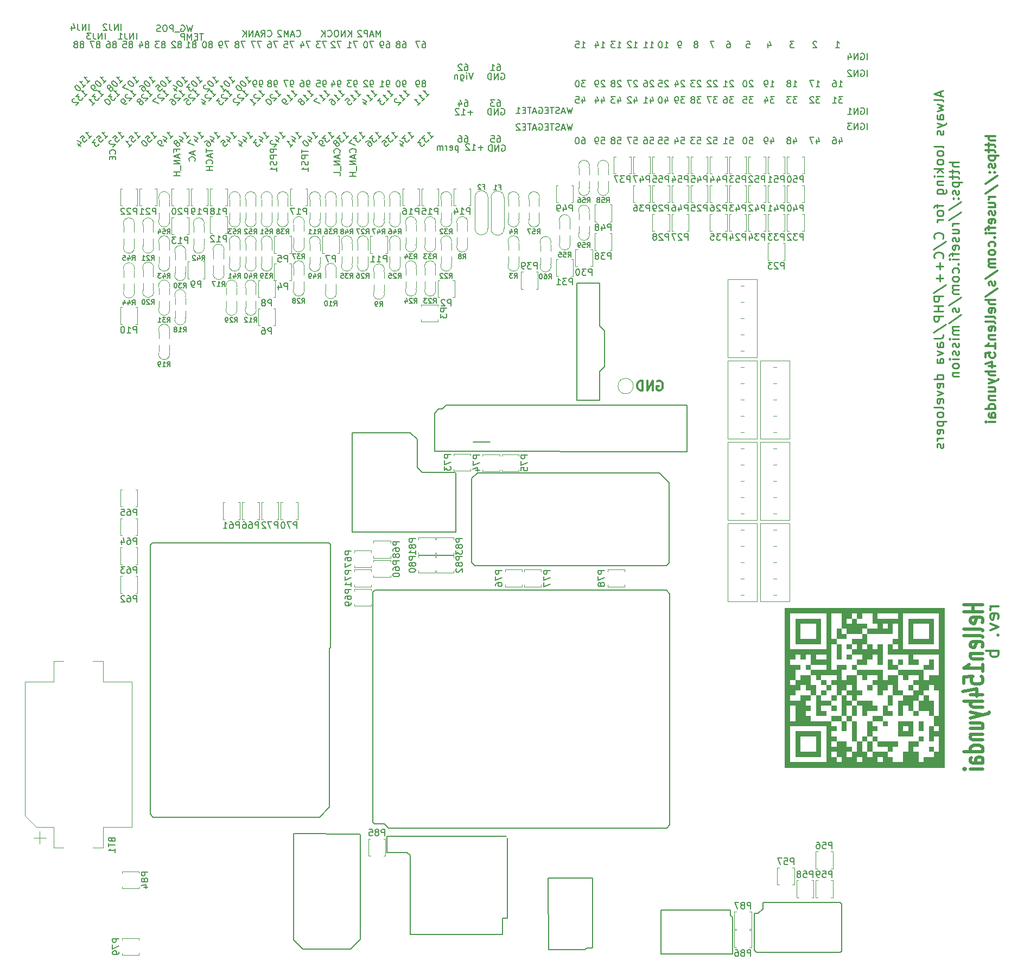
<source format=gbo>
G04 #@! TF.GenerationSoftware,KiCad,Pcbnew,(5.99.0-12439-g94954386e6)*
G04 #@! TF.CreationDate,2021-09-21T06:06:15+03:00*
G04 #@! TF.ProjectId,hellen154hyundai,68656c6c-656e-4313-9534-6879756e6461,b*
G04 #@! TF.SameCoordinates,PX5f5e100PYc845880*
G04 #@! TF.FileFunction,Legend,Bot*
G04 #@! TF.FilePolarity,Positive*
%FSLAX46Y46*%
G04 Gerber Fmt 4.6, Leading zero omitted, Abs format (unit mm)*
G04 Created by KiCad (PCBNEW (5.99.0-12439-g94954386e6)) date 2021-09-21 06:06:15*
%MOMM*%
%LPD*%
G01*
G04 APERTURE LIST*
%ADD10C,0.150000*%
%ADD11C,0.250000*%
%ADD12C,0.500000*%
%ADD13C,0.300000*%
%ADD14C,0.127000*%
%ADD15C,0.120000*%
%ADD16C,0.099060*%
%ADD17C,0.200000*%
G04 APERTURE END LIST*
D10*
X25357142Y130242858D02*
X25404761Y130290477D01*
X25452380Y130433334D01*
X25452380Y130528572D01*
X25404761Y130671429D01*
X25309523Y130766667D01*
X25214285Y130814286D01*
X25023809Y130861905D01*
X24880952Y130861905D01*
X24690476Y130814286D01*
X24595238Y130766667D01*
X24500000Y130671429D01*
X24452380Y130528572D01*
X24452380Y130433334D01*
X24500000Y130290477D01*
X24547619Y130242858D01*
X24928571Y129814286D02*
X24928571Y129480953D01*
X25452380Y129338096D02*
X25452380Y129814286D01*
X24452380Y129814286D01*
X24452380Y129338096D01*
D11*
X154142500Y140021429D02*
X154142500Y139307143D01*
X154571071Y140164286D02*
X153071071Y139664286D01*
X154571071Y139164286D01*
X154571071Y138450000D02*
X154499642Y138592858D01*
X154356785Y138664286D01*
X153071071Y138664286D01*
X153571071Y138021429D02*
X154571071Y137735715D01*
X153856785Y137450000D01*
X154571071Y137164286D01*
X153571071Y136878572D01*
X154571071Y135664286D02*
X153785357Y135664286D01*
X153642500Y135735715D01*
X153571071Y135878572D01*
X153571071Y136164286D01*
X153642500Y136307143D01*
X154499642Y135664286D02*
X154571071Y135807143D01*
X154571071Y136164286D01*
X154499642Y136307143D01*
X154356785Y136378572D01*
X154213928Y136378572D01*
X154071071Y136307143D01*
X153999642Y136164286D01*
X153999642Y135807143D01*
X153928214Y135664286D01*
X153571071Y135092858D02*
X154571071Y134735715D01*
X153571071Y134378572D02*
X154571071Y134735715D01*
X154928214Y134878572D01*
X154999642Y134950000D01*
X155071071Y135092858D01*
X154499642Y133878572D02*
X154571071Y133735715D01*
X154571071Y133450000D01*
X154499642Y133307143D01*
X154356785Y133235715D01*
X154285357Y133235715D01*
X154142500Y133307143D01*
X154071071Y133450000D01*
X154071071Y133664286D01*
X153999642Y133807143D01*
X153856785Y133878572D01*
X153785357Y133878572D01*
X153642500Y133807143D01*
X153571071Y133664286D01*
X153571071Y133450000D01*
X153642500Y133307143D01*
X154571071Y131235715D02*
X154499642Y131378572D01*
X154356785Y131450000D01*
X153071071Y131450000D01*
X154571071Y130450000D02*
X154499642Y130592858D01*
X154428214Y130664286D01*
X154285357Y130735715D01*
X153856785Y130735715D01*
X153713928Y130664286D01*
X153642500Y130592858D01*
X153571071Y130450000D01*
X153571071Y130235715D01*
X153642500Y130092858D01*
X153713928Y130021429D01*
X153856785Y129950000D01*
X154285357Y129950000D01*
X154428214Y130021429D01*
X154499642Y130092858D01*
X154571071Y130235715D01*
X154571071Y130450000D01*
X154571071Y129092858D02*
X154499642Y129235715D01*
X154428214Y129307143D01*
X154285357Y129378572D01*
X153856785Y129378572D01*
X153713928Y129307143D01*
X153642500Y129235715D01*
X153571071Y129092858D01*
X153571071Y128878572D01*
X153642500Y128735715D01*
X153713928Y128664286D01*
X153856785Y128592858D01*
X154285357Y128592858D01*
X154428214Y128664286D01*
X154499642Y128735715D01*
X154571071Y128878572D01*
X154571071Y129092858D01*
X154571071Y127950000D02*
X153071071Y127950000D01*
X153999642Y127807143D02*
X154571071Y127378572D01*
X153571071Y127378572D02*
X154142500Y127950000D01*
X154571071Y126735715D02*
X153571071Y126735715D01*
X153071071Y126735715D02*
X153142500Y126807143D01*
X153213928Y126735715D01*
X153142500Y126664286D01*
X153071071Y126735715D01*
X153213928Y126735715D01*
X153571071Y126021429D02*
X154571071Y126021429D01*
X153713928Y126021429D02*
X153642500Y125950000D01*
X153571071Y125807143D01*
X153571071Y125592858D01*
X153642500Y125450000D01*
X153785357Y125378572D01*
X154571071Y125378572D01*
X153571071Y124021429D02*
X154785357Y124021429D01*
X154928214Y124092858D01*
X154999642Y124164286D01*
X155071071Y124307143D01*
X155071071Y124521429D01*
X154999642Y124664286D01*
X154499642Y124021429D02*
X154571071Y124164286D01*
X154571071Y124450000D01*
X154499642Y124592858D01*
X154428214Y124664286D01*
X154285357Y124735715D01*
X153856785Y124735715D01*
X153713928Y124664286D01*
X153642500Y124592858D01*
X153571071Y124450000D01*
X153571071Y124164286D01*
X153642500Y124021429D01*
X153571071Y122378572D02*
X153571071Y121807143D01*
X154571071Y122164286D02*
X153285357Y122164286D01*
X153142500Y122092858D01*
X153071071Y121950000D01*
X153071071Y121807143D01*
X154571071Y121092858D02*
X154499642Y121235715D01*
X154428214Y121307143D01*
X154285357Y121378572D01*
X153856785Y121378572D01*
X153713928Y121307143D01*
X153642500Y121235715D01*
X153571071Y121092858D01*
X153571071Y120878572D01*
X153642500Y120735715D01*
X153713928Y120664286D01*
X153856785Y120592858D01*
X154285357Y120592858D01*
X154428214Y120664286D01*
X154499642Y120735715D01*
X154571071Y120878572D01*
X154571071Y121092858D01*
X154571071Y119950000D02*
X153571071Y119950000D01*
X153856785Y119950000D02*
X153713928Y119878572D01*
X153642500Y119807143D01*
X153571071Y119664286D01*
X153571071Y119521429D01*
X154428214Y117021429D02*
X154499642Y117092858D01*
X154571071Y117307143D01*
X154571071Y117450000D01*
X154499642Y117664286D01*
X154356785Y117807143D01*
X154213928Y117878572D01*
X153928214Y117950000D01*
X153713928Y117950000D01*
X153428214Y117878572D01*
X153285357Y117807143D01*
X153142500Y117664286D01*
X153071071Y117450000D01*
X153071071Y117307143D01*
X153142500Y117092858D01*
X153213928Y117021429D01*
X152999642Y115307143D02*
X154928214Y116592858D01*
X154428214Y113950000D02*
X154499642Y114021429D01*
X154571071Y114235715D01*
X154571071Y114378572D01*
X154499642Y114592858D01*
X154356785Y114735715D01*
X154213928Y114807143D01*
X153928214Y114878572D01*
X153713928Y114878572D01*
X153428214Y114807143D01*
X153285357Y114735715D01*
X153142500Y114592858D01*
X153071071Y114378572D01*
X153071071Y114235715D01*
X153142500Y114021429D01*
X153213928Y113950000D01*
X153999642Y113307143D02*
X153999642Y112164286D01*
X154571071Y112735715D02*
X153428214Y112735715D01*
X153999642Y111450000D02*
X153999642Y110307143D01*
X154571071Y110878572D02*
X153428214Y110878572D01*
X152999642Y108521429D02*
X154928214Y109807143D01*
X154571071Y108021429D02*
X153071071Y108021429D01*
X153071071Y107450000D01*
X153142500Y107307143D01*
X153213928Y107235715D01*
X153356785Y107164286D01*
X153571071Y107164286D01*
X153713928Y107235715D01*
X153785357Y107307143D01*
X153856785Y107450000D01*
X153856785Y108021429D01*
X154571071Y106521429D02*
X153071071Y106521429D01*
X153785357Y106521429D02*
X153785357Y105664286D01*
X154571071Y105664286D02*
X153071071Y105664286D01*
X154571071Y104950000D02*
X153071071Y104950000D01*
X153071071Y104378572D01*
X153142500Y104235715D01*
X153213928Y104164286D01*
X153356785Y104092858D01*
X153571071Y104092858D01*
X153713928Y104164286D01*
X153785357Y104235715D01*
X153856785Y104378572D01*
X153856785Y104950000D01*
X152999642Y102378572D02*
X154928214Y103664286D01*
X153071071Y101450000D02*
X154142500Y101450000D01*
X154356785Y101521429D01*
X154499642Y101664286D01*
X154571071Y101878572D01*
X154571071Y102021429D01*
X154571071Y100092858D02*
X153785357Y100092858D01*
X153642500Y100164286D01*
X153571071Y100307143D01*
X153571071Y100592858D01*
X153642500Y100735715D01*
X154499642Y100092858D02*
X154571071Y100235715D01*
X154571071Y100592858D01*
X154499642Y100735715D01*
X154356785Y100807143D01*
X154213928Y100807143D01*
X154071071Y100735715D01*
X153999642Y100592858D01*
X153999642Y100235715D01*
X153928214Y100092858D01*
X153571071Y99521429D02*
X154571071Y99164286D01*
X153571071Y98807143D01*
X154571071Y97592858D02*
X153785357Y97592858D01*
X153642500Y97664286D01*
X153571071Y97807143D01*
X153571071Y98092858D01*
X153642500Y98235715D01*
X154499642Y97592858D02*
X154571071Y97735715D01*
X154571071Y98092858D01*
X154499642Y98235715D01*
X154356785Y98307143D01*
X154213928Y98307143D01*
X154071071Y98235715D01*
X153999642Y98092858D01*
X153999642Y97735715D01*
X153928214Y97592858D01*
X154571071Y95092858D02*
X153071071Y95092858D01*
X154499642Y95092858D02*
X154571071Y95235715D01*
X154571071Y95521429D01*
X154499642Y95664286D01*
X154428214Y95735715D01*
X154285357Y95807143D01*
X153856785Y95807143D01*
X153713928Y95735715D01*
X153642500Y95664286D01*
X153571071Y95521429D01*
X153571071Y95235715D01*
X153642500Y95092858D01*
X154499642Y93807143D02*
X154571071Y93950000D01*
X154571071Y94235715D01*
X154499642Y94378572D01*
X154356785Y94450000D01*
X153785357Y94450000D01*
X153642500Y94378572D01*
X153571071Y94235715D01*
X153571071Y93950000D01*
X153642500Y93807143D01*
X153785357Y93735715D01*
X153928214Y93735715D01*
X154071071Y94450000D01*
X153571071Y93235715D02*
X154571071Y92878572D01*
X153571071Y92521429D01*
X154499642Y91378572D02*
X154571071Y91521429D01*
X154571071Y91807143D01*
X154499642Y91950000D01*
X154356785Y92021429D01*
X153785357Y92021429D01*
X153642500Y91950000D01*
X153571071Y91807143D01*
X153571071Y91521429D01*
X153642500Y91378572D01*
X153785357Y91307143D01*
X153928214Y91307143D01*
X154071071Y92021429D01*
X154571071Y90450000D02*
X154499642Y90592858D01*
X154356785Y90664286D01*
X153071071Y90664286D01*
X154571071Y89664286D02*
X154499642Y89807143D01*
X154428214Y89878572D01*
X154285357Y89950000D01*
X153856785Y89950000D01*
X153713928Y89878572D01*
X153642500Y89807143D01*
X153571071Y89664286D01*
X153571071Y89450000D01*
X153642500Y89307143D01*
X153713928Y89235715D01*
X153856785Y89164286D01*
X154285357Y89164286D01*
X154428214Y89235715D01*
X154499642Y89307143D01*
X154571071Y89450000D01*
X154571071Y89664286D01*
X153571071Y88521429D02*
X155071071Y88521429D01*
X153642500Y88521429D02*
X153571071Y88378572D01*
X153571071Y88092858D01*
X153642500Y87950000D01*
X153713928Y87878572D01*
X153856785Y87807143D01*
X154285357Y87807143D01*
X154428214Y87878572D01*
X154499642Y87950000D01*
X154571071Y88092858D01*
X154571071Y88378572D01*
X154499642Y88521429D01*
X154499642Y86592858D02*
X154571071Y86735715D01*
X154571071Y87021429D01*
X154499642Y87164286D01*
X154356785Y87235715D01*
X153785357Y87235715D01*
X153642500Y87164286D01*
X153571071Y87021429D01*
X153571071Y86735715D01*
X153642500Y86592858D01*
X153785357Y86521429D01*
X153928214Y86521429D01*
X154071071Y87235715D01*
X154571071Y85878572D02*
X153571071Y85878572D01*
X153856785Y85878572D02*
X153713928Y85807143D01*
X153642500Y85735715D01*
X153571071Y85592858D01*
X153571071Y85450000D01*
X154499642Y85021429D02*
X154571071Y84878572D01*
X154571071Y84592858D01*
X154499642Y84450000D01*
X154356785Y84378572D01*
X154285357Y84378572D01*
X154142500Y84450000D01*
X154071071Y84592858D01*
X154071071Y84807143D01*
X153999642Y84950000D01*
X153856785Y85021429D01*
X153785357Y85021429D01*
X153642500Y84950000D01*
X153571071Y84807143D01*
X153571071Y84592858D01*
X153642500Y84450000D01*
X156986071Y128914286D02*
X155486071Y128914286D01*
X156986071Y128271429D02*
X156200357Y128271429D01*
X156057500Y128342858D01*
X155986071Y128485715D01*
X155986071Y128700000D01*
X156057500Y128842858D01*
X156128928Y128914286D01*
X155986071Y127771429D02*
X155986071Y127200000D01*
X155486071Y127557143D02*
X156771785Y127557143D01*
X156914642Y127485715D01*
X156986071Y127342858D01*
X156986071Y127200000D01*
X155986071Y126914286D02*
X155986071Y126342858D01*
X155486071Y126700000D02*
X156771785Y126700000D01*
X156914642Y126628572D01*
X156986071Y126485715D01*
X156986071Y126342858D01*
X155986071Y125842858D02*
X157486071Y125842858D01*
X156057500Y125842858D02*
X155986071Y125700000D01*
X155986071Y125414286D01*
X156057500Y125271429D01*
X156128928Y125200000D01*
X156271785Y125128572D01*
X156700357Y125128572D01*
X156843214Y125200000D01*
X156914642Y125271429D01*
X156986071Y125414286D01*
X156986071Y125700000D01*
X156914642Y125842858D01*
X156914642Y124557143D02*
X156986071Y124414286D01*
X156986071Y124128572D01*
X156914642Y123985715D01*
X156771785Y123914286D01*
X156700357Y123914286D01*
X156557500Y123985715D01*
X156486071Y124128572D01*
X156486071Y124342858D01*
X156414642Y124485715D01*
X156271785Y124557143D01*
X156200357Y124557143D01*
X156057500Y124485715D01*
X155986071Y124342858D01*
X155986071Y124128572D01*
X156057500Y123985715D01*
X156843214Y123271429D02*
X156914642Y123200000D01*
X156986071Y123271429D01*
X156914642Y123342858D01*
X156843214Y123271429D01*
X156986071Y123271429D01*
X156057500Y123271429D02*
X156128928Y123200000D01*
X156200357Y123271429D01*
X156128928Y123342858D01*
X156057500Y123271429D01*
X156200357Y123271429D01*
X155414642Y121485715D02*
X157343214Y122771429D01*
X155414642Y119914286D02*
X157343214Y121200000D01*
X156986071Y119414286D02*
X155986071Y119414286D01*
X156271785Y119414286D02*
X156128928Y119342858D01*
X156057500Y119271429D01*
X155986071Y119128572D01*
X155986071Y118985715D01*
X155986071Y117842858D02*
X156986071Y117842858D01*
X155986071Y118485715D02*
X156771785Y118485715D01*
X156914642Y118414286D01*
X156986071Y118271429D01*
X156986071Y118057143D01*
X156914642Y117914286D01*
X156843214Y117842858D01*
X156914642Y117200000D02*
X156986071Y117057143D01*
X156986071Y116771429D01*
X156914642Y116628572D01*
X156771785Y116557143D01*
X156700357Y116557143D01*
X156557500Y116628572D01*
X156486071Y116771429D01*
X156486071Y116985715D01*
X156414642Y117128572D01*
X156271785Y117200000D01*
X156200357Y117200000D01*
X156057500Y117128572D01*
X155986071Y116985715D01*
X155986071Y116771429D01*
X156057500Y116628572D01*
X156914642Y115342858D02*
X156986071Y115485715D01*
X156986071Y115771429D01*
X156914642Y115914286D01*
X156771785Y115985715D01*
X156200357Y115985715D01*
X156057500Y115914286D01*
X155986071Y115771429D01*
X155986071Y115485715D01*
X156057500Y115342858D01*
X156200357Y115271429D01*
X156343214Y115271429D01*
X156486071Y115985715D01*
X155986071Y114842858D02*
X155986071Y114271429D01*
X156986071Y114628572D02*
X155700357Y114628572D01*
X155557500Y114557143D01*
X155486071Y114414286D01*
X155486071Y114271429D01*
X156986071Y113771429D02*
X155986071Y113771429D01*
X155486071Y113771429D02*
X155557500Y113842858D01*
X155628928Y113771429D01*
X155557500Y113700000D01*
X155486071Y113771429D01*
X155628928Y113771429D01*
X156843214Y113057143D02*
X156914642Y112985715D01*
X156986071Y113057143D01*
X156914642Y113128572D01*
X156843214Y113057143D01*
X156986071Y113057143D01*
X156914642Y111700000D02*
X156986071Y111842858D01*
X156986071Y112128572D01*
X156914642Y112271429D01*
X156843214Y112342858D01*
X156700357Y112414286D01*
X156271785Y112414286D01*
X156128928Y112342858D01*
X156057500Y112271429D01*
X155986071Y112128572D01*
X155986071Y111842858D01*
X156057500Y111700000D01*
X156986071Y110842858D02*
X156914642Y110985715D01*
X156843214Y111057143D01*
X156700357Y111128572D01*
X156271785Y111128572D01*
X156128928Y111057143D01*
X156057500Y110985715D01*
X155986071Y110842858D01*
X155986071Y110628572D01*
X156057500Y110485715D01*
X156128928Y110414286D01*
X156271785Y110342858D01*
X156700357Y110342858D01*
X156843214Y110414286D01*
X156914642Y110485715D01*
X156986071Y110628572D01*
X156986071Y110842858D01*
X156986071Y109700000D02*
X155986071Y109700000D01*
X156128928Y109700000D02*
X156057500Y109628572D01*
X155986071Y109485715D01*
X155986071Y109271429D01*
X156057500Y109128572D01*
X156200357Y109057143D01*
X156986071Y109057143D01*
X156200357Y109057143D02*
X156057500Y108985715D01*
X155986071Y108842858D01*
X155986071Y108628572D01*
X156057500Y108485715D01*
X156200357Y108414286D01*
X156986071Y108414286D01*
X155414642Y106628572D02*
X157343214Y107914286D01*
X156914642Y106200000D02*
X156986071Y106057143D01*
X156986071Y105771429D01*
X156914642Y105628572D01*
X156771785Y105557143D01*
X156700357Y105557143D01*
X156557500Y105628572D01*
X156486071Y105771429D01*
X156486071Y105985715D01*
X156414642Y106128572D01*
X156271785Y106200000D01*
X156200357Y106200000D01*
X156057500Y106128572D01*
X155986071Y105985715D01*
X155986071Y105771429D01*
X156057500Y105628572D01*
X155414642Y103842858D02*
X157343214Y105128572D01*
X156986071Y103342858D02*
X155986071Y103342858D01*
X156128928Y103342858D02*
X156057500Y103271429D01*
X155986071Y103128572D01*
X155986071Y102914286D01*
X156057500Y102771429D01*
X156200357Y102700000D01*
X156986071Y102700000D01*
X156200357Y102700000D02*
X156057500Y102628572D01*
X155986071Y102485715D01*
X155986071Y102271429D01*
X156057500Y102128572D01*
X156200357Y102057143D01*
X156986071Y102057143D01*
X156986071Y101342858D02*
X155986071Y101342858D01*
X155486071Y101342858D02*
X155557500Y101414286D01*
X155628928Y101342858D01*
X155557500Y101271429D01*
X155486071Y101342858D01*
X155628928Y101342858D01*
X156914642Y100700000D02*
X156986071Y100557143D01*
X156986071Y100271429D01*
X156914642Y100128572D01*
X156771785Y100057143D01*
X156700357Y100057143D01*
X156557500Y100128572D01*
X156486071Y100271429D01*
X156486071Y100485715D01*
X156414642Y100628572D01*
X156271785Y100700000D01*
X156200357Y100700000D01*
X156057500Y100628572D01*
X155986071Y100485715D01*
X155986071Y100271429D01*
X156057500Y100128572D01*
X156914642Y99485715D02*
X156986071Y99342858D01*
X156986071Y99057143D01*
X156914642Y98914286D01*
X156771785Y98842858D01*
X156700357Y98842858D01*
X156557500Y98914286D01*
X156486071Y99057143D01*
X156486071Y99271429D01*
X156414642Y99414286D01*
X156271785Y99485715D01*
X156200357Y99485715D01*
X156057500Y99414286D01*
X155986071Y99271429D01*
X155986071Y99057143D01*
X156057500Y98914286D01*
X156986071Y98200000D02*
X155986071Y98200000D01*
X155486071Y98200000D02*
X155557500Y98271429D01*
X155628928Y98200000D01*
X155557500Y98128572D01*
X155486071Y98200000D01*
X155628928Y98200000D01*
X156986071Y97271429D02*
X156914642Y97414286D01*
X156843214Y97485715D01*
X156700357Y97557143D01*
X156271785Y97557143D01*
X156128928Y97485715D01*
X156057500Y97414286D01*
X155986071Y97271429D01*
X155986071Y97057143D01*
X156057500Y96914286D01*
X156128928Y96842858D01*
X156271785Y96771429D01*
X156700357Y96771429D01*
X156843214Y96842858D01*
X156914642Y96914286D01*
X156986071Y97057143D01*
X156986071Y97271429D01*
X155986071Y96128572D02*
X156986071Y96128572D01*
X156128928Y96128572D02*
X156057500Y96057143D01*
X155986071Y95914286D01*
X155986071Y95700000D01*
X156057500Y95557143D01*
X156200357Y95485715D01*
X156986071Y95485715D01*
D10*
X82771428Y131228572D02*
X82009523Y131228572D01*
X82390476Y130847620D02*
X82390476Y131609524D01*
X81009523Y130847620D02*
X81580952Y130847620D01*
X81295238Y130847620D02*
X81295238Y131847620D01*
X81390476Y131704762D01*
X81485714Y131609524D01*
X81580952Y131561905D01*
X80628571Y131752381D02*
X80580952Y131800000D01*
X80485714Y131847620D01*
X80247619Y131847620D01*
X80152380Y131800000D01*
X80104761Y131752381D01*
X80057142Y131657143D01*
X80057142Y131561905D01*
X80104761Y131419048D01*
X80676190Y130847620D01*
X80057142Y130847620D01*
X78866666Y131514286D02*
X78866666Y130514286D01*
X78866666Y131466667D02*
X78771428Y131514286D01*
X78580952Y131514286D01*
X78485714Y131466667D01*
X78438095Y131419048D01*
X78390476Y131323810D01*
X78390476Y131038096D01*
X78438095Y130942858D01*
X78485714Y130895239D01*
X78580952Y130847620D01*
X78771428Y130847620D01*
X78866666Y130895239D01*
X77580952Y130895239D02*
X77676190Y130847620D01*
X77866666Y130847620D01*
X77961904Y130895239D01*
X78009523Y130990477D01*
X78009523Y131371429D01*
X77961904Y131466667D01*
X77866666Y131514286D01*
X77676190Y131514286D01*
X77580952Y131466667D01*
X77533333Y131371429D01*
X77533333Y131276191D01*
X78009523Y131180953D01*
X77104761Y130847620D02*
X77104761Y131514286D01*
X77104761Y131323810D02*
X77057142Y131419048D01*
X77009523Y131466667D01*
X76914285Y131514286D01*
X76819047Y131514286D01*
X76485714Y130847620D02*
X76485714Y131514286D01*
X76485714Y131419048D02*
X76438095Y131466667D01*
X76342857Y131514286D01*
X76200000Y131514286D01*
X76104761Y131466667D01*
X76057142Y131371429D01*
X76057142Y130847620D01*
X76057142Y131371429D02*
X76009523Y131466667D01*
X75914285Y131514286D01*
X75771428Y131514286D01*
X75676190Y131466667D01*
X75628571Y131371429D01*
X75628571Y130847620D01*
X96704761Y134947620D02*
X96466666Y133947620D01*
X96276190Y134661905D01*
X96085714Y133947620D01*
X95847619Y134947620D01*
X95514285Y134233334D02*
X95038095Y134233334D01*
X95609523Y133947620D02*
X95276190Y134947620D01*
X94942857Y133947620D01*
X94657142Y133995239D02*
X94514285Y133947620D01*
X94276190Y133947620D01*
X94180952Y133995239D01*
X94133333Y134042858D01*
X94085714Y134138096D01*
X94085714Y134233334D01*
X94133333Y134328572D01*
X94180952Y134376191D01*
X94276190Y134423810D01*
X94466666Y134471429D01*
X94561904Y134519048D01*
X94609523Y134566667D01*
X94657142Y134661905D01*
X94657142Y134757143D01*
X94609523Y134852381D01*
X94561904Y134900000D01*
X94466666Y134947620D01*
X94228571Y134947620D01*
X94085714Y134900000D01*
X93800000Y134947620D02*
X93228571Y134947620D01*
X93514285Y133947620D02*
X93514285Y134947620D01*
X92895238Y134471429D02*
X92561904Y134471429D01*
X92419047Y133947620D02*
X92895238Y133947620D01*
X92895238Y134947620D01*
X92419047Y134947620D01*
X91466666Y134900000D02*
X91561904Y134947620D01*
X91704761Y134947620D01*
X91847619Y134900000D01*
X91942857Y134804762D01*
X91990476Y134709524D01*
X92038095Y134519048D01*
X92038095Y134376191D01*
X91990476Y134185715D01*
X91942857Y134090477D01*
X91847619Y133995239D01*
X91704761Y133947620D01*
X91609523Y133947620D01*
X91466666Y133995239D01*
X91419047Y134042858D01*
X91419047Y134376191D01*
X91609523Y134376191D01*
X91038095Y134233334D02*
X90561904Y134233334D01*
X91133333Y133947620D02*
X90800000Y134947620D01*
X90466666Y133947620D01*
X90276190Y134947620D02*
X89704761Y134947620D01*
X89990476Y133947620D02*
X89990476Y134947620D01*
X89371428Y134471429D02*
X89038095Y134471429D01*
X88895238Y133947620D02*
X89371428Y133947620D01*
X89371428Y134947620D01*
X88895238Y134947620D01*
X88514285Y134852381D02*
X88466666Y134900000D01*
X88371428Y134947620D01*
X88133333Y134947620D01*
X88038095Y134900000D01*
X87990476Y134852381D01*
X87942857Y134757143D01*
X87942857Y134661905D01*
X87990476Y134519048D01*
X88561904Y133947620D01*
X87942857Y133947620D01*
X37409523Y150347620D02*
X37171428Y149347620D01*
X36980952Y150061905D01*
X36790476Y149347620D01*
X36552380Y150347620D01*
X35647619Y150300000D02*
X35742857Y150347620D01*
X35885714Y150347620D01*
X36028571Y150300000D01*
X36123809Y150204762D01*
X36171428Y150109524D01*
X36219047Y149919048D01*
X36219047Y149776191D01*
X36171428Y149585715D01*
X36123809Y149490477D01*
X36028571Y149395239D01*
X35885714Y149347620D01*
X35790476Y149347620D01*
X35647619Y149395239D01*
X35600000Y149442858D01*
X35600000Y149776191D01*
X35790476Y149776191D01*
X35409523Y149252381D02*
X34647619Y149252381D01*
X34409523Y149347620D02*
X34409523Y150347620D01*
X34028571Y150347620D01*
X33933333Y150300000D01*
X33885714Y150252381D01*
X33838095Y150157143D01*
X33838095Y150014286D01*
X33885714Y149919048D01*
X33933333Y149871429D01*
X34028571Y149823810D01*
X34409523Y149823810D01*
X33219047Y150347620D02*
X33028571Y150347620D01*
X32933333Y150300000D01*
X32838095Y150204762D01*
X32790476Y150014286D01*
X32790476Y149680953D01*
X32838095Y149490477D01*
X32933333Y149395239D01*
X33028571Y149347620D01*
X33219047Y149347620D01*
X33314285Y149395239D01*
X33409523Y149490477D01*
X33457142Y149680953D01*
X33457142Y150014286D01*
X33409523Y150204762D01*
X33314285Y150300000D01*
X33219047Y150347620D01*
X32409523Y149395239D02*
X32266666Y149347620D01*
X32028571Y149347620D01*
X31933333Y149395239D01*
X31885714Y149442858D01*
X31838095Y149538096D01*
X31838095Y149633334D01*
X31885714Y149728572D01*
X31933333Y149776191D01*
X32028571Y149823810D01*
X32219047Y149871429D01*
X32314285Y149919048D01*
X32361904Y149966667D01*
X32409523Y150061905D01*
X32409523Y150157143D01*
X32361904Y150252381D01*
X32314285Y150300000D01*
X32219047Y150347620D01*
X31980952Y150347620D01*
X31838095Y150300000D01*
X85561904Y142800000D02*
X85657142Y142847620D01*
X85800000Y142847620D01*
X85942857Y142800000D01*
X86038095Y142704762D01*
X86085714Y142609524D01*
X86133333Y142419048D01*
X86133333Y142276191D01*
X86085714Y142085715D01*
X86038095Y141990477D01*
X85942857Y141895239D01*
X85800000Y141847620D01*
X85704761Y141847620D01*
X85561904Y141895239D01*
X85514285Y141942858D01*
X85514285Y142276191D01*
X85704761Y142276191D01*
X85085714Y141847620D02*
X85085714Y142847620D01*
X84514285Y141847620D01*
X84514285Y142847620D01*
X84038095Y141847620D02*
X84038095Y142847620D01*
X83800000Y142847620D01*
X83657142Y142800000D01*
X83561904Y142704762D01*
X83514285Y142609524D01*
X83466666Y142419048D01*
X83466666Y142276191D01*
X83514285Y142085715D01*
X83561904Y141990477D01*
X83657142Y141895239D01*
X83800000Y141847620D01*
X84038095Y141847620D01*
X66738095Y148547620D02*
X66738095Y149547620D01*
X66404761Y148833334D01*
X66071428Y149547620D01*
X66071428Y148547620D01*
X65642857Y148833334D02*
X65166666Y148833334D01*
X65738095Y148547620D02*
X65404761Y149547620D01*
X65071428Y148547620D01*
X64738095Y148547620D02*
X64738095Y149547620D01*
X64357142Y149547620D01*
X64261904Y149500000D01*
X64214285Y149452381D01*
X64166666Y149357143D01*
X64166666Y149214286D01*
X64214285Y149119048D01*
X64261904Y149071429D01*
X64357142Y149023810D01*
X64738095Y149023810D01*
X63785714Y149452381D02*
X63738095Y149500000D01*
X63642857Y149547620D01*
X63404761Y149547620D01*
X63309523Y149500000D01*
X63261904Y149452381D01*
X63214285Y149357143D01*
X63214285Y149261905D01*
X63261904Y149119048D01*
X63833333Y148547620D01*
X63214285Y148547620D01*
X54452380Y130938096D02*
X54452380Y130366667D01*
X55452380Y130652381D02*
X54452380Y130652381D01*
X55452380Y130033334D02*
X54452380Y130033334D01*
X54452380Y129652381D01*
X54500000Y129557143D01*
X54547619Y129509524D01*
X54642857Y129461905D01*
X54785714Y129461905D01*
X54880952Y129509524D01*
X54928571Y129557143D01*
X54976190Y129652381D01*
X54976190Y130033334D01*
X55404761Y129080953D02*
X55452380Y128938096D01*
X55452380Y128700000D01*
X55404761Y128604762D01*
X55357142Y128557143D01*
X55261904Y128509524D01*
X55166666Y128509524D01*
X55071428Y128557143D01*
X55023809Y128604762D01*
X54976190Y128700000D01*
X54928571Y128890477D01*
X54880952Y128985715D01*
X54833333Y129033334D01*
X54738095Y129080953D01*
X54642857Y129080953D01*
X54547619Y129033334D01*
X54500000Y128985715D01*
X54452380Y128890477D01*
X54452380Y128652381D01*
X54500000Y128509524D01*
X55452380Y127557143D02*
X55452380Y128128572D01*
X55452380Y127842858D02*
X54452380Y127842858D01*
X54595238Y127938096D01*
X54690476Y128033334D01*
X54738095Y128128572D01*
X81133333Y136728572D02*
X80371428Y136728572D01*
X80752380Y136347620D02*
X80752380Y137109524D01*
X79371428Y136347620D02*
X79942857Y136347620D01*
X79657142Y136347620D02*
X79657142Y137347620D01*
X79752380Y137204762D01*
X79847619Y137109524D01*
X79942857Y137061905D01*
X78990476Y137252381D02*
X78942857Y137300000D01*
X78847619Y137347620D01*
X78609523Y137347620D01*
X78514285Y137300000D01*
X78466666Y137252381D01*
X78419047Y137157143D01*
X78419047Y137061905D01*
X78466666Y136919048D01*
X79038095Y136347620D01*
X78419047Y136347620D01*
X142700000Y136447620D02*
X142700000Y137447620D01*
X141700000Y137400000D02*
X141795238Y137447620D01*
X141938095Y137447620D01*
X142080952Y137400000D01*
X142176190Y137304762D01*
X142223809Y137209524D01*
X142271428Y137019048D01*
X142271428Y136876191D01*
X142223809Y136685715D01*
X142176190Y136590477D01*
X142080952Y136495239D01*
X141938095Y136447620D01*
X141842857Y136447620D01*
X141700000Y136495239D01*
X141652380Y136542858D01*
X141652380Y136876191D01*
X141842857Y136876191D01*
X141223809Y136447620D02*
X141223809Y137447620D01*
X140652380Y136447620D01*
X140652380Y137447620D01*
X139652380Y136447620D02*
X140223809Y136447620D01*
X139938095Y136447620D02*
X139938095Y137447620D01*
X140033333Y137304762D01*
X140128571Y137209524D01*
X140223809Y137161905D01*
D12*
X160757142Y59898810D02*
X157757142Y59898810D01*
X159185714Y59898810D02*
X159185714Y58755953D01*
X160757142Y58755953D02*
X157757142Y58755953D01*
X160614285Y57041667D02*
X160757142Y57232143D01*
X160757142Y57613096D01*
X160614285Y57803572D01*
X160328571Y57898810D01*
X159185714Y57898810D01*
X158900000Y57803572D01*
X158757142Y57613096D01*
X158757142Y57232143D01*
X158900000Y57041667D01*
X159185714Y56946429D01*
X159471428Y56946429D01*
X159757142Y57898810D01*
X160757142Y55803572D02*
X160614285Y55994048D01*
X160328571Y56089286D01*
X157757142Y56089286D01*
X160757142Y54755953D02*
X160614285Y54946429D01*
X160328571Y55041667D01*
X157757142Y55041667D01*
X160614285Y53232143D02*
X160757142Y53422620D01*
X160757142Y53803572D01*
X160614285Y53994048D01*
X160328571Y54089286D01*
X159185714Y54089286D01*
X158900000Y53994048D01*
X158757142Y53803572D01*
X158757142Y53422620D01*
X158900000Y53232143D01*
X159185714Y53136905D01*
X159471428Y53136905D01*
X159757142Y54089286D01*
X158757142Y52279762D02*
X160757142Y52279762D01*
X159042857Y52279762D02*
X158900000Y52184524D01*
X158757142Y51994048D01*
X158757142Y51708334D01*
X158900000Y51517858D01*
X159185714Y51422620D01*
X160757142Y51422620D01*
X160757142Y49422620D02*
X160757142Y50565477D01*
X160757142Y49994048D02*
X157757142Y49994048D01*
X158185714Y50184524D01*
X158471428Y50375000D01*
X158614285Y50565477D01*
X157757142Y47613096D02*
X157757142Y48565477D01*
X159185714Y48660715D01*
X159042857Y48565477D01*
X158900000Y48375000D01*
X158900000Y47898810D01*
X159042857Y47708334D01*
X159185714Y47613096D01*
X159471428Y47517858D01*
X160185714Y47517858D01*
X160471428Y47613096D01*
X160614285Y47708334D01*
X160757142Y47898810D01*
X160757142Y48375000D01*
X160614285Y48565477D01*
X160471428Y48660715D01*
X158757142Y45803572D02*
X160757142Y45803572D01*
X157614285Y46279762D02*
X159757142Y46755953D01*
X159757142Y45517858D01*
X160757142Y44755953D02*
X157757142Y44755953D01*
X160757142Y43898810D02*
X159185714Y43898810D01*
X158900000Y43994048D01*
X158757142Y44184524D01*
X158757142Y44470239D01*
X158900000Y44660715D01*
X159042857Y44755953D01*
X158757142Y43136905D02*
X160757142Y42660715D01*
X158757142Y42184524D02*
X160757142Y42660715D01*
X161471428Y42851191D01*
X161614285Y42946429D01*
X161757142Y43136905D01*
X158757142Y40565477D02*
X160757142Y40565477D01*
X158757142Y41422620D02*
X160328571Y41422620D01*
X160614285Y41327381D01*
X160757142Y41136905D01*
X160757142Y40851191D01*
X160614285Y40660715D01*
X160471428Y40565477D01*
X158757142Y39613096D02*
X160757142Y39613096D01*
X159042857Y39613096D02*
X158900000Y39517858D01*
X158757142Y39327381D01*
X158757142Y39041667D01*
X158900000Y38851191D01*
X159185714Y38755953D01*
X160757142Y38755953D01*
X160757142Y36946429D02*
X157757142Y36946429D01*
X160614285Y36946429D02*
X160757142Y37136905D01*
X160757142Y37517858D01*
X160614285Y37708334D01*
X160471428Y37803572D01*
X160185714Y37898810D01*
X159328571Y37898810D01*
X159042857Y37803572D01*
X158900000Y37708334D01*
X158757142Y37517858D01*
X158757142Y37136905D01*
X158900000Y36946429D01*
X160757142Y35136905D02*
X159185714Y35136905D01*
X158900000Y35232143D01*
X158757142Y35422620D01*
X158757142Y35803572D01*
X158900000Y35994048D01*
X160614285Y35136905D02*
X160757142Y35327381D01*
X160757142Y35803572D01*
X160614285Y35994048D01*
X160328571Y36089286D01*
X160042857Y36089286D01*
X159757142Y35994048D01*
X159614285Y35803572D01*
X159614285Y35327381D01*
X159471428Y35136905D01*
X160757142Y34184524D02*
X158757142Y34184524D01*
X157757142Y34184524D02*
X157900000Y34279762D01*
X158042857Y34184524D01*
X157900000Y34089286D01*
X157757142Y34184524D01*
X158042857Y34184524D01*
D10*
X142700000Y134047620D02*
X142700000Y135047620D01*
X141700000Y135000000D02*
X141795238Y135047620D01*
X141938095Y135047620D01*
X142080952Y135000000D01*
X142176190Y134904762D01*
X142223809Y134809524D01*
X142271428Y134619048D01*
X142271428Y134476191D01*
X142223809Y134285715D01*
X142176190Y134190477D01*
X142080952Y134095239D01*
X141938095Y134047620D01*
X141842857Y134047620D01*
X141700000Y134095239D01*
X141652380Y134142858D01*
X141652380Y134476191D01*
X141842857Y134476191D01*
X141223809Y134047620D02*
X141223809Y135047620D01*
X140652380Y134047620D01*
X140652380Y135047620D01*
X140271428Y135047620D02*
X139652380Y135047620D01*
X139985714Y134666667D01*
X139842857Y134666667D01*
X139747619Y134619048D01*
X139700000Y134571429D01*
X139652380Y134476191D01*
X139652380Y134238096D01*
X139700000Y134142858D01*
X139747619Y134095239D01*
X139842857Y134047620D01*
X140128571Y134047620D01*
X140223809Y134095239D01*
X140271428Y134142858D01*
X34928571Y130614286D02*
X34928571Y130947620D01*
X35452380Y130947620D02*
X34452380Y130947620D01*
X34452380Y130471429D01*
X35166666Y130138096D02*
X35166666Y129661905D01*
X35452380Y130233334D02*
X34452380Y129900000D01*
X35452380Y129566667D01*
X35452380Y129233334D02*
X34452380Y129233334D01*
X35452380Y128661905D01*
X34452380Y128661905D01*
X35547619Y128423810D02*
X35547619Y127661905D01*
X35452380Y127423810D02*
X34452380Y127423810D01*
X34928571Y127423810D02*
X34928571Y126852381D01*
X35452380Y126852381D02*
X34452380Y126852381D01*
D13*
X162678571Y133021429D02*
X161178571Y133021429D01*
X162678571Y132378572D02*
X161892857Y132378572D01*
X161750000Y132450000D01*
X161678571Y132592858D01*
X161678571Y132807143D01*
X161750000Y132950000D01*
X161821428Y133021429D01*
X161678571Y131878572D02*
X161678571Y131307143D01*
X161178571Y131664286D02*
X162464285Y131664286D01*
X162607142Y131592858D01*
X162678571Y131450000D01*
X162678571Y131307143D01*
X161678571Y131021429D02*
X161678571Y130450000D01*
X161178571Y130807143D02*
X162464285Y130807143D01*
X162607142Y130735715D01*
X162678571Y130592858D01*
X162678571Y130450000D01*
X161678571Y129950000D02*
X163178571Y129950000D01*
X161750000Y129950000D02*
X161678571Y129807143D01*
X161678571Y129521429D01*
X161750000Y129378572D01*
X161821428Y129307143D01*
X161964285Y129235715D01*
X162392857Y129235715D01*
X162535714Y129307143D01*
X162607142Y129378572D01*
X162678571Y129521429D01*
X162678571Y129807143D01*
X162607142Y129950000D01*
X162607142Y128664286D02*
X162678571Y128521429D01*
X162678571Y128235715D01*
X162607142Y128092858D01*
X162464285Y128021429D01*
X162392857Y128021429D01*
X162250000Y128092858D01*
X162178571Y128235715D01*
X162178571Y128450000D01*
X162107142Y128592858D01*
X161964285Y128664286D01*
X161892857Y128664286D01*
X161750000Y128592858D01*
X161678571Y128450000D01*
X161678571Y128235715D01*
X161750000Y128092858D01*
X162535714Y127378572D02*
X162607142Y127307143D01*
X162678571Y127378572D01*
X162607142Y127450000D01*
X162535714Y127378572D01*
X162678571Y127378572D01*
X161750000Y127378572D02*
X161821428Y127307143D01*
X161892857Y127378572D01*
X161821428Y127450000D01*
X161750000Y127378572D01*
X161892857Y127378572D01*
X161107142Y125592858D02*
X163035714Y126878572D01*
X161107142Y124021429D02*
X163035714Y125307143D01*
X162678571Y123521429D02*
X161678571Y123521429D01*
X161964285Y123521429D02*
X161821428Y123450000D01*
X161750000Y123378572D01*
X161678571Y123235715D01*
X161678571Y123092858D01*
X161678571Y121950000D02*
X162678571Y121950000D01*
X161678571Y122592858D02*
X162464285Y122592858D01*
X162607142Y122521429D01*
X162678571Y122378572D01*
X162678571Y122164286D01*
X162607142Y122021429D01*
X162535714Y121950000D01*
X162607142Y121307143D02*
X162678571Y121164286D01*
X162678571Y120878572D01*
X162607142Y120735715D01*
X162464285Y120664286D01*
X162392857Y120664286D01*
X162250000Y120735715D01*
X162178571Y120878572D01*
X162178571Y121092858D01*
X162107142Y121235715D01*
X161964285Y121307143D01*
X161892857Y121307143D01*
X161750000Y121235715D01*
X161678571Y121092858D01*
X161678571Y120878572D01*
X161750000Y120735715D01*
X162607142Y119450000D02*
X162678571Y119592858D01*
X162678571Y119878572D01*
X162607142Y120021429D01*
X162464285Y120092858D01*
X161892857Y120092858D01*
X161750000Y120021429D01*
X161678571Y119878572D01*
X161678571Y119592858D01*
X161750000Y119450000D01*
X161892857Y119378572D01*
X162035714Y119378572D01*
X162178571Y120092858D01*
X161678571Y118950000D02*
X161678571Y118378572D01*
X162678571Y118735715D02*
X161392857Y118735715D01*
X161250000Y118664286D01*
X161178571Y118521429D01*
X161178571Y118378572D01*
X162678571Y117878572D02*
X161678571Y117878572D01*
X161178571Y117878572D02*
X161250000Y117950000D01*
X161321428Y117878572D01*
X161250000Y117807143D01*
X161178571Y117878572D01*
X161321428Y117878572D01*
X162535714Y117164286D02*
X162607142Y117092858D01*
X162678571Y117164286D01*
X162607142Y117235715D01*
X162535714Y117164286D01*
X162678571Y117164286D01*
X162607142Y115807143D02*
X162678571Y115950000D01*
X162678571Y116235715D01*
X162607142Y116378572D01*
X162535714Y116450000D01*
X162392857Y116521429D01*
X161964285Y116521429D01*
X161821428Y116450000D01*
X161750000Y116378572D01*
X161678571Y116235715D01*
X161678571Y115950000D01*
X161750000Y115807143D01*
X162678571Y114950000D02*
X162607142Y115092858D01*
X162535714Y115164286D01*
X162392857Y115235715D01*
X161964285Y115235715D01*
X161821428Y115164286D01*
X161750000Y115092858D01*
X161678571Y114950000D01*
X161678571Y114735715D01*
X161750000Y114592858D01*
X161821428Y114521429D01*
X161964285Y114450000D01*
X162392857Y114450000D01*
X162535714Y114521429D01*
X162607142Y114592858D01*
X162678571Y114735715D01*
X162678571Y114950000D01*
X162678571Y113807143D02*
X161678571Y113807143D01*
X161821428Y113807143D02*
X161750000Y113735715D01*
X161678571Y113592858D01*
X161678571Y113378572D01*
X161750000Y113235715D01*
X161892857Y113164286D01*
X162678571Y113164286D01*
X161892857Y113164286D02*
X161750000Y113092858D01*
X161678571Y112950000D01*
X161678571Y112735715D01*
X161750000Y112592858D01*
X161892857Y112521429D01*
X162678571Y112521429D01*
X161107142Y110735715D02*
X163035714Y112021429D01*
X162607142Y110307143D02*
X162678571Y110164286D01*
X162678571Y109878572D01*
X162607142Y109735715D01*
X162464285Y109664286D01*
X162392857Y109664286D01*
X162250000Y109735715D01*
X162178571Y109878572D01*
X162178571Y110092858D01*
X162107142Y110235715D01*
X161964285Y110307143D01*
X161892857Y110307143D01*
X161750000Y110235715D01*
X161678571Y110092858D01*
X161678571Y109878572D01*
X161750000Y109735715D01*
X161107142Y107950000D02*
X163035714Y109235715D01*
X162678571Y107450000D02*
X161178571Y107450000D01*
X162678571Y106807143D02*
X161892857Y106807143D01*
X161750000Y106878572D01*
X161678571Y107021429D01*
X161678571Y107235715D01*
X161750000Y107378572D01*
X161821428Y107450000D01*
X162607142Y105521429D02*
X162678571Y105664286D01*
X162678571Y105950000D01*
X162607142Y106092858D01*
X162464285Y106164286D01*
X161892857Y106164286D01*
X161750000Y106092858D01*
X161678571Y105950000D01*
X161678571Y105664286D01*
X161750000Y105521429D01*
X161892857Y105450000D01*
X162035714Y105450000D01*
X162178571Y106164286D01*
X162678571Y104592858D02*
X162607142Y104735715D01*
X162464285Y104807143D01*
X161178571Y104807143D01*
X162678571Y103807143D02*
X162607142Y103950000D01*
X162464285Y104021429D01*
X161178571Y104021429D01*
X162607142Y102664286D02*
X162678571Y102807143D01*
X162678571Y103092858D01*
X162607142Y103235715D01*
X162464285Y103307143D01*
X161892857Y103307143D01*
X161750000Y103235715D01*
X161678571Y103092858D01*
X161678571Y102807143D01*
X161750000Y102664286D01*
X161892857Y102592858D01*
X162035714Y102592858D01*
X162178571Y103307143D01*
X161678571Y101950000D02*
X162678571Y101950000D01*
X161821428Y101950000D02*
X161750000Y101878572D01*
X161678571Y101735715D01*
X161678571Y101521429D01*
X161750000Y101378572D01*
X161892857Y101307143D01*
X162678571Y101307143D01*
X162678571Y99807143D02*
X162678571Y100664286D01*
X162678571Y100235715D02*
X161178571Y100235715D01*
X161392857Y100378572D01*
X161535714Y100521429D01*
X161607142Y100664286D01*
X161178571Y98450000D02*
X161178571Y99164286D01*
X161892857Y99235715D01*
X161821428Y99164286D01*
X161750000Y99021429D01*
X161750000Y98664286D01*
X161821428Y98521429D01*
X161892857Y98450000D01*
X162035714Y98378572D01*
X162392857Y98378572D01*
X162535714Y98450000D01*
X162607142Y98521429D01*
X162678571Y98664286D01*
X162678571Y99021429D01*
X162607142Y99164286D01*
X162535714Y99235715D01*
X161678571Y97092858D02*
X162678571Y97092858D01*
X161107142Y97450000D02*
X162178571Y97807143D01*
X162178571Y96878572D01*
X162678571Y96307143D02*
X161178571Y96307143D01*
X162678571Y95664286D02*
X161892857Y95664286D01*
X161750000Y95735715D01*
X161678571Y95878572D01*
X161678571Y96092858D01*
X161750000Y96235715D01*
X161821428Y96307143D01*
X161678571Y95092858D02*
X162678571Y94735715D01*
X161678571Y94378572D02*
X162678571Y94735715D01*
X163035714Y94878572D01*
X163107142Y94950000D01*
X163178571Y95092858D01*
X161678571Y93164286D02*
X162678571Y93164286D01*
X161678571Y93807143D02*
X162464285Y93807143D01*
X162607142Y93735715D01*
X162678571Y93592858D01*
X162678571Y93378572D01*
X162607142Y93235715D01*
X162535714Y93164286D01*
X161678571Y92450000D02*
X162678571Y92450000D01*
X161821428Y92450000D02*
X161750000Y92378572D01*
X161678571Y92235715D01*
X161678571Y92021429D01*
X161750000Y91878572D01*
X161892857Y91807143D01*
X162678571Y91807143D01*
X162678571Y90450000D02*
X161178571Y90450000D01*
X162607142Y90450000D02*
X162678571Y90592858D01*
X162678571Y90878572D01*
X162607142Y91021429D01*
X162535714Y91092858D01*
X162392857Y91164286D01*
X161964285Y91164286D01*
X161821428Y91092858D01*
X161750000Y91021429D01*
X161678571Y90878572D01*
X161678571Y90592858D01*
X161750000Y90450000D01*
X162678571Y89092858D02*
X161892857Y89092858D01*
X161750000Y89164286D01*
X161678571Y89307143D01*
X161678571Y89592858D01*
X161750000Y89735715D01*
X162607142Y89092858D02*
X162678571Y89235715D01*
X162678571Y89592858D01*
X162607142Y89735715D01*
X162464285Y89807143D01*
X162321428Y89807143D01*
X162178571Y89735715D01*
X162107142Y89592858D01*
X162107142Y89235715D01*
X162035714Y89092858D01*
X162678571Y88378572D02*
X161678571Y88378572D01*
X161178571Y88378572D02*
X161250000Y88450000D01*
X161321428Y88378572D01*
X161250000Y88307143D01*
X161178571Y88378572D01*
X161321428Y88378572D01*
D10*
X142700000Y144947620D02*
X142700000Y145947620D01*
X141700000Y145900000D02*
X141795238Y145947620D01*
X141938095Y145947620D01*
X142080952Y145900000D01*
X142176190Y145804762D01*
X142223809Y145709524D01*
X142271428Y145519048D01*
X142271428Y145376191D01*
X142223809Y145185715D01*
X142176190Y145090477D01*
X142080952Y144995239D01*
X141938095Y144947620D01*
X141842857Y144947620D01*
X141700000Y144995239D01*
X141652380Y145042858D01*
X141652380Y145376191D01*
X141842857Y145376191D01*
X141223809Y144947620D02*
X141223809Y145947620D01*
X140652380Y144947620D01*
X140652380Y145947620D01*
X139747619Y145614286D02*
X139747619Y144947620D01*
X139985714Y145995239D02*
X140223809Y145280953D01*
X139604761Y145280953D01*
X81176190Y142947620D02*
X80842857Y141947620D01*
X80509523Y142947620D01*
X80176190Y141947620D02*
X80176190Y142614286D01*
X80176190Y142947620D02*
X80223809Y142900000D01*
X80176190Y142852381D01*
X80128571Y142900000D01*
X80176190Y142947620D01*
X80176190Y142852381D01*
X79271428Y142614286D02*
X79271428Y141804762D01*
X79319047Y141709524D01*
X79366666Y141661905D01*
X79461904Y141614286D01*
X79604761Y141614286D01*
X79700000Y141661905D01*
X79271428Y141995239D02*
X79366666Y141947620D01*
X79557142Y141947620D01*
X79652380Y141995239D01*
X79700000Y142042858D01*
X79747619Y142138096D01*
X79747619Y142423810D01*
X79700000Y142519048D01*
X79652380Y142566667D01*
X79557142Y142614286D01*
X79366666Y142614286D01*
X79271428Y142566667D01*
X78795238Y142614286D02*
X78795238Y141947620D01*
X78795238Y142519048D02*
X78747619Y142566667D01*
X78652380Y142614286D01*
X78509523Y142614286D01*
X78414285Y142566667D01*
X78366666Y142471429D01*
X78366666Y141947620D01*
X60357142Y130428572D02*
X60404761Y130476191D01*
X60452380Y130619048D01*
X60452380Y130714286D01*
X60404761Y130857143D01*
X60309523Y130952381D01*
X60214285Y131000000D01*
X60023809Y131047620D01*
X59880952Y131047620D01*
X59690476Y131000000D01*
X59595238Y130952381D01*
X59500000Y130857143D01*
X59452380Y130714286D01*
X59452380Y130619048D01*
X59500000Y130476191D01*
X59547619Y130428572D01*
X60166666Y130047620D02*
X60166666Y129571429D01*
X60452380Y130142858D02*
X59452380Y129809524D01*
X60452380Y129476191D01*
X60452380Y129142858D02*
X59452380Y129142858D01*
X60452380Y128571429D01*
X59452380Y128571429D01*
X60547619Y128333334D02*
X60547619Y127571429D01*
X60452380Y126857143D02*
X60452380Y127333334D01*
X59452380Y127333334D01*
X37566666Y130638096D02*
X37566666Y130161905D01*
X37852380Y130733334D02*
X36852380Y130400000D01*
X37852380Y130066667D01*
X37757142Y129161905D02*
X37804761Y129209524D01*
X37852380Y129352381D01*
X37852380Y129447620D01*
X37804761Y129590477D01*
X37709523Y129685715D01*
X37614285Y129733334D01*
X37423809Y129780953D01*
X37280952Y129780953D01*
X37090476Y129733334D01*
X36995238Y129685715D01*
X36900000Y129590477D01*
X36852380Y129447620D01*
X36852380Y129352381D01*
X36900000Y129209524D01*
X36947619Y129161905D01*
X26280952Y149547620D02*
X26280952Y150547620D01*
X25804761Y149547620D02*
X25804761Y150547620D01*
X25233333Y149547620D01*
X25233333Y150547620D01*
X24471428Y150547620D02*
X24471428Y149833334D01*
X24519047Y149690477D01*
X24614285Y149595239D01*
X24757142Y149547620D01*
X24852380Y149547620D01*
X24042857Y150452381D02*
X23995238Y150500000D01*
X23900000Y150547620D01*
X23661904Y150547620D01*
X23566666Y150500000D01*
X23519047Y150452381D01*
X23471428Y150357143D01*
X23471428Y150261905D01*
X23519047Y150119048D01*
X24090476Y149547620D01*
X23471428Y149547620D01*
X142700000Y142347620D02*
X142700000Y143347620D01*
X141700000Y143300000D02*
X141795238Y143347620D01*
X141938095Y143347620D01*
X142080952Y143300000D01*
X142176190Y143204762D01*
X142223809Y143109524D01*
X142271428Y142919048D01*
X142271428Y142776191D01*
X142223809Y142585715D01*
X142176190Y142490477D01*
X142080952Y142395239D01*
X141938095Y142347620D01*
X141842857Y142347620D01*
X141700000Y142395239D01*
X141652380Y142442858D01*
X141652380Y142776191D01*
X141842857Y142776191D01*
X141223809Y142347620D02*
X141223809Y143347620D01*
X140652380Y142347620D01*
X140652380Y143347620D01*
X140223809Y143252381D02*
X140176190Y143300000D01*
X140080952Y143347620D01*
X139842857Y143347620D01*
X139747619Y143300000D01*
X139700000Y143252381D01*
X139652380Y143157143D01*
X139652380Y143061905D01*
X139700000Y142919048D01*
X140271428Y142347620D01*
X139652380Y142347620D01*
D13*
X109942857Y94750000D02*
X110085714Y94821429D01*
X110300000Y94821429D01*
X110514285Y94750000D01*
X110657142Y94607143D01*
X110728571Y94464286D01*
X110800000Y94178572D01*
X110800000Y93964286D01*
X110728571Y93678572D01*
X110657142Y93535715D01*
X110514285Y93392858D01*
X110300000Y93321429D01*
X110157142Y93321429D01*
X109942857Y93392858D01*
X109871428Y93464286D01*
X109871428Y93964286D01*
X110157142Y93964286D01*
X109228571Y93321429D02*
X109228571Y94821429D01*
X108371428Y93321429D01*
X108371428Y94821429D01*
X107657142Y93321429D02*
X107657142Y94821429D01*
X107300000Y94821429D01*
X107085714Y94750000D01*
X106942857Y94607143D01*
X106871428Y94464286D01*
X106800000Y94178572D01*
X106800000Y93964286D01*
X106871428Y93678572D01*
X106942857Y93535715D01*
X107085714Y93392858D01*
X107300000Y93321429D01*
X107657142Y93321429D01*
D10*
X85661904Y131600000D02*
X85757142Y131647620D01*
X85900000Y131647620D01*
X86042857Y131600000D01*
X86138095Y131504762D01*
X86185714Y131409524D01*
X86233333Y131219048D01*
X86233333Y131076191D01*
X86185714Y130885715D01*
X86138095Y130790477D01*
X86042857Y130695239D01*
X85900000Y130647620D01*
X85804761Y130647620D01*
X85661904Y130695239D01*
X85614285Y130742858D01*
X85614285Y131076191D01*
X85804761Y131076191D01*
X85185714Y130647620D02*
X85185714Y131647620D01*
X84614285Y130647620D01*
X84614285Y131647620D01*
X84138095Y130647620D02*
X84138095Y131647620D01*
X83900000Y131647620D01*
X83757142Y131600000D01*
X83661904Y131504762D01*
X83614285Y131409524D01*
X83566666Y131219048D01*
X83566666Y131076191D01*
X83614285Y130885715D01*
X83661904Y130790477D01*
X83757142Y130695239D01*
X83900000Y130647620D01*
X84138095Y130647620D01*
X23780952Y148147620D02*
X23780952Y149147620D01*
X23304761Y148147620D02*
X23304761Y149147620D01*
X22733333Y148147620D01*
X22733333Y149147620D01*
X21971428Y149147620D02*
X21971428Y148433334D01*
X22019047Y148290477D01*
X22114285Y148195239D01*
X22257142Y148147620D01*
X22352380Y148147620D01*
X21590476Y149147620D02*
X20971428Y149147620D01*
X21304761Y148766667D01*
X21161904Y148766667D01*
X21066666Y148719048D01*
X21019047Y148671429D01*
X20971428Y148576191D01*
X20971428Y148338096D01*
X21019047Y148242858D01*
X21066666Y148195239D01*
X21161904Y148147620D01*
X21447619Y148147620D01*
X21542857Y148195239D01*
X21590476Y148242858D01*
X62857142Y130447620D02*
X62904761Y130495239D01*
X62952380Y130638096D01*
X62952380Y130733334D01*
X62904761Y130876191D01*
X62809523Y130971429D01*
X62714285Y131019048D01*
X62523809Y131066667D01*
X62380952Y131066667D01*
X62190476Y131019048D01*
X62095238Y130971429D01*
X62000000Y130876191D01*
X61952380Y130733334D01*
X61952380Y130638096D01*
X62000000Y130495239D01*
X62047619Y130447620D01*
X62666666Y130066667D02*
X62666666Y129590477D01*
X62952380Y130161905D02*
X61952380Y129828572D01*
X62952380Y129495239D01*
X62952380Y129161905D02*
X61952380Y129161905D01*
X62952380Y128590477D01*
X61952380Y128590477D01*
X63047619Y128352381D02*
X63047619Y127590477D01*
X62952380Y127352381D02*
X61952380Y127352381D01*
X62428571Y127352381D02*
X62428571Y126780953D01*
X62952380Y126780953D02*
X61952380Y126780953D01*
X39109523Y149047620D02*
X38538095Y149047620D01*
X38823809Y148047620D02*
X38823809Y149047620D01*
X38204761Y148571429D02*
X37871428Y148571429D01*
X37728571Y148047620D02*
X38204761Y148047620D01*
X38204761Y149047620D01*
X37728571Y149047620D01*
X37300000Y148047620D02*
X37300000Y149047620D01*
X36966666Y148333334D01*
X36633333Y149047620D01*
X36633333Y148047620D01*
X36157142Y148047620D02*
X36157142Y149047620D01*
X35776190Y149047620D01*
X35680952Y149000000D01*
X35633333Y148952381D01*
X35585714Y148857143D01*
X35585714Y148714286D01*
X35633333Y148619048D01*
X35680952Y148571429D01*
X35776190Y148523810D01*
X36157142Y148523810D01*
X28680952Y148147620D02*
X28680952Y149147620D01*
X28204761Y148147620D02*
X28204761Y149147620D01*
X27633333Y148147620D01*
X27633333Y149147620D01*
X26871428Y149147620D02*
X26871428Y148433334D01*
X26919047Y148290477D01*
X27014285Y148195239D01*
X27157142Y148147620D01*
X27252380Y148147620D01*
X25871428Y148147620D02*
X26442857Y148147620D01*
X26157142Y148147620D02*
X26157142Y149147620D01*
X26252380Y149004762D01*
X26347619Y148909524D01*
X26442857Y148861905D01*
X21280952Y149547620D02*
X21280952Y150547620D01*
X20804761Y149547620D02*
X20804761Y150547620D01*
X20233333Y149547620D01*
X20233333Y150547620D01*
X19471428Y150547620D02*
X19471428Y149833334D01*
X19519047Y149690477D01*
X19614285Y149595239D01*
X19757142Y149547620D01*
X19852380Y149547620D01*
X18566666Y150214286D02*
X18566666Y149547620D01*
X18804761Y150595239D02*
X19042857Y149880953D01*
X18423809Y149880953D01*
X49142857Y148642858D02*
X49190476Y148595239D01*
X49333333Y148547620D01*
X49428571Y148547620D01*
X49571428Y148595239D01*
X49666666Y148690477D01*
X49714285Y148785715D01*
X49761904Y148976191D01*
X49761904Y149119048D01*
X49714285Y149309524D01*
X49666666Y149404762D01*
X49571428Y149500000D01*
X49428571Y149547620D01*
X49333333Y149547620D01*
X49190476Y149500000D01*
X49142857Y149452381D01*
X48142857Y148547620D02*
X48476190Y149023810D01*
X48714285Y148547620D02*
X48714285Y149547620D01*
X48333333Y149547620D01*
X48238095Y149500000D01*
X48190476Y149452381D01*
X48142857Y149357143D01*
X48142857Y149214286D01*
X48190476Y149119048D01*
X48238095Y149071429D01*
X48333333Y149023810D01*
X48714285Y149023810D01*
X47761904Y148833334D02*
X47285714Y148833334D01*
X47857142Y148547620D02*
X47523809Y149547620D01*
X47190476Y148547620D01*
X46857142Y148547620D02*
X46857142Y149547620D01*
X46285714Y148547620D01*
X46285714Y149547620D01*
X45809523Y148547620D02*
X45809523Y149547620D01*
X45238095Y148547620D02*
X45666666Y149119048D01*
X45238095Y149547620D02*
X45809523Y148976191D01*
X39552380Y131038096D02*
X39552380Y130466667D01*
X40552380Y130752381D02*
X39552380Y130752381D01*
X40266666Y130180953D02*
X40266666Y129704762D01*
X40552380Y130276191D02*
X39552380Y129942858D01*
X40552380Y129609524D01*
X40457142Y128704762D02*
X40504761Y128752381D01*
X40552380Y128895239D01*
X40552380Y128990477D01*
X40504761Y129133334D01*
X40409523Y129228572D01*
X40314285Y129276191D01*
X40123809Y129323810D01*
X39980952Y129323810D01*
X39790476Y129276191D01*
X39695238Y129228572D01*
X39600000Y129133334D01*
X39552380Y128990477D01*
X39552380Y128895239D01*
X39600000Y128752381D01*
X39647619Y128704762D01*
X40552380Y128276191D02*
X39552380Y128276191D01*
X40028571Y128276191D02*
X40028571Y127704762D01*
X40552380Y127704762D02*
X39552380Y127704762D01*
D13*
X163204761Y59628810D02*
X161871428Y59628810D01*
X162252380Y59628810D02*
X162061904Y59533572D01*
X161966666Y59438334D01*
X161871428Y59247858D01*
X161871428Y59057381D01*
X163109523Y57628810D02*
X163204761Y57819286D01*
X163204761Y58200239D01*
X163109523Y58390715D01*
X162919047Y58485953D01*
X162157142Y58485953D01*
X161966666Y58390715D01*
X161871428Y58200239D01*
X161871428Y57819286D01*
X161966666Y57628810D01*
X162157142Y57533572D01*
X162347619Y57533572D01*
X162538095Y58485953D01*
X161871428Y56866905D02*
X163204761Y56390715D01*
X161871428Y55914524D01*
X163014285Y55152620D02*
X163109523Y55057381D01*
X163204761Y55152620D01*
X163109523Y55247858D01*
X163014285Y55152620D01*
X163204761Y55152620D01*
X163204761Y52676429D02*
X161204761Y52676429D01*
X161966666Y52676429D02*
X161871428Y52485953D01*
X161871428Y52105000D01*
X161966666Y51914524D01*
X162061904Y51819286D01*
X162252380Y51724048D01*
X162823809Y51724048D01*
X163014285Y51819286D01*
X163109523Y51914524D01*
X163204761Y52105000D01*
X163204761Y52485953D01*
X163109523Y52676429D01*
D10*
X96704761Y137547620D02*
X96466666Y136547620D01*
X96276190Y137261905D01*
X96085714Y136547620D01*
X95847619Y137547620D01*
X95514285Y136833334D02*
X95038095Y136833334D01*
X95609523Y136547620D02*
X95276190Y137547620D01*
X94942857Y136547620D01*
X94657142Y136595239D02*
X94514285Y136547620D01*
X94276190Y136547620D01*
X94180952Y136595239D01*
X94133333Y136642858D01*
X94085714Y136738096D01*
X94085714Y136833334D01*
X94133333Y136928572D01*
X94180952Y136976191D01*
X94276190Y137023810D01*
X94466666Y137071429D01*
X94561904Y137119048D01*
X94609523Y137166667D01*
X94657142Y137261905D01*
X94657142Y137357143D01*
X94609523Y137452381D01*
X94561904Y137500000D01*
X94466666Y137547620D01*
X94228571Y137547620D01*
X94085714Y137500000D01*
X93800000Y137547620D02*
X93228571Y137547620D01*
X93514285Y136547620D02*
X93514285Y137547620D01*
X92895238Y137071429D02*
X92561904Y137071429D01*
X92419047Y136547620D02*
X92895238Y136547620D01*
X92895238Y137547620D01*
X92419047Y137547620D01*
X91466666Y137500000D02*
X91561904Y137547620D01*
X91704761Y137547620D01*
X91847619Y137500000D01*
X91942857Y137404762D01*
X91990476Y137309524D01*
X92038095Y137119048D01*
X92038095Y136976191D01*
X91990476Y136785715D01*
X91942857Y136690477D01*
X91847619Y136595239D01*
X91704761Y136547620D01*
X91609523Y136547620D01*
X91466666Y136595239D01*
X91419047Y136642858D01*
X91419047Y136976191D01*
X91609523Y136976191D01*
X91038095Y136833334D02*
X90561904Y136833334D01*
X91133333Y136547620D02*
X90800000Y137547620D01*
X90466666Y136547620D01*
X90276190Y137547620D02*
X89704761Y137547620D01*
X89990476Y136547620D02*
X89990476Y137547620D01*
X89371428Y137071429D02*
X89038095Y137071429D01*
X88895238Y136547620D02*
X89371428Y136547620D01*
X89371428Y137547620D01*
X88895238Y137547620D01*
X87942857Y136547620D02*
X88514285Y136547620D01*
X88228571Y136547620D02*
X88228571Y137547620D01*
X88323809Y137404762D01*
X88419047Y137309524D01*
X88514285Y137261905D01*
X53666666Y148642858D02*
X53714285Y148595239D01*
X53857142Y148547620D01*
X53952380Y148547620D01*
X54095238Y148595239D01*
X54190476Y148690477D01*
X54238095Y148785715D01*
X54285714Y148976191D01*
X54285714Y149119048D01*
X54238095Y149309524D01*
X54190476Y149404762D01*
X54095238Y149500000D01*
X53952380Y149547620D01*
X53857142Y149547620D01*
X53714285Y149500000D01*
X53666666Y149452381D01*
X53285714Y148833334D02*
X52809523Y148833334D01*
X53380952Y148547620D02*
X53047619Y149547620D01*
X52714285Y148547620D01*
X52380952Y148547620D02*
X52380952Y149547620D01*
X52047619Y148833334D01*
X51714285Y149547620D01*
X51714285Y148547620D01*
X51285714Y149452381D02*
X51238095Y149500000D01*
X51142857Y149547620D01*
X50904761Y149547620D01*
X50809523Y149500000D01*
X50761904Y149452381D01*
X50714285Y149357143D01*
X50714285Y149261905D01*
X50761904Y149119048D01*
X51333333Y148547620D01*
X50714285Y148547620D01*
X50552380Y131014286D02*
X49552380Y131014286D01*
X49552380Y130633334D01*
X49600000Y130538096D01*
X49647619Y130490477D01*
X49742857Y130442858D01*
X49885714Y130442858D01*
X49980952Y130490477D01*
X50028571Y130538096D01*
X50076190Y130633334D01*
X50076190Y131014286D01*
X50552380Y130014286D02*
X49552380Y130014286D01*
X49552380Y129633334D01*
X49600000Y129538096D01*
X49647619Y129490477D01*
X49742857Y129442858D01*
X49885714Y129442858D01*
X49980952Y129490477D01*
X50028571Y129538096D01*
X50076190Y129633334D01*
X50076190Y130014286D01*
X50504761Y129061905D02*
X50552380Y128919048D01*
X50552380Y128680953D01*
X50504761Y128585715D01*
X50457142Y128538096D01*
X50361904Y128490477D01*
X50266666Y128490477D01*
X50171428Y128538096D01*
X50123809Y128585715D01*
X50076190Y128680953D01*
X50028571Y128871429D01*
X49980952Y128966667D01*
X49933333Y129014286D01*
X49838095Y129061905D01*
X49742857Y129061905D01*
X49647619Y129014286D01*
X49600000Y128966667D01*
X49552380Y128871429D01*
X49552380Y128633334D01*
X49600000Y128490477D01*
X50552380Y127538096D02*
X50552380Y128109524D01*
X50552380Y127823810D02*
X49552380Y127823810D01*
X49695238Y127919048D01*
X49790476Y128014286D01*
X49838095Y128109524D01*
X85561904Y137300000D02*
X85657142Y137347620D01*
X85800000Y137347620D01*
X85942857Y137300000D01*
X86038095Y137204762D01*
X86085714Y137109524D01*
X86133333Y136919048D01*
X86133333Y136776191D01*
X86085714Y136585715D01*
X86038095Y136490477D01*
X85942857Y136395239D01*
X85800000Y136347620D01*
X85704761Y136347620D01*
X85561904Y136395239D01*
X85514285Y136442858D01*
X85514285Y136776191D01*
X85704761Y136776191D01*
X85085714Y136347620D02*
X85085714Y137347620D01*
X84514285Y136347620D01*
X84514285Y137347620D01*
X84038095Y136347620D02*
X84038095Y137347620D01*
X83800000Y137347620D01*
X83657142Y137300000D01*
X83561904Y137204762D01*
X83514285Y137109524D01*
X83466666Y136919048D01*
X83466666Y136776191D01*
X83514285Y136585715D01*
X83561904Y136490477D01*
X83657142Y136395239D01*
X83800000Y136347620D01*
X84038095Y136347620D01*
X62209523Y148547620D02*
X62209523Y149547620D01*
X61638095Y148547620D02*
X62066666Y149119048D01*
X61638095Y149547620D02*
X62209523Y148976191D01*
X61209523Y148547620D02*
X61209523Y149547620D01*
X60638095Y148547620D01*
X60638095Y149547620D01*
X59971428Y149547620D02*
X59780952Y149547620D01*
X59685714Y149500000D01*
X59590476Y149404762D01*
X59542857Y149214286D01*
X59542857Y148880953D01*
X59590476Y148690477D01*
X59685714Y148595239D01*
X59780952Y148547620D01*
X59971428Y148547620D01*
X60066666Y148595239D01*
X60161904Y148690477D01*
X60209523Y148880953D01*
X60209523Y149214286D01*
X60161904Y149404762D01*
X60066666Y149500000D01*
X59971428Y149547620D01*
X58542857Y148642858D02*
X58590476Y148595239D01*
X58733333Y148547620D01*
X58828571Y148547620D01*
X58971428Y148595239D01*
X59066666Y148690477D01*
X59114285Y148785715D01*
X59161904Y148976191D01*
X59161904Y149119048D01*
X59114285Y149309524D01*
X59066666Y149404762D01*
X58971428Y149500000D01*
X58828571Y149547620D01*
X58733333Y149547620D01*
X58590476Y149500000D01*
X58542857Y149452381D01*
X58114285Y148547620D02*
X58114285Y149547620D01*
X57542857Y148547620D02*
X57971428Y149119048D01*
X57542857Y149547620D02*
X58114285Y148976191D01*
G04 #@! TO.C,P37*
X105714285Y125797620D02*
X105714285Y126797620D01*
X105333333Y126797620D01*
X105238095Y126750000D01*
X105190476Y126702381D01*
X105142857Y126607143D01*
X105142857Y126464286D01*
X105190476Y126369048D01*
X105238095Y126321429D01*
X105333333Y126273810D01*
X105714285Y126273810D01*
X104809523Y126797620D02*
X104190476Y126797620D01*
X104523809Y126416667D01*
X104380952Y126416667D01*
X104285714Y126369048D01*
X104238095Y126321429D01*
X104190476Y126226191D01*
X104190476Y125988096D01*
X104238095Y125892858D01*
X104285714Y125845239D01*
X104380952Y125797620D01*
X104666666Y125797620D01*
X104761904Y125845239D01*
X104809523Y125892858D01*
X103857142Y126797620D02*
X103190476Y126797620D01*
X103619047Y125797620D01*
D14*
G04 #@! TO.C,R31*
X33489857Y103955286D02*
X33743857Y104318143D01*
X33925285Y103955286D02*
X33925285Y104717286D01*
X33635000Y104717286D01*
X33562428Y104681000D01*
X33526142Y104644715D01*
X33489857Y104572143D01*
X33489857Y104463286D01*
X33526142Y104390715D01*
X33562428Y104354429D01*
X33635000Y104318143D01*
X33925285Y104318143D01*
X33235857Y104717286D02*
X32764142Y104717286D01*
X33018142Y104427000D01*
X32909285Y104427000D01*
X32836714Y104390715D01*
X32800428Y104354429D01*
X32764142Y104281858D01*
X32764142Y104100429D01*
X32800428Y104027858D01*
X32836714Y103991572D01*
X32909285Y103955286D01*
X33127000Y103955286D01*
X33199571Y103991572D01*
X33235857Y104027858D01*
X32038428Y103955286D02*
X32473857Y103955286D01*
X32256142Y103955286D02*
X32256142Y104717286D01*
X32328714Y104608429D01*
X32401285Y104535858D01*
X32473857Y104499572D01*
D10*
G04 #@! TO.C,P33*
X129714285Y116797620D02*
X129714285Y117797620D01*
X129333333Y117797620D01*
X129238095Y117750000D01*
X129190476Y117702381D01*
X129142857Y117607143D01*
X129142857Y117464286D01*
X129190476Y117369048D01*
X129238095Y117321429D01*
X129333333Y117273810D01*
X129714285Y117273810D01*
X128809523Y117797620D02*
X128190476Y117797620D01*
X128523809Y117416667D01*
X128380952Y117416667D01*
X128285714Y117369048D01*
X128238095Y117321429D01*
X128190476Y117226191D01*
X128190476Y116988096D01*
X128238095Y116892858D01*
X128285714Y116845239D01*
X128380952Y116797620D01*
X128666666Y116797620D01*
X128761904Y116845239D01*
X128809523Y116892858D01*
X127857142Y117797620D02*
X127238095Y117797620D01*
X127571428Y117416667D01*
X127428571Y117416667D01*
X127333333Y117369048D01*
X127285714Y117321429D01*
X127238095Y117226191D01*
X127238095Y116988096D01*
X127285714Y116892858D01*
X127333333Y116845239D01*
X127428571Y116797620D01*
X127714285Y116797620D01*
X127809523Y116845239D01*
X127857142Y116892858D01*
G04 #@! TO.C,P46*
X114714285Y121297620D02*
X114714285Y122297620D01*
X114333333Y122297620D01*
X114238095Y122250000D01*
X114190476Y122202381D01*
X114142857Y122107143D01*
X114142857Y121964286D01*
X114190476Y121869048D01*
X114238095Y121821429D01*
X114333333Y121773810D01*
X114714285Y121773810D01*
X113285714Y121964286D02*
X113285714Y121297620D01*
X113523809Y122345239D02*
X113761904Y121630953D01*
X113142857Y121630953D01*
X112333333Y122297620D02*
X112523809Y122297620D01*
X112619047Y122250000D01*
X112666666Y122202381D01*
X112761904Y122059524D01*
X112809523Y121869048D01*
X112809523Y121488096D01*
X112761904Y121392858D01*
X112714285Y121345239D01*
X112619047Y121297620D01*
X112428571Y121297620D01*
X112333333Y121345239D01*
X112285714Y121392858D01*
X112238095Y121488096D01*
X112238095Y121726191D01*
X112285714Y121821429D01*
X112333333Y121869048D01*
X112428571Y121916667D01*
X112619047Y121916667D01*
X112714285Y121869048D01*
X112761904Y121821429D01*
X112809523Y121726191D01*
D14*
G04 #@! TO.C,F1*
X85254000Y125054429D02*
X85508000Y125054429D01*
X85508000Y124655286D02*
X85508000Y125417286D01*
X85145142Y125417286D01*
X84455714Y124655286D02*
X84891142Y124655286D01*
X84673428Y124655286D02*
X84673428Y125417286D01*
X84746000Y125308429D01*
X84818571Y125235858D01*
X84891142Y125199572D01*
D10*
G04 #@! TO.C,P85*
X67414285Y23797620D02*
X67414285Y24797620D01*
X67033333Y24797620D01*
X66938095Y24750000D01*
X66890476Y24702381D01*
X66842857Y24607143D01*
X66842857Y24464286D01*
X66890476Y24369048D01*
X66938095Y24321429D01*
X67033333Y24273810D01*
X67414285Y24273810D01*
X66271428Y24369048D02*
X66366666Y24416667D01*
X66414285Y24464286D01*
X66461904Y24559524D01*
X66461904Y24607143D01*
X66414285Y24702381D01*
X66366666Y24750000D01*
X66271428Y24797620D01*
X66080952Y24797620D01*
X65985714Y24750000D01*
X65938095Y24702381D01*
X65890476Y24607143D01*
X65890476Y24559524D01*
X65938095Y24464286D01*
X65985714Y24416667D01*
X66080952Y24369048D01*
X66271428Y24369048D01*
X66366666Y24321429D01*
X66414285Y24273810D01*
X66461904Y24178572D01*
X66461904Y23988096D01*
X66414285Y23892858D01*
X66366666Y23845239D01*
X66271428Y23797620D01*
X66080952Y23797620D01*
X65985714Y23845239D01*
X65938095Y23892858D01*
X65890476Y23988096D01*
X65890476Y24178572D01*
X65938095Y24273810D01*
X65985714Y24321429D01*
X66080952Y24369048D01*
X64985714Y24797620D02*
X65461904Y24797620D01*
X65509523Y24321429D01*
X65461904Y24369048D01*
X65366666Y24416667D01*
X65128571Y24416667D01*
X65033333Y24369048D01*
X64985714Y24321429D01*
X64938095Y24226191D01*
X64938095Y23988096D01*
X64985714Y23892858D01*
X65033333Y23845239D01*
X65128571Y23797620D01*
X65366666Y23797620D01*
X65461904Y23845239D01*
X65509523Y23892858D01*
G04 #@! TO.C,P53*
X123714285Y125797620D02*
X123714285Y126797620D01*
X123333333Y126797620D01*
X123238095Y126750000D01*
X123190476Y126702381D01*
X123142857Y126607143D01*
X123142857Y126464286D01*
X123190476Y126369048D01*
X123238095Y126321429D01*
X123333333Y126273810D01*
X123714285Y126273810D01*
X122238095Y126797620D02*
X122714285Y126797620D01*
X122761904Y126321429D01*
X122714285Y126369048D01*
X122619047Y126416667D01*
X122380952Y126416667D01*
X122285714Y126369048D01*
X122238095Y126321429D01*
X122190476Y126226191D01*
X122190476Y125988096D01*
X122238095Y125892858D01*
X122285714Y125845239D01*
X122380952Y125797620D01*
X122619047Y125797620D01*
X122714285Y125845239D01*
X122761904Y125892858D01*
X121857142Y126797620D02*
X121238095Y126797620D01*
X121571428Y126416667D01*
X121428571Y126416667D01*
X121333333Y126369048D01*
X121285714Y126321429D01*
X121238095Y126226191D01*
X121238095Y125988096D01*
X121285714Y125892858D01*
X121333333Y125845239D01*
X121428571Y125797620D01*
X121714285Y125797620D01*
X121809523Y125845239D01*
X121857142Y125892858D01*
G04 #@! TO.C,P14*
X80714285Y120802620D02*
X80714285Y121802620D01*
X80333333Y121802620D01*
X80238095Y121755000D01*
X80190476Y121707381D01*
X80142857Y121612143D01*
X80142857Y121469286D01*
X80190476Y121374048D01*
X80238095Y121326429D01*
X80333333Y121278810D01*
X80714285Y121278810D01*
X79190476Y120802620D02*
X79761904Y120802620D01*
X79476190Y120802620D02*
X79476190Y121802620D01*
X79571428Y121659762D01*
X79666666Y121564524D01*
X79761904Y121516905D01*
X78333333Y121469286D02*
X78333333Y120802620D01*
X78571428Y121850239D02*
X78809523Y121135953D01*
X78190476Y121135953D01*
G04 #@! TO.C,P1*
X43605786Y141311523D02*
X44009847Y141715584D01*
X43807816Y141513554D02*
X43100709Y142220661D01*
X43269068Y142186989D01*
X43403755Y142186989D01*
X43504770Y142220661D01*
X42460946Y141580897D02*
X42393603Y141513554D01*
X42359931Y141412539D01*
X42359931Y141345195D01*
X42393603Y141244180D01*
X42494618Y141075821D01*
X42662977Y140907462D01*
X42831335Y140806447D01*
X42932351Y140772775D01*
X42999694Y140772775D01*
X43100709Y140806447D01*
X43168053Y140873791D01*
X43201725Y140974806D01*
X43201725Y141042149D01*
X43168053Y141143165D01*
X43067038Y141311523D01*
X42898679Y141479882D01*
X42730320Y141580897D01*
X42629305Y141614569D01*
X42561961Y141614569D01*
X42460946Y141580897D01*
X42258916Y139964653D02*
X42662977Y140368714D01*
X42460946Y140166684D02*
X41753839Y140873791D01*
X41922198Y140840119D01*
X42056885Y140840119D01*
X42157900Y140873791D01*
X109362404Y141612381D02*
X109314785Y141660000D01*
X109219547Y141707620D01*
X108981452Y141707620D01*
X108886214Y141660000D01*
X108838595Y141612381D01*
X108790976Y141517143D01*
X108790976Y141421905D01*
X108838595Y141279048D01*
X109410023Y140707620D01*
X108790976Y140707620D01*
X107933833Y141707620D02*
X108124309Y141707620D01*
X108219547Y141660000D01*
X108267166Y141612381D01*
X108362404Y141469524D01*
X108410023Y141279048D01*
X108410023Y140898096D01*
X108362404Y140802858D01*
X108314785Y140755239D01*
X108219547Y140707620D01*
X108029071Y140707620D01*
X107933833Y140755239D01*
X107886214Y140802858D01*
X107838595Y140898096D01*
X107838595Y141136191D01*
X107886214Y141231429D01*
X107933833Y141279048D01*
X108029071Y141326667D01*
X108219547Y141326667D01*
X108314785Y141279048D01*
X108362404Y141231429D01*
X108410023Y141136191D01*
X121808404Y141612381D02*
X121760785Y141660000D01*
X121665547Y141707620D01*
X121427452Y141707620D01*
X121332214Y141660000D01*
X121284595Y141612381D01*
X121236976Y141517143D01*
X121236976Y141421905D01*
X121284595Y141279048D01*
X121856023Y140707620D01*
X121236976Y140707620D01*
X120284595Y140707620D02*
X120856023Y140707620D01*
X120570309Y140707620D02*
X120570309Y141707620D01*
X120665547Y141564762D01*
X120760785Y141469524D01*
X120856023Y141421905D01*
X23144121Y139184671D02*
X23548182Y139588732D01*
X23346151Y139386702D02*
X22639044Y140093809D01*
X22807403Y140060137D01*
X22942090Y140060137D01*
X23043105Y140093809D01*
X22201312Y139656076D02*
X21763579Y139218343D01*
X22268655Y139184671D01*
X22167640Y139083656D01*
X22133968Y138982641D01*
X22133968Y138915297D01*
X22167640Y138814282D01*
X22335999Y138645923D01*
X22437014Y138612252D01*
X22504357Y138612252D01*
X22605373Y138645923D01*
X22807403Y138847954D01*
X22841075Y138948969D01*
X22841075Y139016313D01*
X21797251Y137837801D02*
X22201312Y138241862D01*
X21999281Y138039832D02*
X21292174Y138746939D01*
X21460533Y138713267D01*
X21595220Y138713267D01*
X21696235Y138746939D01*
X124904023Y139167620D02*
X124284976Y139167620D01*
X124618309Y138786667D01*
X124475452Y138786667D01*
X124380214Y138739048D01*
X124332595Y138691429D01*
X124284976Y138596191D01*
X124284976Y138358096D01*
X124332595Y138262858D01*
X124380214Y138215239D01*
X124475452Y138167620D01*
X124761166Y138167620D01*
X124856404Y138215239D01*
X124904023Y138262858D01*
X123380214Y139167620D02*
X123856404Y139167620D01*
X123904023Y138691429D01*
X123856404Y138739048D01*
X123761166Y138786667D01*
X123523071Y138786667D01*
X123427833Y138739048D01*
X123380214Y138691429D01*
X123332595Y138596191D01*
X123332595Y138358096D01*
X123380214Y138262858D01*
X123427833Y138215239D01*
X123523071Y138167620D01*
X123761166Y138167620D01*
X123856404Y138215239D01*
X123904023Y138262858D01*
X55910121Y139184671D02*
X56314182Y139588732D01*
X56112151Y139386702D02*
X55405044Y140093809D01*
X55573403Y140060137D01*
X55708090Y140060137D01*
X55809105Y140093809D01*
X55236686Y138511236D02*
X55640747Y138915297D01*
X55438716Y138713267D02*
X54731609Y139420374D01*
X54899968Y139386702D01*
X55034655Y139386702D01*
X55135670Y139420374D01*
X54428564Y138511236D02*
X54462235Y138612252D01*
X54462235Y138679595D01*
X54428564Y138780610D01*
X54394892Y138814282D01*
X54293877Y138847954D01*
X54226533Y138847954D01*
X54125518Y138814282D01*
X53990831Y138679595D01*
X53957159Y138578580D01*
X53957159Y138511236D01*
X53990831Y138410221D01*
X54024503Y138376549D01*
X54125518Y138342878D01*
X54192861Y138342878D01*
X54293877Y138376549D01*
X54428564Y138511236D01*
X54529579Y138544908D01*
X54596922Y138544908D01*
X54697938Y138511236D01*
X54832625Y138376549D01*
X54866296Y138275534D01*
X54866296Y138208191D01*
X54832625Y138107175D01*
X54697938Y137972488D01*
X54596922Y137938817D01*
X54529579Y137938817D01*
X54428564Y137972488D01*
X54293877Y138107175D01*
X54260205Y138208191D01*
X54260205Y138275534D01*
X54293877Y138376549D01*
X131762023Y139167620D02*
X131142976Y139167620D01*
X131476309Y138786667D01*
X131333452Y138786667D01*
X131238214Y138739048D01*
X131190595Y138691429D01*
X131142976Y138596191D01*
X131142976Y138358096D01*
X131190595Y138262858D01*
X131238214Y138215239D01*
X131333452Y138167620D01*
X131619166Y138167620D01*
X131714404Y138215239D01*
X131762023Y138262858D01*
X130809642Y139167620D02*
X130190595Y139167620D01*
X130523928Y138786667D01*
X130381071Y138786667D01*
X130285833Y138739048D01*
X130238214Y138691429D01*
X130190595Y138596191D01*
X130190595Y138358096D01*
X130238214Y138262858D01*
X130285833Y138215239D01*
X130381071Y138167620D01*
X130666785Y138167620D01*
X130762023Y138215239D01*
X130809642Y138262858D01*
X68356121Y139184671D02*
X68760182Y139588732D01*
X68558151Y139386702D02*
X67851044Y140093809D01*
X68019403Y140060137D01*
X68154090Y140060137D01*
X68255105Y140093809D01*
X67682686Y138511236D02*
X68086747Y138915297D01*
X67884716Y138713267D02*
X67177609Y139420374D01*
X67345968Y139386702D01*
X67480655Y139386702D01*
X67581670Y139420374D01*
X66739877Y138982641D02*
X66302144Y138544908D01*
X66807220Y138511236D01*
X66706205Y138410221D01*
X66672533Y138309206D01*
X66672533Y138241862D01*
X66706205Y138140847D01*
X66874564Y137972488D01*
X66975579Y137938817D01*
X67042922Y137938817D01*
X67143938Y137972488D01*
X67345968Y138174519D01*
X67379640Y138275534D01*
X67379640Y138342878D01*
X33699786Y141311523D02*
X34103847Y141715584D01*
X33901816Y141513554D02*
X33194709Y142220661D01*
X33363068Y142186989D01*
X33497755Y142186989D01*
X33598770Y142220661D01*
X32554946Y141580897D02*
X32487603Y141513554D01*
X32453931Y141412539D01*
X32453931Y141345195D01*
X32487603Y141244180D01*
X32588618Y141075821D01*
X32756977Y140907462D01*
X32925335Y140806447D01*
X33026351Y140772775D01*
X33093694Y140772775D01*
X33194709Y140806447D01*
X33262053Y140873791D01*
X33295725Y140974806D01*
X33295725Y141042149D01*
X33262053Y141143165D01*
X33161038Y141311523D01*
X32992679Y141479882D01*
X32824320Y141580897D01*
X32723305Y141614569D01*
X32655961Y141614569D01*
X32554946Y141580897D01*
X31679481Y140705432D02*
X32016198Y141042149D01*
X32386587Y140739104D01*
X32319244Y140739104D01*
X32218229Y140705432D01*
X32049870Y140537073D01*
X32016198Y140436058D01*
X32016198Y140368714D01*
X32049870Y140267699D01*
X32218229Y140099340D01*
X32319244Y140065669D01*
X32386587Y140065669D01*
X32487603Y140099340D01*
X32655961Y140267699D01*
X32689633Y140368714D01*
X32689633Y140436058D01*
X37797928Y147375048D02*
X37893166Y147422667D01*
X37940785Y147470286D01*
X37988404Y147565524D01*
X37988404Y147613143D01*
X37940785Y147708381D01*
X37893166Y147756000D01*
X37797928Y147803620D01*
X37607452Y147803620D01*
X37512214Y147756000D01*
X37464595Y147708381D01*
X37416976Y147613143D01*
X37416976Y147565524D01*
X37464595Y147470286D01*
X37512214Y147422667D01*
X37607452Y147375048D01*
X37797928Y147375048D01*
X37893166Y147327429D01*
X37940785Y147279810D01*
X37988404Y147184572D01*
X37988404Y146994096D01*
X37940785Y146898858D01*
X37893166Y146851239D01*
X37797928Y146803620D01*
X37607452Y146803620D01*
X37512214Y146851239D01*
X37464595Y146898858D01*
X37416976Y146994096D01*
X37416976Y147184572D01*
X37464595Y147279810D01*
X37512214Y147327429D01*
X37607452Y147375048D01*
X36464595Y146803620D02*
X37036023Y146803620D01*
X36750309Y146803620D02*
X36750309Y147803620D01*
X36845547Y147660762D01*
X36940785Y147565524D01*
X37036023Y147517905D01*
X28224121Y139184671D02*
X28628182Y139588732D01*
X28426151Y139386702D02*
X27719044Y140093809D01*
X27887403Y140060137D01*
X28022090Y140060137D01*
X28123105Y140093809D01*
X27314983Y139555061D02*
X27247640Y139555061D01*
X27146625Y139521389D01*
X26978266Y139353030D01*
X26944594Y139252015D01*
X26944594Y139184671D01*
X26978266Y139083656D01*
X27045609Y139016313D01*
X27180296Y138948969D01*
X27988418Y138948969D01*
X27550686Y138511236D01*
X27213968Y138174519D02*
X27079281Y138039832D01*
X26978266Y138006160D01*
X26910922Y138006160D01*
X26742564Y138039832D01*
X26574205Y138140847D01*
X26304831Y138410221D01*
X26271159Y138511236D01*
X26271159Y138578580D01*
X26304831Y138679595D01*
X26439518Y138814282D01*
X26540533Y138847954D01*
X26607877Y138847954D01*
X26708892Y138814282D01*
X26877251Y138645923D01*
X26910922Y138544908D01*
X26910922Y138477565D01*
X26877251Y138376549D01*
X26742564Y138241862D01*
X26641548Y138208191D01*
X26574205Y138208191D01*
X26473190Y138241862D01*
X26333786Y132675523D02*
X26737847Y133079584D01*
X26535816Y132877554D02*
X25828709Y133584661D01*
X25997068Y133550989D01*
X26131755Y133550989D01*
X26232770Y133584661D01*
X24986916Y132742867D02*
X25323633Y133079584D01*
X25694022Y132776539D01*
X25626679Y132776539D01*
X25525664Y132742867D01*
X25357305Y132574508D01*
X25323633Y132473493D01*
X25323633Y132406149D01*
X25357305Y132305134D01*
X25525664Y132136775D01*
X25626679Y132103104D01*
X25694022Y132103104D01*
X25795038Y132136775D01*
X25963396Y132305134D01*
X25997068Y132406149D01*
X25997068Y132473493D01*
X24751213Y132372478D02*
X24683870Y132372478D01*
X24582855Y132338806D01*
X24414496Y132170447D01*
X24380824Y132069432D01*
X24380824Y132002088D01*
X24414496Y131901073D01*
X24481839Y131833730D01*
X24616526Y131766386D01*
X25424648Y131766386D01*
X24986916Y131328653D01*
X70659166Y140707620D02*
X70468690Y140707620D01*
X70373452Y140755239D01*
X70325833Y140802858D01*
X70230595Y140945715D01*
X70182976Y141136191D01*
X70182976Y141517143D01*
X70230595Y141612381D01*
X70278214Y141660000D01*
X70373452Y141707620D01*
X70563928Y141707620D01*
X70659166Y141660000D01*
X70706785Y141612381D01*
X70754404Y141517143D01*
X70754404Y141279048D01*
X70706785Y141183810D01*
X70659166Y141136191D01*
X70563928Y141088572D01*
X70373452Y141088572D01*
X70278214Y141136191D01*
X70230595Y141183810D01*
X70182976Y141279048D01*
X69563928Y141707620D02*
X69468690Y141707620D01*
X69373452Y141660000D01*
X69325833Y141612381D01*
X69278214Y141517143D01*
X69230595Y141326667D01*
X69230595Y141088572D01*
X69278214Y140898096D01*
X69325833Y140802858D01*
X69373452Y140755239D01*
X69468690Y140707620D01*
X69563928Y140707620D01*
X69659166Y140755239D01*
X69706785Y140802858D01*
X69754404Y140898096D01*
X69802023Y141088572D01*
X69802023Y141326667D01*
X69754404Y141517143D01*
X69706785Y141612381D01*
X69659166Y141660000D01*
X69563928Y141707620D01*
X131285833Y147803620D02*
X130666785Y147803620D01*
X131000119Y147422667D01*
X130857261Y147422667D01*
X130762023Y147375048D01*
X130714404Y147327429D01*
X130666785Y147232191D01*
X130666785Y146994096D01*
X130714404Y146898858D01*
X130762023Y146851239D01*
X130857261Y146803620D01*
X131142976Y146803620D01*
X131238214Y146851239D01*
X131285833Y146898858D01*
X43210121Y139184671D02*
X43614182Y139588732D01*
X43412151Y139386702D02*
X42705044Y140093809D01*
X42873403Y140060137D01*
X43008090Y140060137D01*
X43109105Y140093809D01*
X42300983Y139555061D02*
X42233640Y139555061D01*
X42132625Y139521389D01*
X41964266Y139353030D01*
X41930594Y139252015D01*
X41930594Y139184671D01*
X41964266Y139083656D01*
X42031609Y139016313D01*
X42166296Y138948969D01*
X42974418Y138948969D01*
X42536686Y138511236D01*
X41593877Y138982641D02*
X41156144Y138544908D01*
X41661220Y138511236D01*
X41560205Y138410221D01*
X41526533Y138309206D01*
X41526533Y138241862D01*
X41560205Y138140847D01*
X41728564Y137972488D01*
X41829579Y137938817D01*
X41896922Y137938817D01*
X41997938Y137972488D01*
X42199968Y138174519D01*
X42233640Y138275534D01*
X42233640Y138342878D01*
X138254976Y140707620D02*
X138826404Y140707620D01*
X138540690Y140707620D02*
X138540690Y141707620D01*
X138635928Y141564762D01*
X138731166Y141469524D01*
X138826404Y141421905D01*
X137397833Y141707620D02*
X137588309Y141707620D01*
X137683547Y141660000D01*
X137731166Y141612381D01*
X137826404Y141469524D01*
X137874023Y141279048D01*
X137874023Y140898096D01*
X137826404Y140802858D01*
X137778785Y140755239D01*
X137683547Y140707620D01*
X137493071Y140707620D01*
X137397833Y140755239D01*
X137350214Y140802858D01*
X137302595Y140898096D01*
X137302595Y141136191D01*
X137350214Y141231429D01*
X137397833Y141279048D01*
X137493071Y141326667D01*
X137683547Y141326667D01*
X137778785Y141279048D01*
X137826404Y141231429D01*
X137874023Y141136191D01*
X114188404Y141612381D02*
X114140785Y141660000D01*
X114045547Y141707620D01*
X113807452Y141707620D01*
X113712214Y141660000D01*
X113664595Y141612381D01*
X113616976Y141517143D01*
X113616976Y141421905D01*
X113664595Y141279048D01*
X114236023Y140707620D01*
X113616976Y140707620D01*
X112759833Y141374286D02*
X112759833Y140707620D01*
X112997928Y141755239D02*
X113236023Y141040953D01*
X112616976Y141040953D01*
X68119166Y140707620D02*
X67928690Y140707620D01*
X67833452Y140755239D01*
X67785833Y140802858D01*
X67690595Y140945715D01*
X67642976Y141136191D01*
X67642976Y141517143D01*
X67690595Y141612381D01*
X67738214Y141660000D01*
X67833452Y141707620D01*
X68023928Y141707620D01*
X68119166Y141660000D01*
X68166785Y141612381D01*
X68214404Y141517143D01*
X68214404Y141279048D01*
X68166785Y141183810D01*
X68119166Y141136191D01*
X68023928Y141088572D01*
X67833452Y141088572D01*
X67738214Y141136191D01*
X67690595Y141183810D01*
X67642976Y141279048D01*
X66690595Y140707620D02*
X67262023Y140707620D01*
X66976309Y140707620D02*
X66976309Y141707620D01*
X67071547Y141564762D01*
X67166785Y141469524D01*
X67262023Y141421905D01*
X50830121Y139184671D02*
X51234182Y139588732D01*
X51032151Y139386702D02*
X50325044Y140093809D01*
X50493403Y140060137D01*
X50628090Y140060137D01*
X50729105Y140093809D01*
X49920983Y139555061D02*
X49853640Y139555061D01*
X49752625Y139521389D01*
X49584266Y139353030D01*
X49550594Y139252015D01*
X49550594Y139184671D01*
X49584266Y139083656D01*
X49651609Y139016313D01*
X49786296Y138948969D01*
X50594418Y138948969D01*
X50156686Y138511236D01*
X49011846Y138780610D02*
X48944503Y138713267D01*
X48910831Y138612252D01*
X48910831Y138544908D01*
X48944503Y138443893D01*
X49045518Y138275534D01*
X49213877Y138107175D01*
X49382235Y138006160D01*
X49483251Y137972488D01*
X49550594Y137972488D01*
X49651609Y138006160D01*
X49718953Y138073504D01*
X49752625Y138174519D01*
X49752625Y138241862D01*
X49718953Y138342878D01*
X49617938Y138511236D01*
X49449579Y138679595D01*
X49281220Y138780610D01*
X49180205Y138814282D01*
X49112861Y138814282D01*
X49011846Y138780610D01*
X35844121Y139184671D02*
X36248182Y139588732D01*
X36046151Y139386702D02*
X35339044Y140093809D01*
X35507403Y140060137D01*
X35642090Y140060137D01*
X35743105Y140093809D01*
X34934983Y139555061D02*
X34867640Y139555061D01*
X34766625Y139521389D01*
X34598266Y139353030D01*
X34564594Y139252015D01*
X34564594Y139184671D01*
X34598266Y139083656D01*
X34665609Y139016313D01*
X34800296Y138948969D01*
X35608418Y138948969D01*
X35170686Y138511236D01*
X33857487Y138612252D02*
X33992174Y138746939D01*
X34093190Y138780610D01*
X34160533Y138780610D01*
X34328892Y138746939D01*
X34497251Y138645923D01*
X34766625Y138376549D01*
X34800296Y138275534D01*
X34800296Y138208191D01*
X34766625Y138107175D01*
X34631938Y137972488D01*
X34530922Y137938817D01*
X34463579Y137938817D01*
X34362564Y137972488D01*
X34194205Y138140847D01*
X34160533Y138241862D01*
X34160533Y138309206D01*
X34194205Y138410221D01*
X34328892Y138544908D01*
X34429907Y138578580D01*
X34497251Y138578580D01*
X34598266Y138544908D01*
X123856404Y147803620D02*
X124332595Y147803620D01*
X124380214Y147327429D01*
X124332595Y147375048D01*
X124237357Y147422667D01*
X123999261Y147422667D01*
X123904023Y147375048D01*
X123856404Y147327429D01*
X123808785Y147232191D01*
X123808785Y146994096D01*
X123856404Y146898858D01*
X123904023Y146851239D01*
X123999261Y146803620D01*
X124237357Y146803620D01*
X124332595Y146851239D01*
X124380214Y146898858D01*
X85010214Y138659620D02*
X85200690Y138659620D01*
X85295928Y138612000D01*
X85343547Y138564381D01*
X85438785Y138421524D01*
X85486404Y138231048D01*
X85486404Y137850096D01*
X85438785Y137754858D01*
X85391166Y137707239D01*
X85295928Y137659620D01*
X85105452Y137659620D01*
X85010214Y137707239D01*
X84962595Y137754858D01*
X84914976Y137850096D01*
X84914976Y138088191D01*
X84962595Y138183429D01*
X85010214Y138231048D01*
X85105452Y138278667D01*
X85295928Y138278667D01*
X85391166Y138231048D01*
X85438785Y138183429D01*
X85486404Y138088191D01*
X84581642Y138659620D02*
X83962595Y138659620D01*
X84295928Y138278667D01*
X84153071Y138278667D01*
X84057833Y138231048D01*
X84010214Y138183429D01*
X83962595Y138088191D01*
X83962595Y137850096D01*
X84010214Y137754858D01*
X84057833Y137707239D01*
X84153071Y137659620D01*
X84438785Y137659620D01*
X84534023Y137707239D01*
X84581642Y137754858D01*
X101266214Y138834286D02*
X101266214Y138167620D01*
X101504309Y139215239D02*
X101742404Y138500953D01*
X101123357Y138500953D01*
X100313833Y138834286D02*
X100313833Y138167620D01*
X100551928Y139215239D02*
X100790023Y138500953D01*
X100170976Y138500953D01*
X70896121Y139184671D02*
X71300182Y139588732D01*
X71098151Y139386702D02*
X70391044Y140093809D01*
X70559403Y140060137D01*
X70694090Y140060137D01*
X70795105Y140093809D01*
X70222686Y138511236D02*
X70626747Y138915297D01*
X70424716Y138713267D02*
X69717609Y139420374D01*
X69885968Y139386702D01*
X70020655Y139386702D01*
X70121670Y139420374D01*
X69313548Y138881626D02*
X69246205Y138881626D01*
X69145190Y138847954D01*
X68976831Y138679595D01*
X68943159Y138578580D01*
X68943159Y138511236D01*
X68976831Y138410221D01*
X69044174Y138342878D01*
X69178861Y138275534D01*
X69986983Y138275534D01*
X69549251Y137837801D01*
X35511928Y147375048D02*
X35607166Y147422667D01*
X35654785Y147470286D01*
X35702404Y147565524D01*
X35702404Y147613143D01*
X35654785Y147708381D01*
X35607166Y147756000D01*
X35511928Y147803620D01*
X35321452Y147803620D01*
X35226214Y147756000D01*
X35178595Y147708381D01*
X35130976Y147613143D01*
X35130976Y147565524D01*
X35178595Y147470286D01*
X35226214Y147422667D01*
X35321452Y147375048D01*
X35511928Y147375048D01*
X35607166Y147327429D01*
X35654785Y147279810D01*
X35702404Y147184572D01*
X35702404Y146994096D01*
X35654785Y146898858D01*
X35607166Y146851239D01*
X35511928Y146803620D01*
X35321452Y146803620D01*
X35226214Y146851239D01*
X35178595Y146898858D01*
X35130976Y146994096D01*
X35130976Y147184572D01*
X35178595Y147279810D01*
X35226214Y147327429D01*
X35321452Y147375048D01*
X34750023Y147708381D02*
X34702404Y147756000D01*
X34607166Y147803620D01*
X34369071Y147803620D01*
X34273833Y147756000D01*
X34226214Y147708381D01*
X34178595Y147613143D01*
X34178595Y147517905D01*
X34226214Y147375048D01*
X34797642Y146803620D01*
X34178595Y146803620D01*
X134794214Y147708381D02*
X134746595Y147756000D01*
X134651357Y147803620D01*
X134413261Y147803620D01*
X134318023Y147756000D01*
X134270404Y147708381D01*
X134222785Y147613143D01*
X134222785Y147517905D01*
X134270404Y147375048D01*
X134841833Y146803620D01*
X134222785Y146803620D01*
X38130121Y139184671D02*
X38534182Y139588732D01*
X38332151Y139386702D02*
X37625044Y140093809D01*
X37793403Y140060137D01*
X37928090Y140060137D01*
X38029105Y140093809D01*
X37220983Y139555061D02*
X37153640Y139555061D01*
X37052625Y139521389D01*
X36884266Y139353030D01*
X36850594Y139252015D01*
X36850594Y139184671D01*
X36884266Y139083656D01*
X36951609Y139016313D01*
X37086296Y138948969D01*
X37894418Y138948969D01*
X37456686Y138511236D01*
X36109816Y138578580D02*
X36446533Y138915297D01*
X36816922Y138612252D01*
X36749579Y138612252D01*
X36648564Y138578580D01*
X36480205Y138410221D01*
X36446533Y138309206D01*
X36446533Y138241862D01*
X36480205Y138140847D01*
X36648564Y137972488D01*
X36749579Y137938817D01*
X36816922Y137938817D01*
X36917938Y137972488D01*
X37086296Y138140847D01*
X37119968Y138241862D01*
X37119968Y138309206D01*
X103748595Y132817620D02*
X104224785Y132817620D01*
X104272404Y132341429D01*
X104224785Y132389048D01*
X104129547Y132436667D01*
X103891452Y132436667D01*
X103796214Y132389048D01*
X103748595Y132341429D01*
X103700976Y132246191D01*
X103700976Y132008096D01*
X103748595Y131912858D01*
X103796214Y131865239D01*
X103891452Y131817620D01*
X104129547Y131817620D01*
X104224785Y131865239D01*
X104272404Y131912858D01*
X103129547Y132389048D02*
X103224785Y132436667D01*
X103272404Y132484286D01*
X103320023Y132579524D01*
X103320023Y132627143D01*
X103272404Y132722381D01*
X103224785Y132770000D01*
X103129547Y132817620D01*
X102939071Y132817620D01*
X102843833Y132770000D01*
X102796214Y132722381D01*
X102748595Y132627143D01*
X102748595Y132579524D01*
X102796214Y132484286D01*
X102843833Y132436667D01*
X102939071Y132389048D01*
X103129547Y132389048D01*
X103224785Y132341429D01*
X103272404Y132293810D01*
X103320023Y132198572D01*
X103320023Y132008096D01*
X103272404Y131912858D01*
X103224785Y131865239D01*
X103129547Y131817620D01*
X102939071Y131817620D01*
X102843833Y131865239D01*
X102796214Y131912858D01*
X102748595Y132008096D01*
X102748595Y132198572D01*
X102796214Y132293810D01*
X102843833Y132341429D01*
X102939071Y132389048D01*
X116728404Y141612381D02*
X116680785Y141660000D01*
X116585547Y141707620D01*
X116347452Y141707620D01*
X116252214Y141660000D01*
X116204595Y141612381D01*
X116156976Y141517143D01*
X116156976Y141421905D01*
X116204595Y141279048D01*
X116776023Y140707620D01*
X116156976Y140707620D01*
X115823642Y141707620D02*
X115204595Y141707620D01*
X115537928Y141326667D01*
X115395071Y141326667D01*
X115299833Y141279048D01*
X115252214Y141231429D01*
X115204595Y141136191D01*
X115204595Y140898096D01*
X115252214Y140802858D01*
X115299833Y140755239D01*
X115395071Y140707620D01*
X115680785Y140707620D01*
X115776023Y140755239D01*
X115823642Y140802858D01*
X127206023Y147470286D02*
X127206023Y146803620D01*
X127444119Y147851239D02*
X127682214Y147136953D01*
X127063166Y147136953D01*
X79930214Y133071620D02*
X80120690Y133071620D01*
X80215928Y133024000D01*
X80263547Y132976381D01*
X80358785Y132833524D01*
X80406404Y132643048D01*
X80406404Y132262096D01*
X80358785Y132166858D01*
X80311166Y132119239D01*
X80215928Y132071620D01*
X80025452Y132071620D01*
X79930214Y132119239D01*
X79882595Y132166858D01*
X79834976Y132262096D01*
X79834976Y132500191D01*
X79882595Y132595429D01*
X79930214Y132643048D01*
X80025452Y132690667D01*
X80215928Y132690667D01*
X80311166Y132643048D01*
X80358785Y132595429D01*
X80406404Y132500191D01*
X78977833Y133071620D02*
X79168309Y133071620D01*
X79263547Y133024000D01*
X79311166Y132976381D01*
X79406404Y132833524D01*
X79454023Y132643048D01*
X79454023Y132262096D01*
X79406404Y132166858D01*
X79358785Y132119239D01*
X79263547Y132071620D01*
X79073071Y132071620D01*
X78977833Y132119239D01*
X78930214Y132166858D01*
X78882595Y132262096D01*
X78882595Y132500191D01*
X78930214Y132595429D01*
X78977833Y132643048D01*
X79073071Y132690667D01*
X79263547Y132690667D01*
X79358785Y132643048D01*
X79406404Y132595429D01*
X79454023Y132500191D01*
X73326214Y147803620D02*
X73516690Y147803620D01*
X73611928Y147756000D01*
X73659547Y147708381D01*
X73754785Y147565524D01*
X73802404Y147375048D01*
X73802404Y146994096D01*
X73754785Y146898858D01*
X73707166Y146851239D01*
X73611928Y146803620D01*
X73421452Y146803620D01*
X73326214Y146851239D01*
X73278595Y146898858D01*
X73230976Y146994096D01*
X73230976Y147232191D01*
X73278595Y147327429D01*
X73326214Y147375048D01*
X73421452Y147422667D01*
X73611928Y147422667D01*
X73707166Y147375048D01*
X73754785Y147327429D01*
X73802404Y147232191D01*
X72897642Y147803620D02*
X72230976Y147803620D01*
X72659547Y146803620D01*
X46399786Y132675523D02*
X46803847Y133079584D01*
X46601816Y132877554D02*
X45894709Y133584661D01*
X46063068Y133550989D01*
X46197755Y133550989D01*
X46298770Y133584661D01*
X45322290Y132540836D02*
X45793694Y132069432D01*
X45221274Y132978569D02*
X45894709Y132641852D01*
X45456977Y132204119D01*
X44648855Y131867401D02*
X45120259Y131395997D01*
X44547839Y132305134D02*
X45221274Y131968417D01*
X44783542Y131530684D01*
X116061738Y147375048D02*
X116156976Y147422667D01*
X116204595Y147470286D01*
X116252214Y147565524D01*
X116252214Y147613143D01*
X116204595Y147708381D01*
X116156976Y147756000D01*
X116061738Y147803620D01*
X115871261Y147803620D01*
X115776023Y147756000D01*
X115728404Y147708381D01*
X115680785Y147613143D01*
X115680785Y147565524D01*
X115728404Y147470286D01*
X115776023Y147422667D01*
X115871261Y147375048D01*
X116061738Y147375048D01*
X116156976Y147327429D01*
X116204595Y147279810D01*
X116252214Y147184572D01*
X116252214Y146994096D01*
X116204595Y146898858D01*
X116156976Y146851239D01*
X116061738Y146803620D01*
X115871261Y146803620D01*
X115776023Y146851239D01*
X115728404Y146898858D01*
X115680785Y146994096D01*
X115680785Y147184572D01*
X115728404Y147279810D01*
X115776023Y147327429D01*
X115871261Y147375048D01*
X131142976Y140707620D02*
X131714404Y140707620D01*
X131428690Y140707620D02*
X131428690Y141707620D01*
X131523928Y141564762D01*
X131619166Y141469524D01*
X131714404Y141421905D01*
X130571547Y141279048D02*
X130666785Y141326667D01*
X130714404Y141374286D01*
X130762023Y141469524D01*
X130762023Y141517143D01*
X130714404Y141612381D01*
X130666785Y141660000D01*
X130571547Y141707620D01*
X130381071Y141707620D01*
X130285833Y141660000D01*
X130238214Y141612381D01*
X130190595Y141517143D01*
X130190595Y141469524D01*
X130238214Y141374286D01*
X130285833Y141326667D01*
X130381071Y141279048D01*
X130571547Y141279048D01*
X130666785Y141231429D01*
X130714404Y141183810D01*
X130762023Y141088572D01*
X130762023Y140898096D01*
X130714404Y140802858D01*
X130666785Y140755239D01*
X130571547Y140707620D01*
X130381071Y140707620D01*
X130285833Y140755239D01*
X130238214Y140802858D01*
X130190595Y140898096D01*
X130190595Y141088572D01*
X130238214Y141183810D01*
X130285833Y141231429D01*
X130381071Y141279048D01*
X43859786Y132675523D02*
X44263847Y133079584D01*
X44061816Y132877554D02*
X43354709Y133584661D01*
X43523068Y133550989D01*
X43657755Y133550989D01*
X43758770Y133584661D01*
X42782290Y132540836D02*
X43253694Y132069432D01*
X42681274Y132978569D02*
X43354709Y132641852D01*
X42916977Y132204119D01*
X41839481Y132069432D02*
X42176198Y132406149D01*
X42546587Y132103104D01*
X42479244Y132103104D01*
X42378229Y132069432D01*
X42209870Y131901073D01*
X42176198Y131800058D01*
X42176198Y131732714D01*
X42209870Y131631699D01*
X42378229Y131463340D01*
X42479244Y131429669D01*
X42546587Y131429669D01*
X42647603Y131463340D01*
X42815961Y131631699D01*
X42849633Y131732714D01*
X42849633Y131800058D01*
X98742023Y141707620D02*
X98122976Y141707620D01*
X98456309Y141326667D01*
X98313452Y141326667D01*
X98218214Y141279048D01*
X98170595Y141231429D01*
X98122976Y141136191D01*
X98122976Y140898096D01*
X98170595Y140802858D01*
X98218214Y140755239D01*
X98313452Y140707620D01*
X98599166Y140707620D01*
X98694404Y140755239D01*
X98742023Y140802858D01*
X97503928Y141707620D02*
X97408690Y141707620D01*
X97313452Y141660000D01*
X97265833Y141612381D01*
X97218214Y141517143D01*
X97170595Y141326667D01*
X97170595Y141088572D01*
X97218214Y140898096D01*
X97265833Y140802858D01*
X97313452Y140755239D01*
X97408690Y140707620D01*
X97503928Y140707620D01*
X97599166Y140755239D01*
X97646785Y140802858D01*
X97694404Y140898096D01*
X97742023Y141088572D01*
X97742023Y141326667D01*
X97694404Y141517143D01*
X97646785Y141612381D01*
X97599166Y141660000D01*
X97503928Y141707620D01*
X41319786Y132675523D02*
X41723847Y133079584D01*
X41521816Y132877554D02*
X40814709Y133584661D01*
X40983068Y133550989D01*
X41117755Y133550989D01*
X41218770Y133584661D01*
X40242290Y132540836D02*
X40713694Y132069432D01*
X40141274Y132978569D02*
X40814709Y132641852D01*
X40376977Y132204119D01*
X39333152Y132103104D02*
X39467839Y132237791D01*
X39568855Y132271462D01*
X39636198Y132271462D01*
X39804557Y132237791D01*
X39972916Y132136775D01*
X40242290Y131867401D01*
X40275961Y131766386D01*
X40275961Y131699043D01*
X40242290Y131598027D01*
X40107603Y131463340D01*
X40006587Y131429669D01*
X39939244Y131429669D01*
X39838229Y131463340D01*
X39669870Y131631699D01*
X39636198Y131732714D01*
X39636198Y131800058D01*
X39669870Y131901073D01*
X39804557Y132035760D01*
X39905572Y132069432D01*
X39972916Y132069432D01*
X40073931Y132035760D01*
X101208595Y132817620D02*
X101684785Y132817620D01*
X101732404Y132341429D01*
X101684785Y132389048D01*
X101589547Y132436667D01*
X101351452Y132436667D01*
X101256214Y132389048D01*
X101208595Y132341429D01*
X101160976Y132246191D01*
X101160976Y132008096D01*
X101208595Y131912858D01*
X101256214Y131865239D01*
X101351452Y131817620D01*
X101589547Y131817620D01*
X101684785Y131865239D01*
X101732404Y131912858D01*
X100684785Y131817620D02*
X100494309Y131817620D01*
X100399071Y131865239D01*
X100351452Y131912858D01*
X100256214Y132055715D01*
X100208595Y132246191D01*
X100208595Y132627143D01*
X100256214Y132722381D01*
X100303833Y132770000D01*
X100399071Y132817620D01*
X100589547Y132817620D01*
X100684785Y132770000D01*
X100732404Y132722381D01*
X100780023Y132627143D01*
X100780023Y132389048D01*
X100732404Y132293810D01*
X100684785Y132246191D01*
X100589547Y132198572D01*
X100399071Y132198572D01*
X100303833Y132246191D01*
X100256214Y132293810D01*
X100208595Y132389048D01*
X138874023Y139167620D02*
X138254976Y139167620D01*
X138588309Y138786667D01*
X138445452Y138786667D01*
X138350214Y138739048D01*
X138302595Y138691429D01*
X138254976Y138596191D01*
X138254976Y138358096D01*
X138302595Y138262858D01*
X138350214Y138215239D01*
X138445452Y138167620D01*
X138731166Y138167620D01*
X138826404Y138215239D01*
X138874023Y138262858D01*
X137302595Y138167620D02*
X137874023Y138167620D01*
X137588309Y138167620D02*
X137588309Y139167620D01*
X137683547Y139024762D01*
X137778785Y138929524D01*
X137874023Y138881905D01*
X116194595Y132817620D02*
X116670785Y132817620D01*
X116718404Y132341429D01*
X116670785Y132389048D01*
X116575547Y132436667D01*
X116337452Y132436667D01*
X116242214Y132389048D01*
X116194595Y132341429D01*
X116146976Y132246191D01*
X116146976Y132008096D01*
X116194595Y131912858D01*
X116242214Y131865239D01*
X116337452Y131817620D01*
X116575547Y131817620D01*
X116670785Y131865239D01*
X116718404Y131912858D01*
X115813642Y132817620D02*
X115194595Y132817620D01*
X115527928Y132436667D01*
X115385071Y132436667D01*
X115289833Y132389048D01*
X115242214Y132341429D01*
X115194595Y132246191D01*
X115194595Y132008096D01*
X115242214Y131912858D01*
X115289833Y131865239D01*
X115385071Y131817620D01*
X115670785Y131817620D01*
X115766023Y131865239D01*
X115813642Y131912858D01*
X73611928Y141279048D02*
X73707166Y141326667D01*
X73754785Y141374286D01*
X73802404Y141469524D01*
X73802404Y141517143D01*
X73754785Y141612381D01*
X73707166Y141660000D01*
X73611928Y141707620D01*
X73421452Y141707620D01*
X73326214Y141660000D01*
X73278595Y141612381D01*
X73230976Y141517143D01*
X73230976Y141469524D01*
X73278595Y141374286D01*
X73326214Y141326667D01*
X73421452Y141279048D01*
X73611928Y141279048D01*
X73707166Y141231429D01*
X73754785Y141183810D01*
X73802404Y141088572D01*
X73802404Y140898096D01*
X73754785Y140802858D01*
X73707166Y140755239D01*
X73611928Y140707620D01*
X73421452Y140707620D01*
X73326214Y140755239D01*
X73278595Y140802858D01*
X73230976Y140898096D01*
X73230976Y141088572D01*
X73278595Y141183810D01*
X73326214Y141231429D01*
X73421452Y141279048D01*
X72754785Y140707620D02*
X72564309Y140707620D01*
X72469071Y140755239D01*
X72421452Y140802858D01*
X72326214Y140945715D01*
X72278595Y141136191D01*
X72278595Y141517143D01*
X72326214Y141612381D01*
X72373833Y141660000D01*
X72469071Y141707620D01*
X72659547Y141707620D01*
X72754785Y141660000D01*
X72802404Y141612381D01*
X72850023Y141517143D01*
X72850023Y141279048D01*
X72802404Y141183810D01*
X72754785Y141136191D01*
X72659547Y141088572D01*
X72469071Y141088572D01*
X72373833Y141136191D01*
X72326214Y141183810D01*
X72278595Y141279048D01*
X23793786Y132675523D02*
X24197847Y133079584D01*
X23995816Y132877554D02*
X23288709Y133584661D01*
X23457068Y133550989D01*
X23591755Y133550989D01*
X23692770Y133584661D01*
X22446916Y132742867D02*
X22783633Y133079584D01*
X23154022Y132776539D01*
X23086679Y132776539D01*
X22985664Y132742867D01*
X22817305Y132574508D01*
X22783633Y132473493D01*
X22783633Y132406149D01*
X22817305Y132305134D01*
X22985664Y132136775D01*
X23086679Y132103104D01*
X23154022Y132103104D01*
X23255038Y132136775D01*
X23423396Y132305134D01*
X23457068Y132406149D01*
X23457068Y132473493D01*
X22177542Y132473493D02*
X21739809Y132035760D01*
X22244885Y132002088D01*
X22143870Y131901073D01*
X22110198Y131800058D01*
X22110198Y131732714D01*
X22143870Y131631699D01*
X22312229Y131463340D01*
X22413244Y131429669D01*
X22480587Y131429669D01*
X22581603Y131463340D01*
X22783633Y131665371D01*
X22817305Y131766386D01*
X22817305Y131833730D01*
X63182023Y147803620D02*
X62515357Y147803620D01*
X62943928Y146803620D01*
X61610595Y146803620D02*
X62182023Y146803620D01*
X61896309Y146803620D02*
X61896309Y147803620D01*
X61991547Y147660762D01*
X62086785Y147565524D01*
X62182023Y147517905D01*
X55816023Y147803620D02*
X55149357Y147803620D01*
X55577928Y146803620D01*
X54339833Y147470286D02*
X54339833Y146803620D01*
X54577928Y147851239D02*
X54816023Y147136953D01*
X54196976Y147136953D01*
X51479786Y132675523D02*
X51883847Y133079584D01*
X51681816Y132877554D02*
X50974709Y133584661D01*
X51143068Y133550989D01*
X51277755Y133550989D01*
X51378770Y133584661D01*
X50402290Y132540836D02*
X50873694Y132069432D01*
X50301274Y132978569D02*
X50974709Y132641852D01*
X50536977Y132204119D01*
X49897213Y132372478D02*
X49829870Y132372478D01*
X49728855Y132338806D01*
X49560496Y132170447D01*
X49526824Y132069432D01*
X49526824Y132002088D01*
X49560496Y131901073D01*
X49627839Y131833730D01*
X49762526Y131766386D01*
X50570648Y131766386D01*
X50132916Y131328653D01*
X119268404Y141612381D02*
X119220785Y141660000D01*
X119125547Y141707620D01*
X118887452Y141707620D01*
X118792214Y141660000D01*
X118744595Y141612381D01*
X118696976Y141517143D01*
X118696976Y141421905D01*
X118744595Y141279048D01*
X119316023Y140707620D01*
X118696976Y140707620D01*
X118316023Y141612381D02*
X118268404Y141660000D01*
X118173166Y141707620D01*
X117935071Y141707620D01*
X117839833Y141660000D01*
X117792214Y141612381D01*
X117744595Y141517143D01*
X117744595Y141421905D01*
X117792214Y141279048D01*
X118363642Y140707620D01*
X117744595Y140707620D01*
X73944121Y139184671D02*
X74348182Y139588732D01*
X74146151Y139386702D02*
X73439044Y140093809D01*
X73607403Y140060137D01*
X73742090Y140060137D01*
X73843105Y140093809D01*
X73270686Y138511236D02*
X73674747Y138915297D01*
X73472716Y138713267D02*
X72765609Y139420374D01*
X72933968Y139386702D01*
X73068655Y139386702D01*
X73169670Y139420374D01*
X72597251Y137837801D02*
X73001312Y138241862D01*
X72799281Y138039832D02*
X72092174Y138746939D01*
X72260533Y138713267D01*
X72395220Y138713267D01*
X72496235Y138746939D01*
X60642023Y147803620D02*
X59975357Y147803620D01*
X60403928Y146803620D01*
X59642023Y147708381D02*
X59594404Y147756000D01*
X59499166Y147803620D01*
X59261071Y147803620D01*
X59165833Y147756000D01*
X59118214Y147708381D01*
X59070595Y147613143D01*
X59070595Y147517905D01*
X59118214Y147375048D01*
X59689642Y146803620D01*
X59070595Y146803620D01*
X41065786Y141311523D02*
X41469847Y141715584D01*
X41267816Y141513554D02*
X40560709Y142220661D01*
X40729068Y142186989D01*
X40863755Y142186989D01*
X40964770Y142220661D01*
X39920946Y141580897D02*
X39853603Y141513554D01*
X39819931Y141412539D01*
X39819931Y141345195D01*
X39853603Y141244180D01*
X39954618Y141075821D01*
X40122977Y140907462D01*
X40291335Y140806447D01*
X40392351Y140772775D01*
X40459694Y140772775D01*
X40560709Y140806447D01*
X40628053Y140873791D01*
X40661725Y140974806D01*
X40661725Y141042149D01*
X40628053Y141143165D01*
X40527038Y141311523D01*
X40358679Y141479882D01*
X40190320Y141580897D01*
X40089305Y141614569D01*
X40021961Y141614569D01*
X39920946Y141580897D01*
X39483213Y141008478D02*
X39415870Y141008478D01*
X39314855Y140974806D01*
X39146496Y140806447D01*
X39112824Y140705432D01*
X39112824Y140638088D01*
X39146496Y140537073D01*
X39213839Y140469730D01*
X39348526Y140402386D01*
X40156648Y140402386D01*
X39718916Y139964653D01*
X45656023Y147803620D02*
X44989357Y147803620D01*
X45417928Y146803620D01*
X44465547Y147375048D02*
X44560785Y147422667D01*
X44608404Y147470286D01*
X44656023Y147565524D01*
X44656023Y147613143D01*
X44608404Y147708381D01*
X44560785Y147756000D01*
X44465547Y147803620D01*
X44275071Y147803620D01*
X44179833Y147756000D01*
X44132214Y147708381D01*
X44084595Y147613143D01*
X44084595Y147565524D01*
X44132214Y147470286D01*
X44179833Y147422667D01*
X44275071Y147375048D01*
X44465547Y147375048D01*
X44560785Y147327429D01*
X44608404Y147279810D01*
X44656023Y147184572D01*
X44656023Y146994096D01*
X44608404Y146898858D01*
X44560785Y146851239D01*
X44465547Y146803620D01*
X44275071Y146803620D01*
X44179833Y146851239D01*
X44132214Y146898858D01*
X44084595Y146994096D01*
X44084595Y147184572D01*
X44132214Y147279810D01*
X44179833Y147327429D01*
X44275071Y147375048D01*
X31159786Y141311523D02*
X31563847Y141715584D01*
X31361816Y141513554D02*
X30654709Y142220661D01*
X30823068Y142186989D01*
X30957755Y142186989D01*
X31058770Y142220661D01*
X30014946Y141580897D02*
X29947603Y141513554D01*
X29913931Y141412539D01*
X29913931Y141345195D01*
X29947603Y141244180D01*
X30048618Y141075821D01*
X30216977Y140907462D01*
X30385335Y140806447D01*
X30486351Y140772775D01*
X30553694Y140772775D01*
X30654709Y140806447D01*
X30722053Y140873791D01*
X30755725Y140974806D01*
X30755725Y141042149D01*
X30722053Y141143165D01*
X30621038Y141311523D01*
X30452679Y141479882D01*
X30284320Y141580897D01*
X30183305Y141614569D01*
X30115961Y141614569D01*
X30014946Y141580897D01*
X29173152Y140739104D02*
X29307839Y140873791D01*
X29408855Y140907462D01*
X29476198Y140907462D01*
X29644557Y140873791D01*
X29812916Y140772775D01*
X30082290Y140503401D01*
X30115961Y140402386D01*
X30115961Y140335043D01*
X30082290Y140234027D01*
X29947603Y140099340D01*
X29846587Y140065669D01*
X29779244Y140065669D01*
X29678229Y140099340D01*
X29509870Y140267699D01*
X29476198Y140368714D01*
X29476198Y140436058D01*
X29509870Y140537073D01*
X29644557Y140671760D01*
X29745572Y140705432D01*
X29812916Y140705432D01*
X29913931Y140671760D01*
X98218214Y138834286D02*
X98218214Y138167620D01*
X98456309Y139215239D02*
X98694404Y138500953D01*
X98075357Y138500953D01*
X97218214Y139167620D02*
X97694404Y139167620D01*
X97742023Y138691429D01*
X97694404Y138739048D01*
X97599166Y138786667D01*
X97361071Y138786667D01*
X97265833Y138739048D01*
X97218214Y138691429D01*
X97170595Y138596191D01*
X97170595Y138358096D01*
X97218214Y138262858D01*
X97265833Y138215239D01*
X97361071Y138167620D01*
X97599166Y138167620D01*
X97694404Y138215239D01*
X97742023Y138262858D01*
X65816121Y139184671D02*
X66220182Y139588732D01*
X66018151Y139386702D02*
X65311044Y140093809D01*
X65479403Y140060137D01*
X65614090Y140060137D01*
X65715105Y140093809D01*
X65142686Y138511236D02*
X65546747Y138915297D01*
X65344716Y138713267D02*
X64637609Y139420374D01*
X64805968Y139386702D01*
X64940655Y139386702D01*
X65041670Y139420374D01*
X64065190Y138376549D02*
X64536594Y137905145D01*
X63964174Y138814282D02*
X64637609Y138477565D01*
X64199877Y138039832D01*
X53370121Y139184671D02*
X53774182Y139588732D01*
X53572151Y139386702D02*
X52865044Y140093809D01*
X53033403Y140060137D01*
X53168090Y140060137D01*
X53269105Y140093809D01*
X52696686Y138511236D02*
X53100747Y138915297D01*
X52898716Y138713267D02*
X52191609Y139420374D01*
X52359968Y139386702D01*
X52494655Y139386702D01*
X52595670Y139420374D01*
X52359968Y138174519D02*
X52225281Y138039832D01*
X52124266Y138006160D01*
X52056922Y138006160D01*
X51888564Y138039832D01*
X51720205Y138140847D01*
X51450831Y138410221D01*
X51417159Y138511236D01*
X51417159Y138578580D01*
X51450831Y138679595D01*
X51585518Y138814282D01*
X51686533Y138847954D01*
X51753877Y138847954D01*
X51854892Y138814282D01*
X52023251Y138645923D01*
X52056922Y138544908D01*
X52056922Y138477565D01*
X52023251Y138376549D01*
X51888564Y138241862D01*
X51787548Y138208191D01*
X51720205Y138208191D01*
X51619190Y138241862D01*
X65579166Y140707620D02*
X65388690Y140707620D01*
X65293452Y140755239D01*
X65245833Y140802858D01*
X65150595Y140945715D01*
X65102976Y141136191D01*
X65102976Y141517143D01*
X65150595Y141612381D01*
X65198214Y141660000D01*
X65293452Y141707620D01*
X65483928Y141707620D01*
X65579166Y141660000D01*
X65626785Y141612381D01*
X65674404Y141517143D01*
X65674404Y141279048D01*
X65626785Y141183810D01*
X65579166Y141136191D01*
X65483928Y141088572D01*
X65293452Y141088572D01*
X65198214Y141136191D01*
X65150595Y141183810D01*
X65102976Y141279048D01*
X64722023Y141612381D02*
X64674404Y141660000D01*
X64579166Y141707620D01*
X64341071Y141707620D01*
X64245833Y141660000D01*
X64198214Y141612381D01*
X64150595Y141517143D01*
X64150595Y141421905D01*
X64198214Y141279048D01*
X64769642Y140707620D01*
X64150595Y140707620D01*
X85010214Y144247620D02*
X85200690Y144247620D01*
X85295928Y144200000D01*
X85343547Y144152381D01*
X85438785Y144009524D01*
X85486404Y143819048D01*
X85486404Y143438096D01*
X85438785Y143342858D01*
X85391166Y143295239D01*
X85295928Y143247620D01*
X85105452Y143247620D01*
X85010214Y143295239D01*
X84962595Y143342858D01*
X84914976Y143438096D01*
X84914976Y143676191D01*
X84962595Y143771429D01*
X85010214Y143819048D01*
X85105452Y143866667D01*
X85295928Y143866667D01*
X85391166Y143819048D01*
X85438785Y143771429D01*
X85486404Y143676191D01*
X83962595Y143247620D02*
X84534023Y143247620D01*
X84248309Y143247620D02*
X84248309Y144247620D01*
X84343547Y144104762D01*
X84438785Y144009524D01*
X84534023Y143961905D01*
X61385786Y132675523D02*
X61789847Y133079584D01*
X61587816Y132877554D02*
X60880709Y133584661D01*
X61049068Y133550989D01*
X61183755Y133550989D01*
X61284770Y133584661D01*
X60442977Y133146928D02*
X60005244Y132709195D01*
X60510320Y132675523D01*
X60409305Y132574508D01*
X60375633Y132473493D01*
X60375633Y132406149D01*
X60409305Y132305134D01*
X60577664Y132136775D01*
X60678679Y132103104D01*
X60746022Y132103104D01*
X60847038Y132136775D01*
X61049068Y132338806D01*
X61082740Y132439821D01*
X61082740Y132507165D01*
X59904229Y132002088D02*
X59937900Y132103104D01*
X59937900Y132170447D01*
X59904229Y132271462D01*
X59870557Y132305134D01*
X59769542Y132338806D01*
X59702198Y132338806D01*
X59601183Y132305134D01*
X59466496Y132170447D01*
X59432824Y132069432D01*
X59432824Y132002088D01*
X59466496Y131901073D01*
X59500168Y131867401D01*
X59601183Y131833730D01*
X59668526Y131833730D01*
X59769542Y131867401D01*
X59904229Y132002088D01*
X60005244Y132035760D01*
X60072587Y132035760D01*
X60173603Y132002088D01*
X60308290Y131867401D01*
X60341961Y131766386D01*
X60341961Y131699043D01*
X60308290Y131598027D01*
X60173603Y131463340D01*
X60072587Y131429669D01*
X60005244Y131429669D01*
X59904229Y131463340D01*
X59769542Y131598027D01*
X59735870Y131699043D01*
X59735870Y131766386D01*
X59769542Y131867401D01*
X79930214Y144247620D02*
X80120690Y144247620D01*
X80215928Y144200000D01*
X80263547Y144152381D01*
X80358785Y144009524D01*
X80406404Y143819048D01*
X80406404Y143438096D01*
X80358785Y143342858D01*
X80311166Y143295239D01*
X80215928Y143247620D01*
X80025452Y143247620D01*
X79930214Y143295239D01*
X79882595Y143342858D01*
X79834976Y143438096D01*
X79834976Y143676191D01*
X79882595Y143771429D01*
X79930214Y143819048D01*
X80025452Y143866667D01*
X80215928Y143866667D01*
X80311166Y143819048D01*
X80358785Y143771429D01*
X80406404Y143676191D01*
X79454023Y144152381D02*
X79406404Y144200000D01*
X79311166Y144247620D01*
X79073071Y144247620D01*
X78977833Y144200000D01*
X78930214Y144152381D01*
X78882595Y144057143D01*
X78882595Y143961905D01*
X78930214Y143819048D01*
X79501642Y143247620D01*
X78882595Y143247620D01*
X60499166Y140707620D02*
X60308690Y140707620D01*
X60213452Y140755239D01*
X60165833Y140802858D01*
X60070595Y140945715D01*
X60022976Y141136191D01*
X60022976Y141517143D01*
X60070595Y141612381D01*
X60118214Y141660000D01*
X60213452Y141707620D01*
X60403928Y141707620D01*
X60499166Y141660000D01*
X60546785Y141612381D01*
X60594404Y141517143D01*
X60594404Y141279048D01*
X60546785Y141183810D01*
X60499166Y141136191D01*
X60403928Y141088572D01*
X60213452Y141088572D01*
X60118214Y141136191D01*
X60070595Y141183810D01*
X60022976Y141279048D01*
X59165833Y141374286D02*
X59165833Y140707620D01*
X59403928Y141755239D02*
X59642023Y141040953D01*
X59022976Y141040953D01*
X28619786Y141311523D02*
X29023847Y141715584D01*
X28821816Y141513554D02*
X28114709Y142220661D01*
X28283068Y142186989D01*
X28417755Y142186989D01*
X28518770Y142220661D01*
X27474946Y141580897D02*
X27407603Y141513554D01*
X27373931Y141412539D01*
X27373931Y141345195D01*
X27407603Y141244180D01*
X27508618Y141075821D01*
X27676977Y140907462D01*
X27845335Y140806447D01*
X27946351Y140772775D01*
X28013694Y140772775D01*
X28114709Y140806447D01*
X28182053Y140873791D01*
X28215725Y140974806D01*
X28215725Y141042149D01*
X28182053Y141143165D01*
X28081038Y141311523D01*
X27912679Y141479882D01*
X27744320Y141580897D01*
X27643305Y141614569D01*
X27575961Y141614569D01*
X27474946Y141580897D01*
X27003542Y141109493D02*
X26532137Y140638088D01*
X27542290Y140234027D01*
X66465786Y132675523D02*
X66869847Y133079584D01*
X66667816Y132877554D02*
X65960709Y133584661D01*
X66129068Y133550989D01*
X66263755Y133550989D01*
X66364770Y133584661D01*
X65522977Y133146928D02*
X65085244Y132709195D01*
X65590320Y132675523D01*
X65489305Y132574508D01*
X65455633Y132473493D01*
X65455633Y132406149D01*
X65489305Y132305134D01*
X65657664Y132136775D01*
X65758679Y132103104D01*
X65826022Y132103104D01*
X65927038Y132136775D01*
X66129068Y132338806D01*
X66162740Y132439821D01*
X66162740Y132507165D01*
X64479152Y132103104D02*
X64613839Y132237791D01*
X64714855Y132271462D01*
X64782198Y132271462D01*
X64950557Y132237791D01*
X65118916Y132136775D01*
X65388290Y131867401D01*
X65421961Y131766386D01*
X65421961Y131699043D01*
X65388290Y131598027D01*
X65253603Y131463340D01*
X65152587Y131429669D01*
X65085244Y131429669D01*
X64984229Y131463340D01*
X64815870Y131631699D01*
X64782198Y131732714D01*
X64782198Y131800058D01*
X64815870Y131901073D01*
X64950557Y132035760D01*
X65051572Y132069432D01*
X65118916Y132069432D01*
X65219931Y132035760D01*
X124322595Y132817620D02*
X124798785Y132817620D01*
X124846404Y132341429D01*
X124798785Y132389048D01*
X124703547Y132436667D01*
X124465452Y132436667D01*
X124370214Y132389048D01*
X124322595Y132341429D01*
X124274976Y132246191D01*
X124274976Y132008096D01*
X124322595Y131912858D01*
X124370214Y131865239D01*
X124465452Y131817620D01*
X124703547Y131817620D01*
X124798785Y131865239D01*
X124846404Y131912858D01*
X123655928Y132817620D02*
X123560690Y132817620D01*
X123465452Y132770000D01*
X123417833Y132722381D01*
X123370214Y132627143D01*
X123322595Y132436667D01*
X123322595Y132198572D01*
X123370214Y132008096D01*
X123417833Y131912858D01*
X123465452Y131865239D01*
X123560690Y131817620D01*
X123655928Y131817620D01*
X123751166Y131865239D01*
X123798785Y131912858D01*
X123846404Y132008096D01*
X123894023Y132198572D01*
X123894023Y132436667D01*
X123846404Y132627143D01*
X123798785Y132722381D01*
X123751166Y132770000D01*
X123655928Y132817620D01*
X53133166Y140707620D02*
X52942690Y140707620D01*
X52847452Y140755239D01*
X52799833Y140802858D01*
X52704595Y140945715D01*
X52656976Y141136191D01*
X52656976Y141517143D01*
X52704595Y141612381D01*
X52752214Y141660000D01*
X52847452Y141707620D01*
X53037928Y141707620D01*
X53133166Y141660000D01*
X53180785Y141612381D01*
X53228404Y141517143D01*
X53228404Y141279048D01*
X53180785Y141183810D01*
X53133166Y141136191D01*
X53037928Y141088572D01*
X52847452Y141088572D01*
X52752214Y141136191D01*
X52704595Y141183810D01*
X52656976Y141279048D01*
X52323642Y141707620D02*
X51656976Y141707620D01*
X52085547Y140707620D01*
X114236023Y139167620D02*
X113616976Y139167620D01*
X113950309Y138786667D01*
X113807452Y138786667D01*
X113712214Y138739048D01*
X113664595Y138691429D01*
X113616976Y138596191D01*
X113616976Y138358096D01*
X113664595Y138262858D01*
X113712214Y138215239D01*
X113807452Y138167620D01*
X114093166Y138167620D01*
X114188404Y138215239D01*
X114236023Y138262858D01*
X113140785Y138167620D02*
X112950309Y138167620D01*
X112855071Y138215239D01*
X112807452Y138262858D01*
X112712214Y138405715D01*
X112664595Y138596191D01*
X112664595Y138977143D01*
X112712214Y139072381D01*
X112759833Y139120000D01*
X112855071Y139167620D01*
X113045547Y139167620D01*
X113140785Y139120000D01*
X113188404Y139072381D01*
X113236023Y138977143D01*
X113236023Y138739048D01*
X113188404Y138643810D01*
X113140785Y138596191D01*
X113045547Y138548572D01*
X112855071Y138548572D01*
X112759833Y138596191D01*
X112712214Y138643810D01*
X112664595Y138739048D01*
X43116023Y147803620D02*
X42449357Y147803620D01*
X42877928Y146803620D01*
X42020785Y146803620D02*
X41830309Y146803620D01*
X41735071Y146851239D01*
X41687452Y146898858D01*
X41592214Y147041715D01*
X41544595Y147232191D01*
X41544595Y147613143D01*
X41592214Y147708381D01*
X41639833Y147756000D01*
X41735071Y147803620D01*
X41925547Y147803620D01*
X42020785Y147756000D01*
X42068404Y147708381D01*
X42116023Y147613143D01*
X42116023Y147375048D01*
X42068404Y147279810D01*
X42020785Y147232191D01*
X41925547Y147184572D01*
X41735071Y147184572D01*
X41639833Y147232191D01*
X41592214Y147279810D01*
X41544595Y147375048D01*
X63925786Y132675523D02*
X64329847Y133079584D01*
X64127816Y132877554D02*
X63420709Y133584661D01*
X63589068Y133550989D01*
X63723755Y133550989D01*
X63824770Y133584661D01*
X62982977Y133146928D02*
X62545244Y132709195D01*
X63050320Y132675523D01*
X62949305Y132574508D01*
X62915633Y132473493D01*
X62915633Y132406149D01*
X62949305Y132305134D01*
X63117664Y132136775D01*
X63218679Y132103104D01*
X63286022Y132103104D01*
X63387038Y132136775D01*
X63589068Y132338806D01*
X63622740Y132439821D01*
X63622740Y132507165D01*
X62309542Y132473493D02*
X61838137Y132002088D01*
X62848290Y131598027D01*
X108828595Y132817620D02*
X109304785Y132817620D01*
X109352404Y132341429D01*
X109304785Y132389048D01*
X109209547Y132436667D01*
X108971452Y132436667D01*
X108876214Y132389048D01*
X108828595Y132341429D01*
X108780976Y132246191D01*
X108780976Y132008096D01*
X108828595Y131912858D01*
X108876214Y131865239D01*
X108971452Y131817620D01*
X109209547Y131817620D01*
X109304785Y131865239D01*
X109352404Y131912858D01*
X107923833Y132817620D02*
X108114309Y132817620D01*
X108209547Y132770000D01*
X108257166Y132722381D01*
X108352404Y132579524D01*
X108400023Y132389048D01*
X108400023Y132008096D01*
X108352404Y131912858D01*
X108304785Y131865239D01*
X108209547Y131817620D01*
X108019071Y131817620D01*
X107923833Y131865239D01*
X107876214Y131912858D01*
X107828595Y132008096D01*
X107828595Y132246191D01*
X107876214Y132341429D01*
X107923833Y132389048D01*
X108019071Y132436667D01*
X108209547Y132436667D01*
X108304785Y132389048D01*
X108352404Y132341429D01*
X108400023Y132246191D01*
X40337928Y147375048D02*
X40433166Y147422667D01*
X40480785Y147470286D01*
X40528404Y147565524D01*
X40528404Y147613143D01*
X40480785Y147708381D01*
X40433166Y147756000D01*
X40337928Y147803620D01*
X40147452Y147803620D01*
X40052214Y147756000D01*
X40004595Y147708381D01*
X39956976Y147613143D01*
X39956976Y147565524D01*
X40004595Y147470286D01*
X40052214Y147422667D01*
X40147452Y147375048D01*
X40337928Y147375048D01*
X40433166Y147327429D01*
X40480785Y147279810D01*
X40528404Y147184572D01*
X40528404Y146994096D01*
X40480785Y146898858D01*
X40433166Y146851239D01*
X40337928Y146803620D01*
X40147452Y146803620D01*
X40052214Y146851239D01*
X40004595Y146898858D01*
X39956976Y146994096D01*
X39956976Y147184572D01*
X40004595Y147279810D01*
X40052214Y147327429D01*
X40147452Y147375048D01*
X39337928Y147803620D02*
X39242690Y147803620D01*
X39147452Y147756000D01*
X39099833Y147708381D01*
X39052214Y147613143D01*
X39004595Y147422667D01*
X39004595Y147184572D01*
X39052214Y146994096D01*
X39099833Y146898858D01*
X39147452Y146851239D01*
X39242690Y146803620D01*
X39337928Y146803620D01*
X39433166Y146851239D01*
X39480785Y146898858D01*
X39528404Y146994096D01*
X39576023Y147184572D01*
X39576023Y147422667D01*
X39528404Y147613143D01*
X39480785Y147708381D01*
X39433166Y147756000D01*
X39337928Y147803620D01*
X67738214Y147803620D02*
X67928690Y147803620D01*
X68023928Y147756000D01*
X68071547Y147708381D01*
X68166785Y147565524D01*
X68214404Y147375048D01*
X68214404Y146994096D01*
X68166785Y146898858D01*
X68119166Y146851239D01*
X68023928Y146803620D01*
X67833452Y146803620D01*
X67738214Y146851239D01*
X67690595Y146898858D01*
X67642976Y146994096D01*
X67642976Y147232191D01*
X67690595Y147327429D01*
X67738214Y147375048D01*
X67833452Y147422667D01*
X68023928Y147422667D01*
X68119166Y147375048D01*
X68166785Y147327429D01*
X68214404Y147232191D01*
X67166785Y146803620D02*
X66976309Y146803620D01*
X66881071Y146851239D01*
X66833452Y146898858D01*
X66738214Y147041715D01*
X66690595Y147232191D01*
X66690595Y147613143D01*
X66738214Y147708381D01*
X66785833Y147756000D01*
X66881071Y147803620D01*
X67071547Y147803620D01*
X67166785Y147756000D01*
X67214404Y147708381D01*
X67262023Y147613143D01*
X67262023Y147375048D01*
X67214404Y147279810D01*
X67166785Y147232191D01*
X67071547Y147184572D01*
X66881071Y147184572D01*
X66785833Y147232191D01*
X66738214Y147279810D01*
X66690595Y147375048D01*
X106346214Y138834286D02*
X106346214Y138167620D01*
X106584309Y139215239D02*
X106822404Y138500953D01*
X106203357Y138500953D01*
X105870023Y139072381D02*
X105822404Y139120000D01*
X105727166Y139167620D01*
X105489071Y139167620D01*
X105393833Y139120000D01*
X105346214Y139072381D01*
X105298595Y138977143D01*
X105298595Y138881905D01*
X105346214Y138739048D01*
X105917642Y138167620D01*
X105298595Y138167620D01*
X131228214Y132484286D02*
X131228214Y131817620D01*
X131466309Y132865239D02*
X131704404Y132150953D01*
X131085357Y132150953D01*
X130561547Y132389048D02*
X130656785Y132436667D01*
X130704404Y132484286D01*
X130752023Y132579524D01*
X130752023Y132627143D01*
X130704404Y132722381D01*
X130656785Y132770000D01*
X130561547Y132817620D01*
X130371071Y132817620D01*
X130275833Y132770000D01*
X130228214Y132722381D01*
X130180595Y132627143D01*
X130180595Y132579524D01*
X130228214Y132484286D01*
X130275833Y132436667D01*
X130371071Y132389048D01*
X130561547Y132389048D01*
X130656785Y132341429D01*
X130704404Y132293810D01*
X130752023Y132198572D01*
X130752023Y132008096D01*
X130704404Y131912858D01*
X130656785Y131865239D01*
X130561547Y131817620D01*
X130371071Y131817620D01*
X130275833Y131865239D01*
X130228214Y131912858D01*
X130180595Y132008096D01*
X130180595Y132198572D01*
X130228214Y132293810D01*
X130275833Y132341429D01*
X130371071Y132389048D01*
X27891928Y147375048D02*
X27987166Y147422667D01*
X28034785Y147470286D01*
X28082404Y147565524D01*
X28082404Y147613143D01*
X28034785Y147708381D01*
X27987166Y147756000D01*
X27891928Y147803620D01*
X27701452Y147803620D01*
X27606214Y147756000D01*
X27558595Y147708381D01*
X27510976Y147613143D01*
X27510976Y147565524D01*
X27558595Y147470286D01*
X27606214Y147422667D01*
X27701452Y147375048D01*
X27891928Y147375048D01*
X27987166Y147327429D01*
X28034785Y147279810D01*
X28082404Y147184572D01*
X28082404Y146994096D01*
X28034785Y146898858D01*
X27987166Y146851239D01*
X27891928Y146803620D01*
X27701452Y146803620D01*
X27606214Y146851239D01*
X27558595Y146898858D01*
X27510976Y146994096D01*
X27510976Y147184572D01*
X27558595Y147279810D01*
X27606214Y147327429D01*
X27701452Y147375048D01*
X26606214Y147803620D02*
X27082404Y147803620D01*
X27130023Y147327429D01*
X27082404Y147375048D01*
X26987166Y147422667D01*
X26749071Y147422667D01*
X26653833Y147375048D01*
X26606214Y147327429D01*
X26558595Y147232191D01*
X26558595Y146994096D01*
X26606214Y146898858D01*
X26653833Y146851239D01*
X26749071Y146803620D01*
X26987166Y146803620D01*
X27082404Y146851239D01*
X27130023Y146898858D01*
X69005786Y132675523D02*
X69409847Y133079584D01*
X69207816Y132877554D02*
X68500709Y133584661D01*
X68669068Y133550989D01*
X68803755Y133550989D01*
X68904770Y133584661D01*
X68062977Y133146928D02*
X67625244Y132709195D01*
X68130320Y132675523D01*
X68029305Y132574508D01*
X67995633Y132473493D01*
X67995633Y132406149D01*
X68029305Y132305134D01*
X68197664Y132136775D01*
X68298679Y132103104D01*
X68366022Y132103104D01*
X68467038Y132136775D01*
X68669068Y132338806D01*
X68702740Y132439821D01*
X68702740Y132507165D01*
X66985481Y132069432D02*
X67322198Y132406149D01*
X67692587Y132103104D01*
X67625244Y132103104D01*
X67524229Y132069432D01*
X67355870Y131901073D01*
X67322198Y131800058D01*
X67322198Y131732714D01*
X67355870Y131631699D01*
X67524229Y131463340D01*
X67625244Y131429669D01*
X67692587Y131429669D01*
X67793603Y131463340D01*
X67961961Y131631699D01*
X67995633Y131732714D01*
X67995633Y131800058D01*
X108790976Y146803620D02*
X109362404Y146803620D01*
X109076690Y146803620D02*
X109076690Y147803620D01*
X109171928Y147660762D01*
X109267166Y147565524D01*
X109362404Y147517905D01*
X107838595Y146803620D02*
X108410023Y146803620D01*
X108124309Y146803620D02*
X108124309Y147803620D01*
X108219547Y147660762D01*
X108314785Y147565524D01*
X108410023Y147517905D01*
X127586976Y140707620D02*
X128158404Y140707620D01*
X127872690Y140707620D02*
X127872690Y141707620D01*
X127967928Y141564762D01*
X128063166Y141469524D01*
X128158404Y141421905D01*
X127110785Y140707620D02*
X126920309Y140707620D01*
X126825071Y140755239D01*
X126777452Y140802858D01*
X126682214Y140945715D01*
X126634595Y141136191D01*
X126634595Y141517143D01*
X126682214Y141612381D01*
X126729833Y141660000D01*
X126825071Y141707620D01*
X127015547Y141707620D01*
X127110785Y141660000D01*
X127158404Y141612381D01*
X127206023Y141517143D01*
X127206023Y141279048D01*
X127158404Y141183810D01*
X127110785Y141136191D01*
X127015547Y141088572D01*
X126825071Y141088572D01*
X126729833Y141136191D01*
X126682214Y141183810D01*
X126634595Y141279048D01*
X31413786Y132675523D02*
X31817847Y133079584D01*
X31615816Y132877554D02*
X30908709Y133584661D01*
X31077068Y133550989D01*
X31211755Y133550989D01*
X31312770Y133584661D01*
X30066916Y132742867D02*
X30403633Y133079584D01*
X30774022Y132776539D01*
X30706679Y132776539D01*
X30605664Y132742867D01*
X30437305Y132574508D01*
X30403633Y132473493D01*
X30403633Y132406149D01*
X30437305Y132305134D01*
X30605664Y132136775D01*
X30706679Y132103104D01*
X30774022Y132103104D01*
X30875038Y132136775D01*
X31043396Y132305134D01*
X31077068Y132406149D01*
X31077068Y132473493D01*
X29595511Y132271462D02*
X29528168Y132204119D01*
X29494496Y132103104D01*
X29494496Y132035760D01*
X29528168Y131934745D01*
X29629183Y131766386D01*
X29797542Y131598027D01*
X29965900Y131497012D01*
X30066916Y131463340D01*
X30134259Y131463340D01*
X30235274Y131497012D01*
X30302618Y131564356D01*
X30336290Y131665371D01*
X30336290Y131732714D01*
X30302618Y131833730D01*
X30201603Y132002088D01*
X30033244Y132170447D01*
X29864885Y132271462D01*
X29763870Y132305134D01*
X29696526Y132305134D01*
X29595511Y132271462D01*
X48196023Y147803620D02*
X47529357Y147803620D01*
X47957928Y146803620D01*
X47243642Y147803620D02*
X46576976Y147803620D01*
X47005547Y146803620D01*
X22811928Y147375048D02*
X22907166Y147422667D01*
X22954785Y147470286D01*
X23002404Y147565524D01*
X23002404Y147613143D01*
X22954785Y147708381D01*
X22907166Y147756000D01*
X22811928Y147803620D01*
X22621452Y147803620D01*
X22526214Y147756000D01*
X22478595Y147708381D01*
X22430976Y147613143D01*
X22430976Y147565524D01*
X22478595Y147470286D01*
X22526214Y147422667D01*
X22621452Y147375048D01*
X22811928Y147375048D01*
X22907166Y147327429D01*
X22954785Y147279810D01*
X23002404Y147184572D01*
X23002404Y146994096D01*
X22954785Y146898858D01*
X22907166Y146851239D01*
X22811928Y146803620D01*
X22621452Y146803620D01*
X22526214Y146851239D01*
X22478595Y146898858D01*
X22430976Y146994096D01*
X22430976Y147184572D01*
X22478595Y147279810D01*
X22526214Y147327429D01*
X22621452Y147375048D01*
X22097642Y147803620D02*
X21430976Y147803620D01*
X21859547Y146803620D01*
X20999786Y141311523D02*
X21403847Y141715584D01*
X21201816Y141513554D02*
X20494709Y142220661D01*
X20663068Y142186989D01*
X20797755Y142186989D01*
X20898770Y142220661D01*
X20326351Y140638088D02*
X20730412Y141042149D01*
X20528381Y140840119D02*
X19821274Y141547226D01*
X19989633Y141513554D01*
X20124320Y141513554D01*
X20225335Y141547226D01*
X19181511Y140907462D02*
X19114168Y140840119D01*
X19080496Y140739104D01*
X19080496Y140671760D01*
X19114168Y140570745D01*
X19215183Y140402386D01*
X19383542Y140234027D01*
X19551900Y140133012D01*
X19652916Y140099340D01*
X19720259Y140099340D01*
X19821274Y140133012D01*
X19888618Y140200356D01*
X19922290Y140301371D01*
X19922290Y140368714D01*
X19888618Y140469730D01*
X19787603Y140638088D01*
X19619244Y140806447D01*
X19450885Y140907462D01*
X19349870Y140941134D01*
X19282526Y140941134D01*
X19181511Y140907462D01*
X58356023Y147803620D02*
X57689357Y147803620D01*
X58117928Y146803620D01*
X57403642Y147803620D02*
X56784595Y147803620D01*
X57117928Y147422667D01*
X56975071Y147422667D01*
X56879833Y147375048D01*
X56832214Y147327429D01*
X56784595Y147232191D01*
X56784595Y146994096D01*
X56832214Y146898858D01*
X56879833Y146851239D01*
X56975071Y146803620D01*
X57260785Y146803620D01*
X57356023Y146851239D01*
X57403642Y146898858D01*
X23539786Y141311523D02*
X23943847Y141715584D01*
X23741816Y141513554D02*
X23034709Y142220661D01*
X23203068Y142186989D01*
X23337755Y142186989D01*
X23438770Y142220661D01*
X22394946Y141580897D02*
X22327603Y141513554D01*
X22293931Y141412539D01*
X22293931Y141345195D01*
X22327603Y141244180D01*
X22428618Y141075821D01*
X22596977Y140907462D01*
X22765335Y140806447D01*
X22866351Y140772775D01*
X22933694Y140772775D01*
X23034709Y140806447D01*
X23102053Y140873791D01*
X23135725Y140974806D01*
X23135725Y141042149D01*
X23102053Y141143165D01*
X23001038Y141311523D01*
X22832679Y141479882D01*
X22664320Y141580897D01*
X22563305Y141614569D01*
X22495961Y141614569D01*
X22394946Y141580897D01*
X22529633Y140301371D02*
X22394946Y140166684D01*
X22293931Y140133012D01*
X22226587Y140133012D01*
X22058229Y140166684D01*
X21889870Y140267699D01*
X21620496Y140537073D01*
X21586824Y140638088D01*
X21586824Y140705432D01*
X21620496Y140806447D01*
X21755183Y140941134D01*
X21856198Y140974806D01*
X21923542Y140974806D01*
X22024557Y140941134D01*
X22192916Y140772775D01*
X22226587Y140671760D01*
X22226587Y140604417D01*
X22192916Y140503401D01*
X22058229Y140368714D01*
X21957213Y140335043D01*
X21889870Y140335043D01*
X21788855Y140368714D01*
X33953786Y132675523D02*
X34357847Y133079584D01*
X34155816Y132877554D02*
X33448709Y133584661D01*
X33617068Y133550989D01*
X33751755Y133550989D01*
X33852770Y133584661D01*
X32876290Y132540836D02*
X33347694Y132069432D01*
X32775274Y132978569D02*
X33448709Y132641852D01*
X33010977Y132204119D01*
X32943633Y131665371D02*
X32808946Y131530684D01*
X32707931Y131497012D01*
X32640587Y131497012D01*
X32472229Y131530684D01*
X32303870Y131631699D01*
X32034496Y131901073D01*
X32000824Y132002088D01*
X32000824Y132069432D01*
X32034496Y132170447D01*
X32169183Y132305134D01*
X32270198Y132338806D01*
X32337542Y132338806D01*
X32438557Y132305134D01*
X32606916Y132136775D01*
X32640587Y132035760D01*
X32640587Y131968417D01*
X32606916Y131867401D01*
X32472229Y131732714D01*
X32371213Y131699043D01*
X32303870Y131699043D01*
X32202855Y131732714D01*
X38525786Y141311523D02*
X38929847Y141715584D01*
X38727816Y141513554D02*
X38020709Y142220661D01*
X38189068Y142186989D01*
X38323755Y142186989D01*
X38424770Y142220661D01*
X37380946Y141580897D02*
X37313603Y141513554D01*
X37279931Y141412539D01*
X37279931Y141345195D01*
X37313603Y141244180D01*
X37414618Y141075821D01*
X37582977Y140907462D01*
X37751335Y140806447D01*
X37852351Y140772775D01*
X37919694Y140772775D01*
X38020709Y140806447D01*
X38088053Y140873791D01*
X38121725Y140974806D01*
X38121725Y141042149D01*
X38088053Y141143165D01*
X37987038Y141311523D01*
X37818679Y141479882D01*
X37650320Y141580897D01*
X37549305Y141614569D01*
X37481961Y141614569D01*
X37380946Y141580897D01*
X36909542Y141109493D02*
X36471809Y140671760D01*
X36976885Y140638088D01*
X36875870Y140537073D01*
X36842198Y140436058D01*
X36842198Y140368714D01*
X36875870Y140267699D01*
X37044229Y140099340D01*
X37145244Y140065669D01*
X37212587Y140065669D01*
X37313603Y140099340D01*
X37515633Y140301371D01*
X37549305Y140402386D01*
X37549305Y140469730D01*
X111076976Y146803620D02*
X111648404Y146803620D01*
X111362690Y146803620D02*
X111362690Y147803620D01*
X111457928Y147660762D01*
X111553166Y147565524D01*
X111648404Y147517905D01*
X110457928Y147803620D02*
X110362690Y147803620D01*
X110267452Y147756000D01*
X110219833Y147708381D01*
X110172214Y147613143D01*
X110124595Y147422667D01*
X110124595Y147184572D01*
X110172214Y146994096D01*
X110219833Y146898858D01*
X110267452Y146851239D01*
X110362690Y146803620D01*
X110457928Y146803620D01*
X110553166Y146851239D01*
X110600785Y146898858D01*
X110648404Y146994096D01*
X110696023Y147184572D01*
X110696023Y147422667D01*
X110648404Y147613143D01*
X110600785Y147708381D01*
X110553166Y147756000D01*
X110457928Y147803620D01*
X63276121Y139184671D02*
X63680182Y139588732D01*
X63478151Y139386702D02*
X62771044Y140093809D01*
X62939403Y140060137D01*
X63074090Y140060137D01*
X63175105Y140093809D01*
X62602686Y138511236D02*
X63006747Y138915297D01*
X62804716Y138713267D02*
X62097609Y139420374D01*
X62265968Y139386702D01*
X62400655Y139386702D01*
X62501670Y139420374D01*
X61255816Y138578580D02*
X61592533Y138915297D01*
X61962922Y138612252D01*
X61895579Y138612252D01*
X61794564Y138578580D01*
X61626205Y138410221D01*
X61592533Y138309206D01*
X61592533Y138241862D01*
X61626205Y138140847D01*
X61794564Y137972488D01*
X61895579Y137938817D01*
X61962922Y137938817D01*
X62063938Y137972488D01*
X62232296Y138140847D01*
X62265968Y138241862D01*
X62265968Y138309206D01*
X48297166Y140707620D02*
X48106690Y140707620D01*
X48011452Y140755239D01*
X47963833Y140802858D01*
X47868595Y140945715D01*
X47820976Y141136191D01*
X47820976Y141517143D01*
X47868595Y141612381D01*
X47916214Y141660000D01*
X48011452Y141707620D01*
X48201928Y141707620D01*
X48297166Y141660000D01*
X48344785Y141612381D01*
X48392404Y141517143D01*
X48392404Y141279048D01*
X48344785Y141183810D01*
X48297166Y141136191D01*
X48201928Y141088572D01*
X48011452Y141088572D01*
X47916214Y141136191D01*
X47868595Y141183810D01*
X47820976Y141279048D01*
X47344785Y140707620D02*
X47154309Y140707620D01*
X47059071Y140755239D01*
X47011452Y140802858D01*
X46916214Y140945715D01*
X46868595Y141136191D01*
X46868595Y141517143D01*
X46916214Y141612381D01*
X46963833Y141660000D01*
X47059071Y141707620D01*
X47249547Y141707620D01*
X47344785Y141660000D01*
X47392404Y141612381D01*
X47440023Y141517143D01*
X47440023Y141279048D01*
X47392404Y141183810D01*
X47344785Y141136191D01*
X47249547Y141088572D01*
X47059071Y141088572D01*
X46963833Y141136191D01*
X46916214Y141183810D01*
X46868595Y141279048D01*
X54019786Y132675523D02*
X54423847Y133079584D01*
X54221816Y132877554D02*
X53514709Y133584661D01*
X53683068Y133550989D01*
X53817755Y133550989D01*
X53918770Y133584661D01*
X52942290Y132540836D02*
X53413694Y132069432D01*
X52841274Y132978569D02*
X53514709Y132641852D01*
X53076977Y132204119D01*
X52672916Y131328653D02*
X53076977Y131732714D01*
X52874946Y131530684D02*
X52167839Y132237791D01*
X52336198Y132204119D01*
X52470885Y132204119D01*
X52571900Y132237791D01*
X20271928Y147375048D02*
X20367166Y147422667D01*
X20414785Y147470286D01*
X20462404Y147565524D01*
X20462404Y147613143D01*
X20414785Y147708381D01*
X20367166Y147756000D01*
X20271928Y147803620D01*
X20081452Y147803620D01*
X19986214Y147756000D01*
X19938595Y147708381D01*
X19890976Y147613143D01*
X19890976Y147565524D01*
X19938595Y147470286D01*
X19986214Y147422667D01*
X20081452Y147375048D01*
X20271928Y147375048D01*
X20367166Y147327429D01*
X20414785Y147279810D01*
X20462404Y147184572D01*
X20462404Y146994096D01*
X20414785Y146898858D01*
X20367166Y146851239D01*
X20271928Y146803620D01*
X20081452Y146803620D01*
X19986214Y146851239D01*
X19938595Y146898858D01*
X19890976Y146994096D01*
X19890976Y147184572D01*
X19938595Y147279810D01*
X19986214Y147327429D01*
X20081452Y147375048D01*
X19319547Y147375048D02*
X19414785Y147422667D01*
X19462404Y147470286D01*
X19510023Y147565524D01*
X19510023Y147613143D01*
X19462404Y147708381D01*
X19414785Y147756000D01*
X19319547Y147803620D01*
X19129071Y147803620D01*
X19033833Y147756000D01*
X18986214Y147708381D01*
X18938595Y147613143D01*
X18938595Y147565524D01*
X18986214Y147470286D01*
X19033833Y147422667D01*
X19129071Y147375048D01*
X19319547Y147375048D01*
X19414785Y147327429D01*
X19462404Y147279810D01*
X19510023Y147184572D01*
X19510023Y146994096D01*
X19462404Y146898858D01*
X19414785Y146851239D01*
X19319547Y146803620D01*
X19129071Y146803620D01*
X19033833Y146851239D01*
X18986214Y146898858D01*
X18938595Y146994096D01*
X18938595Y147184572D01*
X18986214Y147279810D01*
X19033833Y147327429D01*
X19129071Y147375048D01*
X40670121Y139184671D02*
X41074182Y139588732D01*
X40872151Y139386702D02*
X40165044Y140093809D01*
X40333403Y140060137D01*
X40468090Y140060137D01*
X40569105Y140093809D01*
X39760983Y139555061D02*
X39693640Y139555061D01*
X39592625Y139521389D01*
X39424266Y139353030D01*
X39390594Y139252015D01*
X39390594Y139184671D01*
X39424266Y139083656D01*
X39491609Y139016313D01*
X39626296Y138948969D01*
X40434418Y138948969D01*
X39996686Y138511236D01*
X38919190Y138376549D02*
X39390594Y137905145D01*
X38818174Y138814282D02*
X39491609Y138477565D01*
X39053877Y138039832D01*
X113616976Y146803620D02*
X113426500Y146803620D01*
X113331261Y146851239D01*
X113283642Y146898858D01*
X113188404Y147041715D01*
X113140785Y147232191D01*
X113140785Y147613143D01*
X113188404Y147708381D01*
X113236023Y147756000D01*
X113331261Y147803620D01*
X113521738Y147803620D01*
X113616976Y147756000D01*
X113664595Y147708381D01*
X113712214Y147613143D01*
X113712214Y147375048D01*
X113664595Y147279810D01*
X113616976Y147232191D01*
X113521738Y147184572D01*
X113331261Y147184572D01*
X113236023Y147232191D01*
X113188404Y147279810D01*
X113140785Y147375048D01*
X55673166Y140707620D02*
X55482690Y140707620D01*
X55387452Y140755239D01*
X55339833Y140802858D01*
X55244595Y140945715D01*
X55196976Y141136191D01*
X55196976Y141517143D01*
X55244595Y141612381D01*
X55292214Y141660000D01*
X55387452Y141707620D01*
X55577928Y141707620D01*
X55673166Y141660000D01*
X55720785Y141612381D01*
X55768404Y141517143D01*
X55768404Y141279048D01*
X55720785Y141183810D01*
X55673166Y141136191D01*
X55577928Y141088572D01*
X55387452Y141088572D01*
X55292214Y141136191D01*
X55244595Y141183810D01*
X55196976Y141279048D01*
X54339833Y141707620D02*
X54530309Y141707620D01*
X54625547Y141660000D01*
X54673166Y141612381D01*
X54768404Y141469524D01*
X54816023Y141279048D01*
X54816023Y140898096D01*
X54768404Y140802858D01*
X54720785Y140755239D01*
X54625547Y140707620D01*
X54435071Y140707620D01*
X54339833Y140755239D01*
X54292214Y140802858D01*
X54244595Y140898096D01*
X54244595Y141136191D01*
X54292214Y141231429D01*
X54339833Y141279048D01*
X54435071Y141326667D01*
X54625547Y141326667D01*
X54720785Y141279048D01*
X54768404Y141231429D01*
X54816023Y141136191D01*
X108886214Y138834286D02*
X108886214Y138167620D01*
X109124309Y139215239D02*
X109362404Y138500953D01*
X108743357Y138500953D01*
X107838595Y138167620D02*
X108410023Y138167620D01*
X108124309Y138167620D02*
X108124309Y139167620D01*
X108219547Y139024762D01*
X108314785Y138929524D01*
X108410023Y138881905D01*
X65722023Y147803620D02*
X65055357Y147803620D01*
X65483928Y146803620D01*
X64483928Y147803620D02*
X64388690Y147803620D01*
X64293452Y147756000D01*
X64245833Y147708381D01*
X64198214Y147613143D01*
X64150595Y147422667D01*
X64150595Y147184572D01*
X64198214Y146994096D01*
X64245833Y146898858D01*
X64293452Y146851239D01*
X64388690Y146803620D01*
X64483928Y146803620D01*
X64579166Y146851239D01*
X64626785Y146898858D01*
X64674404Y146994096D01*
X64722023Y147184572D01*
X64722023Y147422667D01*
X64674404Y147613143D01*
X64626785Y147708381D01*
X64579166Y147756000D01*
X64483928Y147803620D01*
X128206023Y139167620D02*
X127586976Y139167620D01*
X127920309Y138786667D01*
X127777452Y138786667D01*
X127682214Y138739048D01*
X127634595Y138691429D01*
X127586976Y138596191D01*
X127586976Y138358096D01*
X127634595Y138262858D01*
X127682214Y138215239D01*
X127777452Y138167620D01*
X128063166Y138167620D01*
X128158404Y138215239D01*
X128206023Y138262858D01*
X126729833Y138834286D02*
X126729833Y138167620D01*
X126967928Y139215239D02*
X127206023Y138500953D01*
X126586976Y138500953D01*
X103806214Y138834286D02*
X103806214Y138167620D01*
X104044309Y139215239D02*
X104282404Y138500953D01*
X103663357Y138500953D01*
X103377642Y139167620D02*
X102758595Y139167620D01*
X103091928Y138786667D01*
X102949071Y138786667D01*
X102853833Y138739048D01*
X102806214Y138691429D01*
X102758595Y138596191D01*
X102758595Y138358096D01*
X102806214Y138262858D01*
X102853833Y138215239D01*
X102949071Y138167620D01*
X103234785Y138167620D01*
X103330023Y138215239D01*
X103377642Y138262858D01*
X137778785Y146803620D02*
X138350214Y146803620D01*
X138064500Y146803620D02*
X138064500Y147803620D01*
X138159738Y147660762D01*
X138254976Y147565524D01*
X138350214Y147517905D01*
X79930214Y138659620D02*
X80120690Y138659620D01*
X80215928Y138612000D01*
X80263547Y138564381D01*
X80358785Y138421524D01*
X80406404Y138231048D01*
X80406404Y137850096D01*
X80358785Y137754858D01*
X80311166Y137707239D01*
X80215928Y137659620D01*
X80025452Y137659620D01*
X79930214Y137707239D01*
X79882595Y137754858D01*
X79834976Y137850096D01*
X79834976Y138088191D01*
X79882595Y138183429D01*
X79930214Y138231048D01*
X80025452Y138278667D01*
X80215928Y138278667D01*
X80311166Y138231048D01*
X80358785Y138183429D01*
X80406404Y138088191D01*
X78977833Y138326286D02*
X78977833Y137659620D01*
X79215928Y138707239D02*
X79454023Y137992953D01*
X78834976Y137992953D01*
X106288595Y132817620D02*
X106764785Y132817620D01*
X106812404Y132341429D01*
X106764785Y132389048D01*
X106669547Y132436667D01*
X106431452Y132436667D01*
X106336214Y132389048D01*
X106288595Y132341429D01*
X106240976Y132246191D01*
X106240976Y132008096D01*
X106288595Y131912858D01*
X106336214Y131865239D01*
X106431452Y131817620D01*
X106669547Y131817620D01*
X106764785Y131865239D01*
X106812404Y131912858D01*
X105907642Y132817620D02*
X105240976Y132817620D01*
X105669547Y131817620D01*
X45750121Y139184671D02*
X46154182Y139588732D01*
X45952151Y139386702D02*
X45245044Y140093809D01*
X45413403Y140060137D01*
X45548090Y140060137D01*
X45649105Y140093809D01*
X44840983Y139555061D02*
X44773640Y139555061D01*
X44672625Y139521389D01*
X44504266Y139353030D01*
X44470594Y139252015D01*
X44470594Y139184671D01*
X44504266Y139083656D01*
X44571609Y139016313D01*
X44706296Y138948969D01*
X45514418Y138948969D01*
X45076686Y138511236D01*
X44167548Y138881626D02*
X44100205Y138881626D01*
X43999190Y138847954D01*
X43830831Y138679595D01*
X43797159Y138578580D01*
X43797159Y138511236D01*
X43830831Y138410221D01*
X43898174Y138342878D01*
X44032861Y138275534D01*
X44840983Y138275534D01*
X44403251Y137837801D01*
X98208214Y132817620D02*
X98398690Y132817620D01*
X98493928Y132770000D01*
X98541547Y132722381D01*
X98636785Y132579524D01*
X98684404Y132389048D01*
X98684404Y132008096D01*
X98636785Y131912858D01*
X98589166Y131865239D01*
X98493928Y131817620D01*
X98303452Y131817620D01*
X98208214Y131865239D01*
X98160595Y131912858D01*
X98112976Y132008096D01*
X98112976Y132246191D01*
X98160595Y132341429D01*
X98208214Y132389048D01*
X98303452Y132436667D01*
X98493928Y132436667D01*
X98589166Y132389048D01*
X98636785Y132341429D01*
X98684404Y132246191D01*
X97493928Y132817620D02*
X97398690Y132817620D01*
X97303452Y132770000D01*
X97255833Y132722381D01*
X97208214Y132627143D01*
X97160595Y132436667D01*
X97160595Y132198572D01*
X97208214Y132008096D01*
X97255833Y131912858D01*
X97303452Y131865239D01*
X97398690Y131817620D01*
X97493928Y131817620D01*
X97589166Y131865239D01*
X97636785Y131912858D01*
X97684404Y132008096D01*
X97732023Y132198572D01*
X97732023Y132436667D01*
X97684404Y132627143D01*
X97636785Y132722381D01*
X97589166Y132770000D01*
X97493928Y132817620D01*
X127672214Y132484286D02*
X127672214Y131817620D01*
X127910309Y132865239D02*
X128148404Y132150953D01*
X127529357Y132150953D01*
X127100785Y131817620D02*
X126910309Y131817620D01*
X126815071Y131865239D01*
X126767452Y131912858D01*
X126672214Y132055715D01*
X126624595Y132246191D01*
X126624595Y132627143D01*
X126672214Y132722381D01*
X126719833Y132770000D01*
X126815071Y132817620D01*
X127005547Y132817620D01*
X127100785Y132770000D01*
X127148404Y132722381D01*
X127196023Y132627143D01*
X127196023Y132389048D01*
X127148404Y132293810D01*
X127100785Y132246191D01*
X127005547Y132198572D01*
X126815071Y132198572D01*
X126719833Y132246191D01*
X126672214Y132293810D01*
X126624595Y132389048D01*
X38779786Y132675523D02*
X39183847Y133079584D01*
X38981816Y132877554D02*
X38274709Y133584661D01*
X38443068Y133550989D01*
X38577755Y133550989D01*
X38678770Y133584661D01*
X37702290Y132540836D02*
X38173694Y132069432D01*
X37601274Y132978569D02*
X38274709Y132641852D01*
X37836977Y132204119D01*
X37163542Y132473493D02*
X36692137Y132002088D01*
X37702290Y131598027D01*
X101742404Y141612381D02*
X101694785Y141660000D01*
X101599547Y141707620D01*
X101361452Y141707620D01*
X101266214Y141660000D01*
X101218595Y141612381D01*
X101170976Y141517143D01*
X101170976Y141421905D01*
X101218595Y141279048D01*
X101790023Y140707620D01*
X101170976Y140707620D01*
X100694785Y140707620D02*
X100504309Y140707620D01*
X100409071Y140755239D01*
X100361452Y140802858D01*
X100266214Y140945715D01*
X100218595Y141136191D01*
X100218595Y141517143D01*
X100266214Y141612381D01*
X100313833Y141660000D01*
X100409071Y141707620D01*
X100599547Y141707620D01*
X100694785Y141660000D01*
X100742404Y141612381D01*
X100790023Y141517143D01*
X100790023Y141279048D01*
X100742404Y141183810D01*
X100694785Y141136191D01*
X100599547Y141088572D01*
X100409071Y141088572D01*
X100313833Y141136191D01*
X100266214Y141183810D01*
X100218595Y141279048D01*
X32971928Y147375048D02*
X33067166Y147422667D01*
X33114785Y147470286D01*
X33162404Y147565524D01*
X33162404Y147613143D01*
X33114785Y147708381D01*
X33067166Y147756000D01*
X32971928Y147803620D01*
X32781452Y147803620D01*
X32686214Y147756000D01*
X32638595Y147708381D01*
X32590976Y147613143D01*
X32590976Y147565524D01*
X32638595Y147470286D01*
X32686214Y147422667D01*
X32781452Y147375048D01*
X32971928Y147375048D01*
X33067166Y147327429D01*
X33114785Y147279810D01*
X33162404Y147184572D01*
X33162404Y146994096D01*
X33114785Y146898858D01*
X33067166Y146851239D01*
X32971928Y146803620D01*
X32781452Y146803620D01*
X32686214Y146851239D01*
X32638595Y146898858D01*
X32590976Y146994096D01*
X32590976Y147184572D01*
X32638595Y147279810D01*
X32686214Y147327429D01*
X32781452Y147375048D01*
X32257642Y147803620D02*
X31638595Y147803620D01*
X31971928Y147422667D01*
X31829071Y147422667D01*
X31733833Y147375048D01*
X31686214Y147327429D01*
X31638595Y147232191D01*
X31638595Y146994096D01*
X31686214Y146898858D01*
X31733833Y146851239D01*
X31829071Y146803620D01*
X32114785Y146803620D01*
X32210023Y146851239D01*
X32257642Y146898858D01*
X46145786Y141311523D02*
X46549847Y141715584D01*
X46347816Y141513554D02*
X45640709Y142220661D01*
X45809068Y142186989D01*
X45943755Y142186989D01*
X46044770Y142220661D01*
X45000946Y141580897D02*
X44933603Y141513554D01*
X44899931Y141412539D01*
X44899931Y141345195D01*
X44933603Y141244180D01*
X45034618Y141075821D01*
X45202977Y140907462D01*
X45371335Y140806447D01*
X45472351Y140772775D01*
X45539694Y140772775D01*
X45640709Y140806447D01*
X45708053Y140873791D01*
X45741725Y140974806D01*
X45741725Y141042149D01*
X45708053Y141143165D01*
X45607038Y141311523D01*
X45438679Y141479882D01*
X45270320Y141580897D01*
X45169305Y141614569D01*
X45101961Y141614569D01*
X45000946Y141580897D01*
X44327511Y140907462D02*
X44260168Y140840119D01*
X44226496Y140739104D01*
X44226496Y140671760D01*
X44260168Y140570745D01*
X44361183Y140402386D01*
X44529542Y140234027D01*
X44697900Y140133012D01*
X44798916Y140099340D01*
X44866259Y140099340D01*
X44967274Y140133012D01*
X45034618Y140200356D01*
X45068290Y140301371D01*
X45068290Y140368714D01*
X45034618Y140469730D01*
X44933603Y140638088D01*
X44765244Y140806447D01*
X44596885Y140907462D01*
X44495870Y140941134D01*
X44428526Y140941134D01*
X44327511Y140907462D01*
X116776023Y139167620D02*
X116156976Y139167620D01*
X116490309Y138786667D01*
X116347452Y138786667D01*
X116252214Y138739048D01*
X116204595Y138691429D01*
X116156976Y138596191D01*
X116156976Y138358096D01*
X116204595Y138262858D01*
X116252214Y138215239D01*
X116347452Y138167620D01*
X116633166Y138167620D01*
X116728404Y138215239D01*
X116776023Y138262858D01*
X115585547Y138739048D02*
X115680785Y138786667D01*
X115728404Y138834286D01*
X115776023Y138929524D01*
X115776023Y138977143D01*
X115728404Y139072381D01*
X115680785Y139120000D01*
X115585547Y139167620D01*
X115395071Y139167620D01*
X115299833Y139120000D01*
X115252214Y139072381D01*
X115204595Y138977143D01*
X115204595Y138929524D01*
X115252214Y138834286D01*
X115299833Y138786667D01*
X115395071Y138739048D01*
X115585547Y138739048D01*
X115680785Y138691429D01*
X115728404Y138643810D01*
X115776023Y138548572D01*
X115776023Y138358096D01*
X115728404Y138262858D01*
X115680785Y138215239D01*
X115585547Y138167620D01*
X115395071Y138167620D01*
X115299833Y138215239D01*
X115252214Y138262858D01*
X115204595Y138358096D01*
X115204595Y138548572D01*
X115252214Y138643810D01*
X115299833Y138691429D01*
X115395071Y138739048D01*
X118839833Y147803620D02*
X118173166Y147803620D01*
X118601738Y146803620D01*
X124856404Y141612381D02*
X124808785Y141660000D01*
X124713547Y141707620D01*
X124475452Y141707620D01*
X124380214Y141660000D01*
X124332595Y141612381D01*
X124284976Y141517143D01*
X124284976Y141421905D01*
X124332595Y141279048D01*
X124904023Y140707620D01*
X124284976Y140707620D01*
X123665928Y141707620D02*
X123570690Y141707620D01*
X123475452Y141660000D01*
X123427833Y141612381D01*
X123380214Y141517143D01*
X123332595Y141326667D01*
X123332595Y141088572D01*
X123380214Y140898096D01*
X123427833Y140802858D01*
X123475452Y140755239D01*
X123570690Y140707620D01*
X123665928Y140707620D01*
X123761166Y140755239D01*
X123808785Y140802858D01*
X123856404Y140898096D01*
X123904023Y141088572D01*
X123904023Y141326667D01*
X123856404Y141517143D01*
X123808785Y141612381D01*
X123761166Y141660000D01*
X123665928Y141707620D01*
X25351928Y147375048D02*
X25447166Y147422667D01*
X25494785Y147470286D01*
X25542404Y147565524D01*
X25542404Y147613143D01*
X25494785Y147708381D01*
X25447166Y147756000D01*
X25351928Y147803620D01*
X25161452Y147803620D01*
X25066214Y147756000D01*
X25018595Y147708381D01*
X24970976Y147613143D01*
X24970976Y147565524D01*
X25018595Y147470286D01*
X25066214Y147422667D01*
X25161452Y147375048D01*
X25351928Y147375048D01*
X25447166Y147327429D01*
X25494785Y147279810D01*
X25542404Y147184572D01*
X25542404Y146994096D01*
X25494785Y146898858D01*
X25447166Y146851239D01*
X25351928Y146803620D01*
X25161452Y146803620D01*
X25066214Y146851239D01*
X25018595Y146898858D01*
X24970976Y146994096D01*
X24970976Y147184572D01*
X25018595Y147279810D01*
X25066214Y147327429D01*
X25161452Y147375048D01*
X24113833Y147803620D02*
X24304309Y147803620D01*
X24399547Y147756000D01*
X24447166Y147708381D01*
X24542404Y147565524D01*
X24590023Y147375048D01*
X24590023Y146994096D01*
X24542404Y146898858D01*
X24494785Y146851239D01*
X24399547Y146803620D01*
X24209071Y146803620D01*
X24113833Y146851239D01*
X24066214Y146898858D01*
X24018595Y146994096D01*
X24018595Y147232191D01*
X24066214Y147327429D01*
X24113833Y147375048D01*
X24209071Y147422667D01*
X24399547Y147422667D01*
X24494785Y147375048D01*
X24542404Y147327429D01*
X24590023Y147232191D01*
X59099786Y132675523D02*
X59503847Y133079584D01*
X59301816Y132877554D02*
X58594709Y133584661D01*
X58763068Y133550989D01*
X58897755Y133550989D01*
X58998770Y133584661D01*
X58156977Y133146928D02*
X57719244Y132709195D01*
X58224320Y132675523D01*
X58123305Y132574508D01*
X58089633Y132473493D01*
X58089633Y132406149D01*
X58123305Y132305134D01*
X58291664Y132136775D01*
X58392679Y132103104D01*
X58460022Y132103104D01*
X58561038Y132136775D01*
X58763068Y132338806D01*
X58796740Y132439821D01*
X58796740Y132507165D01*
X58089633Y131665371D02*
X57954946Y131530684D01*
X57853931Y131497012D01*
X57786587Y131497012D01*
X57618229Y131530684D01*
X57449870Y131631699D01*
X57180496Y131901073D01*
X57146824Y132002088D01*
X57146824Y132069432D01*
X57180496Y132170447D01*
X57315183Y132305134D01*
X57416198Y132338806D01*
X57483542Y132338806D01*
X57584557Y132305134D01*
X57752916Y132136775D01*
X57786587Y132035760D01*
X57786587Y131968417D01*
X57752916Y131867401D01*
X57618229Y131732714D01*
X57517213Y131699043D01*
X57449870Y131699043D01*
X57348855Y131732714D01*
X113654595Y132817620D02*
X114130785Y132817620D01*
X114178404Y132341429D01*
X114130785Y132389048D01*
X114035547Y132436667D01*
X113797452Y132436667D01*
X113702214Y132389048D01*
X113654595Y132341429D01*
X113606976Y132246191D01*
X113606976Y132008096D01*
X113654595Y131912858D01*
X113702214Y131865239D01*
X113797452Y131817620D01*
X114035547Y131817620D01*
X114130785Y131865239D01*
X114178404Y131912858D01*
X112749833Y132484286D02*
X112749833Y131817620D01*
X112987928Y132865239D02*
X113226023Y132150953D01*
X112606976Y132150953D01*
X106250976Y146803620D02*
X106822404Y146803620D01*
X106536690Y146803620D02*
X106536690Y147803620D01*
X106631928Y147660762D01*
X106727166Y147565524D01*
X106822404Y147517905D01*
X105870023Y147708381D02*
X105822404Y147756000D01*
X105727166Y147803620D01*
X105489071Y147803620D01*
X105393833Y147756000D01*
X105346214Y147708381D01*
X105298595Y147613143D01*
X105298595Y147517905D01*
X105346214Y147375048D01*
X105917642Y146803620D01*
X105298595Y146803620D01*
X134698976Y140707620D02*
X135270404Y140707620D01*
X134984690Y140707620D02*
X134984690Y141707620D01*
X135079928Y141564762D01*
X135175166Y141469524D01*
X135270404Y141421905D01*
X134365642Y141707620D02*
X133698976Y141707620D01*
X134127547Y140707620D01*
X111114595Y132817620D02*
X111590785Y132817620D01*
X111638404Y132341429D01*
X111590785Y132389048D01*
X111495547Y132436667D01*
X111257452Y132436667D01*
X111162214Y132389048D01*
X111114595Y132341429D01*
X111066976Y132246191D01*
X111066976Y132008096D01*
X111114595Y131912858D01*
X111162214Y131865239D01*
X111257452Y131817620D01*
X111495547Y131817620D01*
X111590785Y131865239D01*
X111638404Y131912858D01*
X110162214Y132817620D02*
X110638404Y132817620D01*
X110686023Y132341429D01*
X110638404Y132389048D01*
X110543166Y132436667D01*
X110305071Y132436667D01*
X110209833Y132389048D01*
X110162214Y132341429D01*
X110114595Y132246191D01*
X110114595Y132008096D01*
X110162214Y131912858D01*
X110209833Y131865239D01*
X110305071Y131817620D01*
X110543166Y131817620D01*
X110638404Y131865239D01*
X110686023Y131912858D01*
X63039166Y140707620D02*
X62848690Y140707620D01*
X62753452Y140755239D01*
X62705833Y140802858D01*
X62610595Y140945715D01*
X62562976Y141136191D01*
X62562976Y141517143D01*
X62610595Y141612381D01*
X62658214Y141660000D01*
X62753452Y141707620D01*
X62943928Y141707620D01*
X63039166Y141660000D01*
X63086785Y141612381D01*
X63134404Y141517143D01*
X63134404Y141279048D01*
X63086785Y141183810D01*
X63039166Y141136191D01*
X62943928Y141088572D01*
X62753452Y141088572D01*
X62658214Y141136191D01*
X62610595Y141183810D01*
X62562976Y141279048D01*
X62229642Y141707620D02*
X61610595Y141707620D01*
X61943928Y141326667D01*
X61801071Y141326667D01*
X61705833Y141279048D01*
X61658214Y141231429D01*
X61610595Y141136191D01*
X61610595Y140898096D01*
X61658214Y140802858D01*
X61705833Y140755239D01*
X61801071Y140707620D01*
X62086785Y140707620D01*
X62182023Y140755239D01*
X62229642Y140802858D01*
X120856023Y147803620D02*
X121046500Y147803620D01*
X121141738Y147756000D01*
X121189357Y147708381D01*
X121284595Y147565524D01*
X121332214Y147375048D01*
X121332214Y146994096D01*
X121284595Y146898858D01*
X121236976Y146851239D01*
X121141738Y146803620D01*
X120951261Y146803620D01*
X120856023Y146851239D01*
X120808404Y146898858D01*
X120760785Y146994096D01*
X120760785Y147232191D01*
X120808404Y147327429D01*
X120856023Y147375048D01*
X120951261Y147422667D01*
X121141738Y147422667D01*
X121236976Y147375048D01*
X121284595Y147327429D01*
X121332214Y147232191D01*
X58213166Y140707620D02*
X58022690Y140707620D01*
X57927452Y140755239D01*
X57879833Y140802858D01*
X57784595Y140945715D01*
X57736976Y141136191D01*
X57736976Y141517143D01*
X57784595Y141612381D01*
X57832214Y141660000D01*
X57927452Y141707620D01*
X58117928Y141707620D01*
X58213166Y141660000D01*
X58260785Y141612381D01*
X58308404Y141517143D01*
X58308404Y141279048D01*
X58260785Y141183810D01*
X58213166Y141136191D01*
X58117928Y141088572D01*
X57927452Y141088572D01*
X57832214Y141136191D01*
X57784595Y141183810D01*
X57736976Y141279048D01*
X56832214Y141707620D02*
X57308404Y141707620D01*
X57356023Y141231429D01*
X57308404Y141279048D01*
X57213166Y141326667D01*
X56975071Y141326667D01*
X56879833Y141279048D01*
X56832214Y141231429D01*
X56784595Y141136191D01*
X56784595Y140898096D01*
X56832214Y140802858D01*
X56879833Y140755239D01*
X56975071Y140707620D01*
X57213166Y140707620D01*
X57308404Y140755239D01*
X57356023Y140802858D01*
X85010214Y133071620D02*
X85200690Y133071620D01*
X85295928Y133024000D01*
X85343547Y132976381D01*
X85438785Y132833524D01*
X85486404Y132643048D01*
X85486404Y132262096D01*
X85438785Y132166858D01*
X85391166Y132119239D01*
X85295928Y132071620D01*
X85105452Y132071620D01*
X85010214Y132119239D01*
X84962595Y132166858D01*
X84914976Y132262096D01*
X84914976Y132500191D01*
X84962595Y132595429D01*
X85010214Y132643048D01*
X85105452Y132690667D01*
X85295928Y132690667D01*
X85391166Y132643048D01*
X85438785Y132595429D01*
X85486404Y132500191D01*
X84010214Y133071620D02*
X84486404Y133071620D01*
X84534023Y132595429D01*
X84486404Y132643048D01*
X84391166Y132690667D01*
X84153071Y132690667D01*
X84057833Y132643048D01*
X84010214Y132595429D01*
X83962595Y132500191D01*
X83962595Y132262096D01*
X84010214Y132166858D01*
X84057833Y132119239D01*
X84153071Y132071620D01*
X84391166Y132071620D01*
X84486404Y132119239D01*
X84534023Y132166858D01*
X56559786Y132675523D02*
X56963847Y133079584D01*
X56761816Y132877554D02*
X56054709Y133584661D01*
X56223068Y133550989D01*
X56357755Y133550989D01*
X56458770Y133584661D01*
X55482290Y132540836D02*
X55953694Y132069432D01*
X55381274Y132978569D02*
X56054709Y132641852D01*
X55616977Y132204119D01*
X54741511Y132271462D02*
X54674168Y132204119D01*
X54640496Y132103104D01*
X54640496Y132035760D01*
X54674168Y131934745D01*
X54775183Y131766386D01*
X54943542Y131598027D01*
X55111900Y131497012D01*
X55212916Y131463340D01*
X55280259Y131463340D01*
X55381274Y131497012D01*
X55448618Y131564356D01*
X55482290Y131665371D01*
X55482290Y131732714D01*
X55448618Y131833730D01*
X55347603Y132002088D01*
X55179244Y132170447D01*
X55010885Y132271462D01*
X54909870Y132305134D01*
X54842526Y132305134D01*
X54741511Y132271462D01*
X20604121Y139184671D02*
X21008182Y139588732D01*
X20806151Y139386702D02*
X20099044Y140093809D01*
X20267403Y140060137D01*
X20402090Y140060137D01*
X20503105Y140093809D01*
X19661312Y139656076D02*
X19223579Y139218343D01*
X19728655Y139184671D01*
X19627640Y139083656D01*
X19593968Y138982641D01*
X19593968Y138915297D01*
X19627640Y138814282D01*
X19795999Y138645923D01*
X19897014Y138612252D01*
X19964357Y138612252D01*
X20065373Y138645923D01*
X20267403Y138847954D01*
X20301075Y138948969D01*
X20301075Y139016313D01*
X19021548Y138881626D02*
X18954205Y138881626D01*
X18853190Y138847954D01*
X18684831Y138679595D01*
X18651159Y138578580D01*
X18651159Y138511236D01*
X18684831Y138410221D01*
X18752174Y138342878D01*
X18886861Y138275534D01*
X19694983Y138275534D01*
X19257251Y137837801D01*
X74593786Y132675523D02*
X74997847Y133079584D01*
X74795816Y132877554D02*
X74088709Y133584661D01*
X74257068Y133550989D01*
X74391755Y133550989D01*
X74492770Y133584661D01*
X73650977Y133146928D02*
X73213244Y132709195D01*
X73718320Y132675523D01*
X73617305Y132574508D01*
X73583633Y132473493D01*
X73583633Y132406149D01*
X73617305Y132305134D01*
X73785664Y132136775D01*
X73886679Y132103104D01*
X73954022Y132103104D01*
X74055038Y132136775D01*
X74257068Y132338806D01*
X74290740Y132439821D01*
X74290740Y132507165D01*
X72977542Y132473493D02*
X72539809Y132035760D01*
X73044885Y132002088D01*
X72943870Y131901073D01*
X72910198Y131800058D01*
X72910198Y131732714D01*
X72943870Y131631699D01*
X73112229Y131463340D01*
X73213244Y131429669D01*
X73280587Y131429669D01*
X73381603Y131463340D01*
X73583633Y131665371D01*
X73617305Y131766386D01*
X73617305Y131833730D01*
X138340214Y132484286D02*
X138340214Y131817620D01*
X138578309Y132865239D02*
X138816404Y132150953D01*
X138197357Y132150953D01*
X137387833Y132817620D02*
X137578309Y132817620D01*
X137673547Y132770000D01*
X137721166Y132722381D01*
X137816404Y132579524D01*
X137864023Y132389048D01*
X137864023Y132008096D01*
X137816404Y131912858D01*
X137768785Y131865239D01*
X137673547Y131817620D01*
X137483071Y131817620D01*
X137387833Y131865239D01*
X137340214Y131912858D01*
X137292595Y132008096D01*
X137292595Y132246191D01*
X137340214Y132341429D01*
X137387833Y132389048D01*
X137483071Y132436667D01*
X137673547Y132436667D01*
X137768785Y132389048D01*
X137816404Y132341429D01*
X137864023Y132246191D01*
X134784214Y132484286D02*
X134784214Y131817620D01*
X135022309Y132865239D02*
X135260404Y132150953D01*
X134641357Y132150953D01*
X134355642Y132817620D02*
X133688976Y132817620D01*
X134117547Y131817620D01*
X50593166Y140707620D02*
X50402690Y140707620D01*
X50307452Y140755239D01*
X50259833Y140802858D01*
X50164595Y140945715D01*
X50116976Y141136191D01*
X50116976Y141517143D01*
X50164595Y141612381D01*
X50212214Y141660000D01*
X50307452Y141707620D01*
X50497928Y141707620D01*
X50593166Y141660000D01*
X50640785Y141612381D01*
X50688404Y141517143D01*
X50688404Y141279048D01*
X50640785Y141183810D01*
X50593166Y141136191D01*
X50497928Y141088572D01*
X50307452Y141088572D01*
X50212214Y141136191D01*
X50164595Y141183810D01*
X50116976Y141279048D01*
X49545547Y141279048D02*
X49640785Y141326667D01*
X49688404Y141374286D01*
X49736023Y141469524D01*
X49736023Y141517143D01*
X49688404Y141612381D01*
X49640785Y141660000D01*
X49545547Y141707620D01*
X49355071Y141707620D01*
X49259833Y141660000D01*
X49212214Y141612381D01*
X49164595Y141517143D01*
X49164595Y141469524D01*
X49212214Y141374286D01*
X49259833Y141326667D01*
X49355071Y141279048D01*
X49545547Y141279048D01*
X49640785Y141231429D01*
X49688404Y141183810D01*
X49736023Y141088572D01*
X49736023Y140898096D01*
X49688404Y140802858D01*
X49640785Y140755239D01*
X49545547Y140707620D01*
X49355071Y140707620D01*
X49259833Y140755239D01*
X49212214Y140802858D01*
X49164595Y140898096D01*
X49164595Y141088572D01*
X49212214Y141183810D01*
X49259833Y141231429D01*
X49355071Y141279048D01*
X111648404Y141612381D02*
X111600785Y141660000D01*
X111505547Y141707620D01*
X111267452Y141707620D01*
X111172214Y141660000D01*
X111124595Y141612381D01*
X111076976Y141517143D01*
X111076976Y141421905D01*
X111124595Y141279048D01*
X111696023Y140707620D01*
X111076976Y140707620D01*
X110172214Y141707620D02*
X110648404Y141707620D01*
X110696023Y141231429D01*
X110648404Y141279048D01*
X110553166Y141326667D01*
X110315071Y141326667D01*
X110219833Y141279048D01*
X110172214Y141231429D01*
X110124595Y141136191D01*
X110124595Y140898096D01*
X110172214Y140802858D01*
X110219833Y140755239D01*
X110315071Y140707620D01*
X110553166Y140707620D01*
X110648404Y140755239D01*
X110696023Y140802858D01*
X135318023Y139167620D02*
X134698976Y139167620D01*
X135032309Y138786667D01*
X134889452Y138786667D01*
X134794214Y138739048D01*
X134746595Y138691429D01*
X134698976Y138596191D01*
X134698976Y138358096D01*
X134746595Y138262858D01*
X134794214Y138215239D01*
X134889452Y138167620D01*
X135175166Y138167620D01*
X135270404Y138215239D01*
X135318023Y138262858D01*
X134318023Y139072381D02*
X134270404Y139120000D01*
X134175166Y139167620D01*
X133937071Y139167620D01*
X133841833Y139120000D01*
X133794214Y139072381D01*
X133746595Y138977143D01*
X133746595Y138881905D01*
X133794214Y138739048D01*
X134365642Y138167620D01*
X133746595Y138167620D01*
X101170976Y146803620D02*
X101742404Y146803620D01*
X101456690Y146803620D02*
X101456690Y147803620D01*
X101551928Y147660762D01*
X101647166Y147565524D01*
X101742404Y147517905D01*
X100313833Y147470286D02*
X100313833Y146803620D01*
X100551928Y147851239D02*
X100790023Y147136953D01*
X100170976Y147136953D01*
X48939786Y132675523D02*
X49343847Y133079584D01*
X49141816Y132877554D02*
X48434709Y133584661D01*
X48603068Y133550989D01*
X48737755Y133550989D01*
X48838770Y133584661D01*
X47862290Y132540836D02*
X48333694Y132069432D01*
X47761274Y132978569D02*
X48434709Y132641852D01*
X47996977Y132204119D01*
X47323542Y132473493D02*
X46885809Y132035760D01*
X47390885Y132002088D01*
X47289870Y131901073D01*
X47256198Y131800058D01*
X47256198Y131732714D01*
X47289870Y131631699D01*
X47458229Y131463340D01*
X47559244Y131429669D01*
X47626587Y131429669D01*
X47727603Y131463340D01*
X47929633Y131665371D01*
X47963305Y131766386D01*
X47963305Y131833730D01*
X36239786Y141311523D02*
X36643847Y141715584D01*
X36441816Y141513554D02*
X35734709Y142220661D01*
X35903068Y142186989D01*
X36037755Y142186989D01*
X36138770Y142220661D01*
X35094946Y141580897D02*
X35027603Y141513554D01*
X34993931Y141412539D01*
X34993931Y141345195D01*
X35027603Y141244180D01*
X35128618Y141075821D01*
X35296977Y140907462D01*
X35465335Y140806447D01*
X35566351Y140772775D01*
X35633694Y140772775D01*
X35734709Y140806447D01*
X35802053Y140873791D01*
X35835725Y140974806D01*
X35835725Y141042149D01*
X35802053Y141143165D01*
X35701038Y141311523D01*
X35532679Y141479882D01*
X35364320Y141580897D01*
X35263305Y141614569D01*
X35195961Y141614569D01*
X35094946Y141580897D01*
X34488855Y140503401D02*
X34960259Y140031997D01*
X34387839Y140941134D02*
X35061274Y140604417D01*
X34623542Y140166684D01*
X106822404Y141612381D02*
X106774785Y141660000D01*
X106679547Y141707620D01*
X106441452Y141707620D01*
X106346214Y141660000D01*
X106298595Y141612381D01*
X106250976Y141517143D01*
X106250976Y141421905D01*
X106298595Y141279048D01*
X106870023Y140707620D01*
X106250976Y140707620D01*
X105917642Y141707620D02*
X105250976Y141707620D01*
X105679547Y140707620D01*
X71545786Y132675523D02*
X71949847Y133079584D01*
X71747816Y132877554D02*
X71040709Y133584661D01*
X71209068Y133550989D01*
X71343755Y133550989D01*
X71444770Y133584661D01*
X70602977Y133146928D02*
X70165244Y132709195D01*
X70670320Y132675523D01*
X70569305Y132574508D01*
X70535633Y132473493D01*
X70535633Y132406149D01*
X70569305Y132305134D01*
X70737664Y132136775D01*
X70838679Y132103104D01*
X70906022Y132103104D01*
X71007038Y132136775D01*
X71209068Y132338806D01*
X71242740Y132439821D01*
X71242740Y132507165D01*
X69794855Y131867401D02*
X70266259Y131395997D01*
X69693839Y132305134D02*
X70367274Y131968417D01*
X69929542Y131530684D01*
X70278214Y147803620D02*
X70468690Y147803620D01*
X70563928Y147756000D01*
X70611547Y147708381D01*
X70706785Y147565524D01*
X70754404Y147375048D01*
X70754404Y146994096D01*
X70706785Y146898858D01*
X70659166Y146851239D01*
X70563928Y146803620D01*
X70373452Y146803620D01*
X70278214Y146851239D01*
X70230595Y146898858D01*
X70182976Y146994096D01*
X70182976Y147232191D01*
X70230595Y147327429D01*
X70278214Y147375048D01*
X70373452Y147422667D01*
X70563928Y147422667D01*
X70659166Y147375048D01*
X70706785Y147327429D01*
X70754404Y147232191D01*
X69611547Y147375048D02*
X69706785Y147422667D01*
X69754404Y147470286D01*
X69802023Y147565524D01*
X69802023Y147613143D01*
X69754404Y147708381D01*
X69706785Y147756000D01*
X69611547Y147803620D01*
X69421071Y147803620D01*
X69325833Y147756000D01*
X69278214Y147708381D01*
X69230595Y147613143D01*
X69230595Y147565524D01*
X69278214Y147470286D01*
X69325833Y147422667D01*
X69421071Y147375048D01*
X69611547Y147375048D01*
X69706785Y147327429D01*
X69754404Y147279810D01*
X69802023Y147184572D01*
X69802023Y146994096D01*
X69754404Y146898858D01*
X69706785Y146851239D01*
X69611547Y146803620D01*
X69421071Y146803620D01*
X69325833Y146851239D01*
X69278214Y146898858D01*
X69230595Y146994096D01*
X69230595Y147184572D01*
X69278214Y147279810D01*
X69325833Y147327429D01*
X69421071Y147375048D01*
X104282404Y141612381D02*
X104234785Y141660000D01*
X104139547Y141707620D01*
X103901452Y141707620D01*
X103806214Y141660000D01*
X103758595Y141612381D01*
X103710976Y141517143D01*
X103710976Y141421905D01*
X103758595Y141279048D01*
X104330023Y140707620D01*
X103710976Y140707620D01*
X103139547Y141279048D02*
X103234785Y141326667D01*
X103282404Y141374286D01*
X103330023Y141469524D01*
X103330023Y141517143D01*
X103282404Y141612381D01*
X103234785Y141660000D01*
X103139547Y141707620D01*
X102949071Y141707620D01*
X102853833Y141660000D01*
X102806214Y141612381D01*
X102758595Y141517143D01*
X102758595Y141469524D01*
X102806214Y141374286D01*
X102853833Y141326667D01*
X102949071Y141279048D01*
X103139547Y141279048D01*
X103234785Y141231429D01*
X103282404Y141183810D01*
X103330023Y141088572D01*
X103330023Y140898096D01*
X103282404Y140802858D01*
X103234785Y140755239D01*
X103139547Y140707620D01*
X102949071Y140707620D01*
X102853833Y140755239D01*
X102806214Y140802858D01*
X102758595Y140898096D01*
X102758595Y141088572D01*
X102806214Y141183810D01*
X102853833Y141231429D01*
X102949071Y141279048D01*
X111172214Y138834286D02*
X111172214Y138167620D01*
X111410309Y139215239D02*
X111648404Y138500953D01*
X111029357Y138500953D01*
X110457928Y139167620D02*
X110362690Y139167620D01*
X110267452Y139120000D01*
X110219833Y139072381D01*
X110172214Y138977143D01*
X110124595Y138786667D01*
X110124595Y138548572D01*
X110172214Y138358096D01*
X110219833Y138262858D01*
X110267452Y138215239D01*
X110362690Y138167620D01*
X110457928Y138167620D01*
X110553166Y138215239D01*
X110600785Y138262858D01*
X110648404Y138358096D01*
X110696023Y138548572D01*
X110696023Y138786667D01*
X110648404Y138977143D01*
X110600785Y139072381D01*
X110553166Y139120000D01*
X110457928Y139167620D01*
X103710976Y146803620D02*
X104282404Y146803620D01*
X103996690Y146803620D02*
X103996690Y147803620D01*
X104091928Y147660762D01*
X104187166Y147565524D01*
X104282404Y147517905D01*
X103377642Y147803620D02*
X102758595Y147803620D01*
X103091928Y147422667D01*
X102949071Y147422667D01*
X102853833Y147375048D01*
X102806214Y147327429D01*
X102758595Y147232191D01*
X102758595Y146994096D01*
X102806214Y146898858D01*
X102853833Y146851239D01*
X102949071Y146803620D01*
X103234785Y146803620D01*
X103330023Y146851239D01*
X103377642Y146898858D01*
X50736023Y147803620D02*
X50069357Y147803620D01*
X50497928Y146803620D01*
X49259833Y147803620D02*
X49450309Y147803620D01*
X49545547Y147756000D01*
X49593166Y147708381D01*
X49688404Y147565524D01*
X49736023Y147375048D01*
X49736023Y146994096D01*
X49688404Y146898858D01*
X49640785Y146851239D01*
X49545547Y146803620D01*
X49355071Y146803620D01*
X49259833Y146851239D01*
X49212214Y146898858D01*
X49164595Y146994096D01*
X49164595Y147232191D01*
X49212214Y147327429D01*
X49259833Y147375048D01*
X49355071Y147422667D01*
X49545547Y147422667D01*
X49640785Y147375048D01*
X49688404Y147327429D01*
X49736023Y147232191D01*
X21253786Y132675523D02*
X21657847Y133079584D01*
X21455816Y132877554D02*
X20748709Y133584661D01*
X20917068Y133550989D01*
X21051755Y133550989D01*
X21152770Y133584661D01*
X19906916Y132742867D02*
X20243633Y133079584D01*
X20614022Y132776539D01*
X20546679Y132776539D01*
X20445664Y132742867D01*
X20277305Y132574508D01*
X20243633Y132473493D01*
X20243633Y132406149D01*
X20277305Y132305134D01*
X20445664Y132136775D01*
X20546679Y132103104D01*
X20614022Y132103104D01*
X20715038Y132136775D01*
X20883396Y132305134D01*
X20917068Y132406149D01*
X20917068Y132473493D01*
X19502855Y131867401D02*
X19974259Y131395997D01*
X19401839Y132305134D02*
X20075274Y131968417D01*
X19637542Y131530684D01*
X60736121Y139184671D02*
X61140182Y139588732D01*
X60938151Y139386702D02*
X60231044Y140093809D01*
X60399403Y140060137D01*
X60534090Y140060137D01*
X60635105Y140093809D01*
X60062686Y138511236D02*
X60466747Y138915297D01*
X60264716Y138713267D02*
X59557609Y139420374D01*
X59725968Y139386702D01*
X59860655Y139386702D01*
X59961670Y139420374D01*
X58749487Y138612252D02*
X58884174Y138746939D01*
X58985190Y138780610D01*
X59052533Y138780610D01*
X59220892Y138746939D01*
X59389251Y138645923D01*
X59658625Y138376549D01*
X59692296Y138275534D01*
X59692296Y138208191D01*
X59658625Y138107175D01*
X59523938Y137972488D01*
X59422922Y137938817D01*
X59355579Y137938817D01*
X59254564Y137972488D01*
X59086205Y138140847D01*
X59052533Y138241862D01*
X59052533Y138309206D01*
X59086205Y138410221D01*
X59220892Y138544908D01*
X59321907Y138578580D01*
X59389251Y138578580D01*
X59490266Y138544908D01*
X30764121Y139184671D02*
X31168182Y139588732D01*
X30966151Y139386702D02*
X30259044Y140093809D01*
X30427403Y140060137D01*
X30562090Y140060137D01*
X30663105Y140093809D01*
X29854983Y139555061D02*
X29787640Y139555061D01*
X29686625Y139521389D01*
X29518266Y139353030D01*
X29484594Y139252015D01*
X29484594Y139184671D01*
X29518266Y139083656D01*
X29585609Y139016313D01*
X29720296Y138948969D01*
X30528418Y138948969D01*
X30090686Y138511236D01*
X29282564Y138511236D02*
X29316235Y138612252D01*
X29316235Y138679595D01*
X29282564Y138780610D01*
X29248892Y138814282D01*
X29147877Y138847954D01*
X29080533Y138847954D01*
X28979518Y138814282D01*
X28844831Y138679595D01*
X28811159Y138578580D01*
X28811159Y138511236D01*
X28844831Y138410221D01*
X28878503Y138376549D01*
X28979518Y138342878D01*
X29046861Y138342878D01*
X29147877Y138376549D01*
X29282564Y138511236D01*
X29383579Y138544908D01*
X29450922Y138544908D01*
X29551938Y138511236D01*
X29686625Y138376549D01*
X29720296Y138275534D01*
X29720296Y138208191D01*
X29686625Y138107175D01*
X29551938Y137972488D01*
X29450922Y137938817D01*
X29383579Y137938817D01*
X29282564Y137972488D01*
X29147877Y138107175D01*
X29114205Y138208191D01*
X29114205Y138275534D01*
X29147877Y138376549D01*
X25684121Y139184671D02*
X26088182Y139588732D01*
X25886151Y139386702D02*
X25179044Y140093809D01*
X25347403Y140060137D01*
X25482090Y140060137D01*
X25583105Y140093809D01*
X24741312Y139656076D02*
X24303579Y139218343D01*
X24808655Y139184671D01*
X24707640Y139083656D01*
X24673968Y138982641D01*
X24673968Y138915297D01*
X24707640Y138814282D01*
X24875999Y138645923D01*
X24977014Y138612252D01*
X25044357Y138612252D01*
X25145373Y138645923D01*
X25347403Y138847954D01*
X25381075Y138948969D01*
X25381075Y139016313D01*
X23865846Y138780610D02*
X23798503Y138713267D01*
X23764831Y138612252D01*
X23764831Y138544908D01*
X23798503Y138443893D01*
X23899518Y138275534D01*
X24067877Y138107175D01*
X24236235Y138006160D01*
X24337251Y137972488D01*
X24404594Y137972488D01*
X24505609Y138006160D01*
X24572953Y138073504D01*
X24606625Y138174519D01*
X24606625Y138241862D01*
X24572953Y138342878D01*
X24471938Y138511236D01*
X24303579Y138679595D01*
X24135220Y138780610D01*
X24034205Y138814282D01*
X23966861Y138814282D01*
X23865846Y138780610D01*
X36493786Y132675523D02*
X36897847Y133079584D01*
X36695816Y132877554D02*
X35988709Y133584661D01*
X36157068Y133550989D01*
X36291755Y133550989D01*
X36392770Y133584661D01*
X35416290Y132540836D02*
X35887694Y132069432D01*
X35315274Y132978569D02*
X35988709Y132641852D01*
X35550977Y132204119D01*
X35012229Y132002088D02*
X35045900Y132103104D01*
X35045900Y132170447D01*
X35012229Y132271462D01*
X34978557Y132305134D01*
X34877542Y132338806D01*
X34810198Y132338806D01*
X34709183Y132305134D01*
X34574496Y132170447D01*
X34540824Y132069432D01*
X34540824Y132002088D01*
X34574496Y131901073D01*
X34608168Y131867401D01*
X34709183Y131833730D01*
X34776526Y131833730D01*
X34877542Y131867401D01*
X35012229Y132002088D01*
X35113244Y132035760D01*
X35180587Y132035760D01*
X35281603Y132002088D01*
X35416290Y131867401D01*
X35449961Y131766386D01*
X35449961Y131699043D01*
X35416290Y131598027D01*
X35281603Y131463340D01*
X35180587Y131429669D01*
X35113244Y131429669D01*
X35012229Y131463340D01*
X34877542Y131598027D01*
X34843870Y131699043D01*
X34843870Y131766386D01*
X34877542Y131867401D01*
X30431928Y147375048D02*
X30527166Y147422667D01*
X30574785Y147470286D01*
X30622404Y147565524D01*
X30622404Y147613143D01*
X30574785Y147708381D01*
X30527166Y147756000D01*
X30431928Y147803620D01*
X30241452Y147803620D01*
X30146214Y147756000D01*
X30098595Y147708381D01*
X30050976Y147613143D01*
X30050976Y147565524D01*
X30098595Y147470286D01*
X30146214Y147422667D01*
X30241452Y147375048D01*
X30431928Y147375048D01*
X30527166Y147327429D01*
X30574785Y147279810D01*
X30622404Y147184572D01*
X30622404Y146994096D01*
X30574785Y146898858D01*
X30527166Y146851239D01*
X30431928Y146803620D01*
X30241452Y146803620D01*
X30146214Y146851239D01*
X30098595Y146898858D01*
X30050976Y146994096D01*
X30050976Y147184572D01*
X30098595Y147279810D01*
X30146214Y147327429D01*
X30241452Y147375048D01*
X29193833Y147470286D02*
X29193833Y146803620D01*
X29431928Y147851239D02*
X29670023Y147136953D01*
X29050976Y147136953D01*
X118734595Y132817620D02*
X119210785Y132817620D01*
X119258404Y132341429D01*
X119210785Y132389048D01*
X119115547Y132436667D01*
X118877452Y132436667D01*
X118782214Y132389048D01*
X118734595Y132341429D01*
X118686976Y132246191D01*
X118686976Y132008096D01*
X118734595Y131912858D01*
X118782214Y131865239D01*
X118877452Y131817620D01*
X119115547Y131817620D01*
X119210785Y131865239D01*
X119258404Y131912858D01*
X118306023Y132722381D02*
X118258404Y132770000D01*
X118163166Y132817620D01*
X117925071Y132817620D01*
X117829833Y132770000D01*
X117782214Y132722381D01*
X117734595Y132627143D01*
X117734595Y132531905D01*
X117782214Y132389048D01*
X118353642Y131817620D01*
X117734595Y131817620D01*
X53276023Y147803620D02*
X52609357Y147803620D01*
X53037928Y146803620D01*
X51752214Y147803620D02*
X52228404Y147803620D01*
X52276023Y147327429D01*
X52228404Y147375048D01*
X52133166Y147422667D01*
X51895071Y147422667D01*
X51799833Y147375048D01*
X51752214Y147327429D01*
X51704595Y147232191D01*
X51704595Y146994096D01*
X51752214Y146898858D01*
X51799833Y146851239D01*
X51895071Y146803620D01*
X52133166Y146803620D01*
X52228404Y146851239D01*
X52276023Y146898858D01*
X119316023Y139167620D02*
X118696976Y139167620D01*
X119030309Y138786667D01*
X118887452Y138786667D01*
X118792214Y138739048D01*
X118744595Y138691429D01*
X118696976Y138596191D01*
X118696976Y138358096D01*
X118744595Y138262858D01*
X118792214Y138215239D01*
X118887452Y138167620D01*
X119173166Y138167620D01*
X119268404Y138215239D01*
X119316023Y138262858D01*
X118363642Y139167620D02*
X117696976Y139167620D01*
X118125547Y138167620D01*
X121274595Y132817620D02*
X121750785Y132817620D01*
X121798404Y132341429D01*
X121750785Y132389048D01*
X121655547Y132436667D01*
X121417452Y132436667D01*
X121322214Y132389048D01*
X121274595Y132341429D01*
X121226976Y132246191D01*
X121226976Y132008096D01*
X121274595Y131912858D01*
X121322214Y131865239D01*
X121417452Y131817620D01*
X121655547Y131817620D01*
X121750785Y131865239D01*
X121798404Y131912858D01*
X120274595Y131817620D02*
X120846023Y131817620D01*
X120560309Y131817620D02*
X120560309Y132817620D01*
X120655547Y132674762D01*
X120750785Y132579524D01*
X120846023Y132531905D01*
X121856023Y139167620D02*
X121236976Y139167620D01*
X121570309Y138786667D01*
X121427452Y138786667D01*
X121332214Y138739048D01*
X121284595Y138691429D01*
X121236976Y138596191D01*
X121236976Y138358096D01*
X121284595Y138262858D01*
X121332214Y138215239D01*
X121427452Y138167620D01*
X121713166Y138167620D01*
X121808404Y138215239D01*
X121856023Y138262858D01*
X120379833Y139167620D02*
X120570309Y139167620D01*
X120665547Y139120000D01*
X120713166Y139072381D01*
X120808404Y138929524D01*
X120856023Y138739048D01*
X120856023Y138358096D01*
X120808404Y138262858D01*
X120760785Y138215239D01*
X120665547Y138167620D01*
X120475071Y138167620D01*
X120379833Y138215239D01*
X120332214Y138262858D01*
X120284595Y138358096D01*
X120284595Y138596191D01*
X120332214Y138691429D01*
X120379833Y138739048D01*
X120475071Y138786667D01*
X120665547Y138786667D01*
X120760785Y138739048D01*
X120808404Y138691429D01*
X120856023Y138596191D01*
X33304121Y139184671D02*
X33708182Y139588732D01*
X33506151Y139386702D02*
X32799044Y140093809D01*
X32967403Y140060137D01*
X33102090Y140060137D01*
X33203105Y140093809D01*
X32394983Y139555061D02*
X32327640Y139555061D01*
X32226625Y139521389D01*
X32058266Y139353030D01*
X32024594Y139252015D01*
X32024594Y139184671D01*
X32058266Y139083656D01*
X32125609Y139016313D01*
X32260296Y138948969D01*
X33068418Y138948969D01*
X32630686Y138511236D01*
X31687877Y138982641D02*
X31216472Y138511236D01*
X32226625Y138107175D01*
X28873786Y132675523D02*
X29277847Y133079584D01*
X29075816Y132877554D02*
X28368709Y133584661D01*
X28537068Y133550989D01*
X28671755Y133550989D01*
X28772770Y133584661D01*
X27526916Y132742867D02*
X27863633Y133079584D01*
X28234022Y132776539D01*
X28166679Y132776539D01*
X28065664Y132742867D01*
X27897305Y132574508D01*
X27863633Y132473493D01*
X27863633Y132406149D01*
X27897305Y132305134D01*
X28065664Y132136775D01*
X28166679Y132103104D01*
X28234022Y132103104D01*
X28335038Y132136775D01*
X28503396Y132305134D01*
X28537068Y132406149D01*
X28537068Y132473493D01*
X27526916Y131328653D02*
X27930977Y131732714D01*
X27728946Y131530684D02*
X27021839Y132237791D01*
X27190198Y132204119D01*
X27324885Y132204119D01*
X27425900Y132237791D01*
X26079786Y141311523D02*
X26483847Y141715584D01*
X26281816Y141513554D02*
X25574709Y142220661D01*
X25743068Y142186989D01*
X25877755Y142186989D01*
X25978770Y142220661D01*
X24934946Y141580897D02*
X24867603Y141513554D01*
X24833931Y141412539D01*
X24833931Y141345195D01*
X24867603Y141244180D01*
X24968618Y141075821D01*
X25136977Y140907462D01*
X25305335Y140806447D01*
X25406351Y140772775D01*
X25473694Y140772775D01*
X25574709Y140806447D01*
X25642053Y140873791D01*
X25675725Y140974806D01*
X25675725Y141042149D01*
X25642053Y141143165D01*
X25541038Y141311523D01*
X25372679Y141479882D01*
X25204320Y141580897D01*
X25103305Y141614569D01*
X25035961Y141614569D01*
X24934946Y141580897D01*
X24598229Y140638088D02*
X24631900Y140739104D01*
X24631900Y140806447D01*
X24598229Y140907462D01*
X24564557Y140941134D01*
X24463542Y140974806D01*
X24396198Y140974806D01*
X24295183Y140941134D01*
X24160496Y140806447D01*
X24126824Y140705432D01*
X24126824Y140638088D01*
X24160496Y140537073D01*
X24194168Y140503401D01*
X24295183Y140469730D01*
X24362526Y140469730D01*
X24463542Y140503401D01*
X24598229Y140638088D01*
X24699244Y140671760D01*
X24766587Y140671760D01*
X24867603Y140638088D01*
X25002290Y140503401D01*
X25035961Y140402386D01*
X25035961Y140335043D01*
X25002290Y140234027D01*
X24867603Y140099340D01*
X24766587Y140065669D01*
X24699244Y140065669D01*
X24598229Y140099340D01*
X24463542Y140234027D01*
X24429870Y140335043D01*
X24429870Y140402386D01*
X24463542Y140503401D01*
X48290121Y139184671D02*
X48694182Y139588732D01*
X48492151Y139386702D02*
X47785044Y140093809D01*
X47953403Y140060137D01*
X48088090Y140060137D01*
X48189105Y140093809D01*
X47380983Y139555061D02*
X47313640Y139555061D01*
X47212625Y139521389D01*
X47044266Y139353030D01*
X47010594Y139252015D01*
X47010594Y139184671D01*
X47044266Y139083656D01*
X47111609Y139016313D01*
X47246296Y138948969D01*
X48054418Y138948969D01*
X47616686Y138511236D01*
X46943251Y137837801D02*
X47347312Y138241862D01*
X47145281Y138039832D02*
X46438174Y138746939D01*
X46606533Y138713267D01*
X46741220Y138713267D01*
X46842235Y138746939D01*
X58450121Y139184671D02*
X58854182Y139588732D01*
X58652151Y139386702D02*
X57945044Y140093809D01*
X58113403Y140060137D01*
X58248090Y140060137D01*
X58349105Y140093809D01*
X57776686Y138511236D02*
X58180747Y138915297D01*
X57978716Y138713267D02*
X57271609Y139420374D01*
X57439968Y139386702D01*
X57574655Y139386702D01*
X57675670Y139420374D01*
X56833877Y138982641D02*
X56362472Y138511236D01*
X57372625Y138107175D01*
X98122976Y146803620D02*
X98694404Y146803620D01*
X98408690Y146803620D02*
X98408690Y147803620D01*
X98503928Y147660762D01*
X98599166Y147565524D01*
X98694404Y147517905D01*
X97218214Y147803620D02*
X97694404Y147803620D01*
X97742023Y147327429D01*
X97694404Y147375048D01*
X97599166Y147422667D01*
X97361071Y147422667D01*
X97265833Y147375048D01*
X97218214Y147327429D01*
X97170595Y147232191D01*
X97170595Y146994096D01*
X97218214Y146898858D01*
X97265833Y146851239D01*
X97361071Y146803620D01*
X97599166Y146803620D01*
X97694404Y146851239D01*
X97742023Y146898858D01*
D14*
G04 #@! TO.C,R17*
X41989857Y109555286D02*
X42243857Y109918143D01*
X42425285Y109555286D02*
X42425285Y110317286D01*
X42135000Y110317286D01*
X42062428Y110281000D01*
X42026142Y110244715D01*
X41989857Y110172143D01*
X41989857Y110063286D01*
X42026142Y109990715D01*
X42062428Y109954429D01*
X42135000Y109918143D01*
X42425285Y109918143D01*
X41264142Y109555286D02*
X41699571Y109555286D01*
X41481857Y109555286D02*
X41481857Y110317286D01*
X41554428Y110208429D01*
X41627000Y110135858D01*
X41699571Y110099572D01*
X41010142Y110317286D02*
X40502142Y110317286D01*
X40828714Y109555286D01*
D10*
G04 #@! TO.C,P45*
X117714285Y125797620D02*
X117714285Y126797620D01*
X117333333Y126797620D01*
X117238095Y126750000D01*
X117190476Y126702381D01*
X117142857Y126607143D01*
X117142857Y126464286D01*
X117190476Y126369048D01*
X117238095Y126321429D01*
X117333333Y126273810D01*
X117714285Y126273810D01*
X116285714Y126464286D02*
X116285714Y125797620D01*
X116523809Y126845239D02*
X116761904Y126130953D01*
X116142857Y126130953D01*
X115285714Y126797620D02*
X115761904Y126797620D01*
X115809523Y126321429D01*
X115761904Y126369048D01*
X115666666Y126416667D01*
X115428571Y126416667D01*
X115333333Y126369048D01*
X115285714Y126321429D01*
X115238095Y126226191D01*
X115238095Y125988096D01*
X115285714Y125892858D01*
X115333333Y125845239D01*
X115428571Y125797620D01*
X115666666Y125797620D01*
X115761904Y125845239D01*
X115809523Y125892858D01*
D14*
G04 #@! TO.C,R30*
X35989857Y109355286D02*
X36243857Y109718143D01*
X36425285Y109355286D02*
X36425285Y110117286D01*
X36135000Y110117286D01*
X36062428Y110081000D01*
X36026142Y110044715D01*
X35989857Y109972143D01*
X35989857Y109863286D01*
X36026142Y109790715D01*
X36062428Y109754429D01*
X36135000Y109718143D01*
X36425285Y109718143D01*
X35735857Y110117286D02*
X35264142Y110117286D01*
X35518142Y109827000D01*
X35409285Y109827000D01*
X35336714Y109790715D01*
X35300428Y109754429D01*
X35264142Y109681858D01*
X35264142Y109500429D01*
X35300428Y109427858D01*
X35336714Y109391572D01*
X35409285Y109355286D01*
X35627000Y109355286D01*
X35699571Y109391572D01*
X35735857Y109427858D01*
X34792428Y110117286D02*
X34719857Y110117286D01*
X34647285Y110081000D01*
X34611000Y110044715D01*
X34574714Y109972143D01*
X34538428Y109827000D01*
X34538428Y109645572D01*
X34574714Y109500429D01*
X34611000Y109427858D01*
X34647285Y109391572D01*
X34719857Y109355286D01*
X34792428Y109355286D01*
X34865000Y109391572D01*
X34901285Y109427858D01*
X34937571Y109500429D01*
X34973857Y109645572D01*
X34973857Y109827000D01*
X34937571Y109972143D01*
X34901285Y110044715D01*
X34865000Y110081000D01*
X34792428Y110117286D01*
G04 #@! TO.C,R26*
X64489857Y110855286D02*
X64743857Y111218143D01*
X64925285Y110855286D02*
X64925285Y111617286D01*
X64635000Y111617286D01*
X64562428Y111581000D01*
X64526142Y111544715D01*
X64489857Y111472143D01*
X64489857Y111363286D01*
X64526142Y111290715D01*
X64562428Y111254429D01*
X64635000Y111218143D01*
X64925285Y111218143D01*
X64199571Y111544715D02*
X64163285Y111581000D01*
X64090714Y111617286D01*
X63909285Y111617286D01*
X63836714Y111581000D01*
X63800428Y111544715D01*
X63764142Y111472143D01*
X63764142Y111399572D01*
X63800428Y111290715D01*
X64235857Y110855286D01*
X63764142Y110855286D01*
X63111000Y111617286D02*
X63256142Y111617286D01*
X63328714Y111581000D01*
X63365000Y111544715D01*
X63437571Y111435858D01*
X63473857Y111290715D01*
X63473857Y111000429D01*
X63437571Y110927858D01*
X63401285Y110891572D01*
X63328714Y110855286D01*
X63183571Y110855286D01*
X63111000Y110891572D01*
X63074714Y110927858D01*
X63038428Y111000429D01*
X63038428Y111181858D01*
X63074714Y111254429D01*
X63111000Y111290715D01*
X63183571Y111327000D01*
X63328714Y111327000D01*
X63401285Y111290715D01*
X63437571Y111254429D01*
X63473857Y111181858D01*
D10*
G04 #@! TO.C,P31*
X96714285Y109797620D02*
X96714285Y110797620D01*
X96333333Y110797620D01*
X96238095Y110750000D01*
X96190476Y110702381D01*
X96142857Y110607143D01*
X96142857Y110464286D01*
X96190476Y110369048D01*
X96238095Y110321429D01*
X96333333Y110273810D01*
X96714285Y110273810D01*
X95809523Y110797620D02*
X95190476Y110797620D01*
X95523809Y110416667D01*
X95380952Y110416667D01*
X95285714Y110369048D01*
X95238095Y110321429D01*
X95190476Y110226191D01*
X95190476Y109988096D01*
X95238095Y109892858D01*
X95285714Y109845239D01*
X95380952Y109797620D01*
X95666666Y109797620D01*
X95761904Y109845239D01*
X95809523Y109892858D01*
X94238095Y109797620D02*
X94809523Y109797620D01*
X94523809Y109797620D02*
X94523809Y110797620D01*
X94619047Y110654762D01*
X94714285Y110559524D01*
X94809523Y110511905D01*
G04 #@! TO.C,P87*
X124514285Y12397620D02*
X124514285Y13397620D01*
X124133333Y13397620D01*
X124038095Y13350000D01*
X123990476Y13302381D01*
X123942857Y13207143D01*
X123942857Y13064286D01*
X123990476Y12969048D01*
X124038095Y12921429D01*
X124133333Y12873810D01*
X124514285Y12873810D01*
X123371428Y12969048D02*
X123466666Y13016667D01*
X123514285Y13064286D01*
X123561904Y13159524D01*
X123561904Y13207143D01*
X123514285Y13302381D01*
X123466666Y13350000D01*
X123371428Y13397620D01*
X123180952Y13397620D01*
X123085714Y13350000D01*
X123038095Y13302381D01*
X122990476Y13207143D01*
X122990476Y13159524D01*
X123038095Y13064286D01*
X123085714Y13016667D01*
X123180952Y12969048D01*
X123371428Y12969048D01*
X123466666Y12921429D01*
X123514285Y12873810D01*
X123561904Y12778572D01*
X123561904Y12588096D01*
X123514285Y12492858D01*
X123466666Y12445239D01*
X123371428Y12397620D01*
X123180952Y12397620D01*
X123085714Y12445239D01*
X123038095Y12492858D01*
X122990476Y12588096D01*
X122990476Y12778572D01*
X123038095Y12873810D01*
X123085714Y12921429D01*
X123180952Y12969048D01*
X122657142Y13397620D02*
X121990476Y13397620D01*
X122419047Y12397620D01*
G04 #@! TO.C,P25*
X117714285Y121297620D02*
X117714285Y122297620D01*
X117333333Y122297620D01*
X117238095Y122250000D01*
X117190476Y122202381D01*
X117142857Y122107143D01*
X117142857Y121964286D01*
X117190476Y121869048D01*
X117238095Y121821429D01*
X117333333Y121773810D01*
X117714285Y121773810D01*
X116761904Y122202381D02*
X116714285Y122250000D01*
X116619047Y122297620D01*
X116380952Y122297620D01*
X116285714Y122250000D01*
X116238095Y122202381D01*
X116190476Y122107143D01*
X116190476Y122011905D01*
X116238095Y121869048D01*
X116809523Y121297620D01*
X116190476Y121297620D01*
X115285714Y122297620D02*
X115761904Y122297620D01*
X115809523Y121821429D01*
X115761904Y121869048D01*
X115666666Y121916667D01*
X115428571Y121916667D01*
X115333333Y121869048D01*
X115285714Y121821429D01*
X115238095Y121726191D01*
X115238095Y121488096D01*
X115285714Y121392858D01*
X115333333Y121345239D01*
X115428571Y121297620D01*
X115666666Y121297620D01*
X115761904Y121345239D01*
X115809523Y121392858D01*
G04 #@! TO.C,P61*
X44714285Y71797620D02*
X44714285Y72797620D01*
X44333333Y72797620D01*
X44238095Y72750000D01*
X44190476Y72702381D01*
X44142857Y72607143D01*
X44142857Y72464286D01*
X44190476Y72369048D01*
X44238095Y72321429D01*
X44333333Y72273810D01*
X44714285Y72273810D01*
X43285714Y72797620D02*
X43476190Y72797620D01*
X43571428Y72750000D01*
X43619047Y72702381D01*
X43714285Y72559524D01*
X43761904Y72369048D01*
X43761904Y71988096D01*
X43714285Y71892858D01*
X43666666Y71845239D01*
X43571428Y71797620D01*
X43380952Y71797620D01*
X43285714Y71845239D01*
X43238095Y71892858D01*
X43190476Y71988096D01*
X43190476Y72226191D01*
X43238095Y72321429D01*
X43285714Y72369048D01*
X43380952Y72416667D01*
X43571428Y72416667D01*
X43666666Y72369048D01*
X43714285Y72321429D01*
X43761904Y72226191D01*
X42238095Y71797620D02*
X42809523Y71797620D01*
X42523809Y71797620D02*
X42523809Y72797620D01*
X42619047Y72654762D01*
X42714285Y72559524D01*
X42809523Y72511905D01*
G04 #@! TO.C,P3*
X77102380Y106138096D02*
X76102380Y106138096D01*
X76102380Y105757143D01*
X76150000Y105661905D01*
X76197619Y105614286D01*
X76292857Y105566667D01*
X76435714Y105566667D01*
X76530952Y105614286D01*
X76578571Y105661905D01*
X76626190Y105757143D01*
X76626190Y106138096D01*
X76102380Y105233334D02*
X76102380Y104614286D01*
X76483333Y104947620D01*
X76483333Y104804762D01*
X76530952Y104709524D01*
X76578571Y104661905D01*
X76673809Y104614286D01*
X76911904Y104614286D01*
X77007142Y104661905D01*
X77054761Y104709524D01*
X77102380Y104804762D01*
X77102380Y105090477D01*
X77054761Y105185715D01*
X77007142Y105233334D01*
G04 #@! TO.C,P68*
X69702380Y69714286D02*
X68702380Y69714286D01*
X68702380Y69333334D01*
X68750000Y69238096D01*
X68797619Y69190477D01*
X68892857Y69142858D01*
X69035714Y69142858D01*
X69130952Y69190477D01*
X69178571Y69238096D01*
X69226190Y69333334D01*
X69226190Y69714286D01*
X68702380Y68285715D02*
X68702380Y68476191D01*
X68750000Y68571429D01*
X68797619Y68619048D01*
X68940476Y68714286D01*
X69130952Y68761905D01*
X69511904Y68761905D01*
X69607142Y68714286D01*
X69654761Y68666667D01*
X69702380Y68571429D01*
X69702380Y68380953D01*
X69654761Y68285715D01*
X69607142Y68238096D01*
X69511904Y68190477D01*
X69273809Y68190477D01*
X69178571Y68238096D01*
X69130952Y68285715D01*
X69083333Y68380953D01*
X69083333Y68571429D01*
X69130952Y68666667D01*
X69178571Y68714286D01*
X69273809Y68761905D01*
X69130952Y67619048D02*
X69083333Y67714286D01*
X69035714Y67761905D01*
X68940476Y67809524D01*
X68892857Y67809524D01*
X68797619Y67761905D01*
X68750000Y67714286D01*
X68702380Y67619048D01*
X68702380Y67428572D01*
X68750000Y67333334D01*
X68797619Y67285715D01*
X68892857Y67238096D01*
X68940476Y67238096D01*
X69035714Y67285715D01*
X69083333Y67333334D01*
X69130952Y67428572D01*
X69130952Y67619048D01*
X69178571Y67714286D01*
X69226190Y67761905D01*
X69321428Y67809524D01*
X69511904Y67809524D01*
X69607142Y67761905D01*
X69654761Y67714286D01*
X69702380Y67619048D01*
X69702380Y67428572D01*
X69654761Y67333334D01*
X69607142Y67285715D01*
X69511904Y67238096D01*
X69321428Y67238096D01*
X69226190Y67285715D01*
X69178571Y67333334D01*
X69130952Y67428572D01*
D14*
G04 #@! TO.C,R52*
X46989857Y117755286D02*
X47243857Y118118143D01*
X47425285Y117755286D02*
X47425285Y118517286D01*
X47135000Y118517286D01*
X47062428Y118481000D01*
X47026142Y118444715D01*
X46989857Y118372143D01*
X46989857Y118263286D01*
X47026142Y118190715D01*
X47062428Y118154429D01*
X47135000Y118118143D01*
X47425285Y118118143D01*
X46300428Y118517286D02*
X46663285Y118517286D01*
X46699571Y118154429D01*
X46663285Y118190715D01*
X46590714Y118227000D01*
X46409285Y118227000D01*
X46336714Y118190715D01*
X46300428Y118154429D01*
X46264142Y118081858D01*
X46264142Y117900429D01*
X46300428Y117827858D01*
X46336714Y117791572D01*
X46409285Y117755286D01*
X46590714Y117755286D01*
X46663285Y117791572D01*
X46699571Y117827858D01*
X45973857Y118444715D02*
X45937571Y118481000D01*
X45865000Y118517286D01*
X45683571Y118517286D01*
X45611000Y118481000D01*
X45574714Y118444715D01*
X45538428Y118372143D01*
X45538428Y118299572D01*
X45574714Y118190715D01*
X46010142Y117755286D01*
X45538428Y117755286D01*
G04 #@! TO.C,R49*
X56989857Y110805287D02*
X57243857Y111168144D01*
X57425285Y110805287D02*
X57425285Y111567287D01*
X57135000Y111567287D01*
X57062428Y111531001D01*
X57026142Y111494716D01*
X56989857Y111422144D01*
X56989857Y111313287D01*
X57026142Y111240716D01*
X57062428Y111204430D01*
X57135000Y111168144D01*
X57425285Y111168144D01*
X56336714Y111313287D02*
X56336714Y110805287D01*
X56518142Y111603573D02*
X56699571Y111059287D01*
X56227857Y111059287D01*
X55901285Y110805287D02*
X55756142Y110805287D01*
X55683571Y110841573D01*
X55647285Y110877859D01*
X55574714Y110986716D01*
X55538428Y111131859D01*
X55538428Y111422144D01*
X55574714Y111494716D01*
X55611000Y111531001D01*
X55683571Y111567287D01*
X55828714Y111567287D01*
X55901285Y111531001D01*
X55937571Y111494716D01*
X55973857Y111422144D01*
X55973857Y111240716D01*
X55937571Y111168144D01*
X55901285Y111131859D01*
X55828714Y111095573D01*
X55683571Y111095573D01*
X55611000Y111131859D01*
X55574714Y111168144D01*
X55538428Y111240716D01*
D10*
G04 #@! TO.C,P80*
X72202380Y67414286D02*
X71202380Y67414286D01*
X71202380Y67033334D01*
X71250000Y66938096D01*
X71297619Y66890477D01*
X71392857Y66842858D01*
X71535714Y66842858D01*
X71630952Y66890477D01*
X71678571Y66938096D01*
X71726190Y67033334D01*
X71726190Y67414286D01*
X71630952Y66271429D02*
X71583333Y66366667D01*
X71535714Y66414286D01*
X71440476Y66461905D01*
X71392857Y66461905D01*
X71297619Y66414286D01*
X71250000Y66366667D01*
X71202380Y66271429D01*
X71202380Y66080953D01*
X71250000Y65985715D01*
X71297619Y65938096D01*
X71392857Y65890477D01*
X71440476Y65890477D01*
X71535714Y65938096D01*
X71583333Y65985715D01*
X71630952Y66080953D01*
X71630952Y66271429D01*
X71678571Y66366667D01*
X71726190Y66414286D01*
X71821428Y66461905D01*
X72011904Y66461905D01*
X72107142Y66414286D01*
X72154761Y66366667D01*
X72202380Y66271429D01*
X72202380Y66080953D01*
X72154761Y65985715D01*
X72107142Y65938096D01*
X72011904Y65890477D01*
X71821428Y65890477D01*
X71726190Y65938096D01*
X71678571Y65985715D01*
X71630952Y66080953D01*
X71202380Y65271429D02*
X71202380Y65176191D01*
X71250000Y65080953D01*
X71297619Y65033334D01*
X71392857Y64985715D01*
X71583333Y64938096D01*
X71821428Y64938096D01*
X72011904Y64985715D01*
X72107142Y65033334D01*
X72154761Y65080953D01*
X72202380Y65176191D01*
X72202380Y65271429D01*
X72154761Y65366667D01*
X72107142Y65414286D01*
X72011904Y65461905D01*
X71821428Y65509524D01*
X71583333Y65509524D01*
X71392857Y65461905D01*
X71297619Y65414286D01*
X71250000Y65366667D01*
X71202380Y65271429D01*
G04 #@! TO.C,P42*
X126714285Y121297620D02*
X126714285Y122297620D01*
X126333333Y122297620D01*
X126238095Y122250000D01*
X126190476Y122202381D01*
X126142857Y122107143D01*
X126142857Y121964286D01*
X126190476Y121869048D01*
X126238095Y121821429D01*
X126333333Y121773810D01*
X126714285Y121773810D01*
X125285714Y121964286D02*
X125285714Y121297620D01*
X125523809Y122345239D02*
X125761904Y121630953D01*
X125142857Y121630953D01*
X124809523Y122202381D02*
X124761904Y122250000D01*
X124666666Y122297620D01*
X124428571Y122297620D01*
X124333333Y122250000D01*
X124285714Y122202381D01*
X124238095Y122107143D01*
X124238095Y122011905D01*
X124285714Y121869048D01*
X124857142Y121297620D01*
X124238095Y121297620D01*
D14*
G04 #@! TO.C,R25*
X69489857Y110855286D02*
X69743857Y111218143D01*
X69925285Y110855286D02*
X69925285Y111617286D01*
X69635000Y111617286D01*
X69562428Y111581000D01*
X69526142Y111544715D01*
X69489857Y111472143D01*
X69489857Y111363286D01*
X69526142Y111290715D01*
X69562428Y111254429D01*
X69635000Y111218143D01*
X69925285Y111218143D01*
X69199571Y111544715D02*
X69163285Y111581000D01*
X69090714Y111617286D01*
X68909285Y111617286D01*
X68836714Y111581000D01*
X68800428Y111544715D01*
X68764142Y111472143D01*
X68764142Y111399572D01*
X68800428Y111290715D01*
X69235857Y110855286D01*
X68764142Y110855286D01*
X68074714Y111617286D02*
X68437571Y111617286D01*
X68473857Y111254429D01*
X68437571Y111290715D01*
X68365000Y111327000D01*
X68183571Y111327000D01*
X68111000Y111290715D01*
X68074714Y111254429D01*
X68038428Y111181858D01*
X68038428Y111000429D01*
X68074714Y110927858D01*
X68111000Y110891572D01*
X68183571Y110855286D01*
X68365000Y110855286D01*
X68437571Y110891572D01*
X68473857Y110927858D01*
G04 #@! TO.C,R28*
X54489857Y106955286D02*
X54743857Y107318143D01*
X54925285Y106955286D02*
X54925285Y107717286D01*
X54635000Y107717286D01*
X54562428Y107681000D01*
X54526142Y107644715D01*
X54489857Y107572143D01*
X54489857Y107463286D01*
X54526142Y107390715D01*
X54562428Y107354429D01*
X54635000Y107318143D01*
X54925285Y107318143D01*
X54199571Y107644715D02*
X54163285Y107681000D01*
X54090714Y107717286D01*
X53909285Y107717286D01*
X53836714Y107681000D01*
X53800428Y107644715D01*
X53764142Y107572143D01*
X53764142Y107499572D01*
X53800428Y107390715D01*
X54235857Y106955286D01*
X53764142Y106955286D01*
X53328714Y107390715D02*
X53401285Y107427000D01*
X53437571Y107463286D01*
X53473857Y107535858D01*
X53473857Y107572143D01*
X53437571Y107644715D01*
X53401285Y107681000D01*
X53328714Y107717286D01*
X53183571Y107717286D01*
X53111000Y107681000D01*
X53074714Y107644715D01*
X53038428Y107572143D01*
X53038428Y107535858D01*
X53074714Y107463286D01*
X53111000Y107427000D01*
X53183571Y107390715D01*
X53328714Y107390715D01*
X53401285Y107354429D01*
X53437571Y107318143D01*
X53473857Y107245572D01*
X53473857Y107100429D01*
X53437571Y107027858D01*
X53401285Y106991572D01*
X53328714Y106955286D01*
X53183571Y106955286D01*
X53111000Y106991572D01*
X53074714Y107027858D01*
X53038428Y107100429D01*
X53038428Y107245572D01*
X53074714Y107318143D01*
X53111000Y107354429D01*
X53183571Y107390715D01*
D10*
G04 #@! TO.C,P24*
X123714285Y116797620D02*
X123714285Y117797620D01*
X123333333Y117797620D01*
X123238095Y117750000D01*
X123190476Y117702381D01*
X123142857Y117607143D01*
X123142857Y117464286D01*
X123190476Y117369048D01*
X123238095Y117321429D01*
X123333333Y117273810D01*
X123714285Y117273810D01*
X122761904Y117702381D02*
X122714285Y117750000D01*
X122619047Y117797620D01*
X122380952Y117797620D01*
X122285714Y117750000D01*
X122238095Y117702381D01*
X122190476Y117607143D01*
X122190476Y117511905D01*
X122238095Y117369048D01*
X122809523Y116797620D01*
X122190476Y116797620D01*
X121333333Y117464286D02*
X121333333Y116797620D01*
X121571428Y117845239D02*
X121809523Y117130953D01*
X121190476Y117130953D01*
D14*
G04 #@! TO.C,R18*
X35989857Y102455286D02*
X36243857Y102818143D01*
X36425285Y102455286D02*
X36425285Y103217286D01*
X36135000Y103217286D01*
X36062428Y103181000D01*
X36026142Y103144715D01*
X35989857Y103072143D01*
X35989857Y102963286D01*
X36026142Y102890715D01*
X36062428Y102854429D01*
X36135000Y102818143D01*
X36425285Y102818143D01*
X35264142Y102455286D02*
X35699571Y102455286D01*
X35481857Y102455286D02*
X35481857Y103217286D01*
X35554428Y103108429D01*
X35627000Y103035858D01*
X35699571Y102999572D01*
X34828714Y102890715D02*
X34901285Y102927000D01*
X34937571Y102963286D01*
X34973857Y103035858D01*
X34973857Y103072143D01*
X34937571Y103144715D01*
X34901285Y103181000D01*
X34828714Y103217286D01*
X34683571Y103217286D01*
X34611000Y103181000D01*
X34574714Y103144715D01*
X34538428Y103072143D01*
X34538428Y103035858D01*
X34574714Y102963286D01*
X34611000Y102927000D01*
X34683571Y102890715D01*
X34828714Y102890715D01*
X34901285Y102854429D01*
X34937571Y102818143D01*
X34973857Y102745572D01*
X34973857Y102600429D01*
X34937571Y102527858D01*
X34901285Y102491572D01*
X34828714Y102455286D01*
X34683571Y102455286D01*
X34611000Y102491572D01*
X34574714Y102527858D01*
X34538428Y102600429D01*
X34538428Y102745572D01*
X34574714Y102818143D01*
X34611000Y102854429D01*
X34683571Y102890715D01*
D10*
G04 #@! TO.C,P86*
X124514285Y4997620D02*
X124514285Y5997620D01*
X124133333Y5997620D01*
X124038095Y5950000D01*
X123990476Y5902381D01*
X123942857Y5807143D01*
X123942857Y5664286D01*
X123990476Y5569048D01*
X124038095Y5521429D01*
X124133333Y5473810D01*
X124514285Y5473810D01*
X123371428Y5569048D02*
X123466666Y5616667D01*
X123514285Y5664286D01*
X123561904Y5759524D01*
X123561904Y5807143D01*
X123514285Y5902381D01*
X123466666Y5950000D01*
X123371428Y5997620D01*
X123180952Y5997620D01*
X123085714Y5950000D01*
X123038095Y5902381D01*
X122990476Y5807143D01*
X122990476Y5759524D01*
X123038095Y5664286D01*
X123085714Y5616667D01*
X123180952Y5569048D01*
X123371428Y5569048D01*
X123466666Y5521429D01*
X123514285Y5473810D01*
X123561904Y5378572D01*
X123561904Y5188096D01*
X123514285Y5092858D01*
X123466666Y5045239D01*
X123371428Y4997620D01*
X123180952Y4997620D01*
X123085714Y5045239D01*
X123038095Y5092858D01*
X122990476Y5188096D01*
X122990476Y5378572D01*
X123038095Y5473810D01*
X123085714Y5521429D01*
X123180952Y5569048D01*
X122133333Y5997620D02*
X122323809Y5997620D01*
X122419047Y5950000D01*
X122466666Y5902381D01*
X122561904Y5759524D01*
X122609523Y5569048D01*
X122609523Y5188096D01*
X122561904Y5092858D01*
X122514285Y5045239D01*
X122419047Y4997620D01*
X122228571Y4997620D01*
X122133333Y5045239D01*
X122085714Y5092858D01*
X122038095Y5188096D01*
X122038095Y5426191D01*
X122085714Y5521429D01*
X122133333Y5569048D01*
X122228571Y5616667D01*
X122419047Y5616667D01*
X122514285Y5569048D01*
X122561904Y5521429D01*
X122609523Y5426191D01*
G04 #@! TO.C,P77*
X93202380Y65214286D02*
X92202380Y65214286D01*
X92202380Y64833334D01*
X92250000Y64738096D01*
X92297619Y64690477D01*
X92392857Y64642858D01*
X92535714Y64642858D01*
X92630952Y64690477D01*
X92678571Y64738096D01*
X92726190Y64833334D01*
X92726190Y65214286D01*
X92202380Y64309524D02*
X92202380Y63642858D01*
X93202380Y64071429D01*
X92202380Y63357143D02*
X92202380Y62690477D01*
X93202380Y63119048D01*
G04 #@! TO.C,P10*
X28714285Y102297620D02*
X28714285Y103297620D01*
X28333333Y103297620D01*
X28238095Y103250000D01*
X28190476Y103202381D01*
X28142857Y103107143D01*
X28142857Y102964286D01*
X28190476Y102869048D01*
X28238095Y102821429D01*
X28333333Y1
... [172925 chars truncated]
</source>
